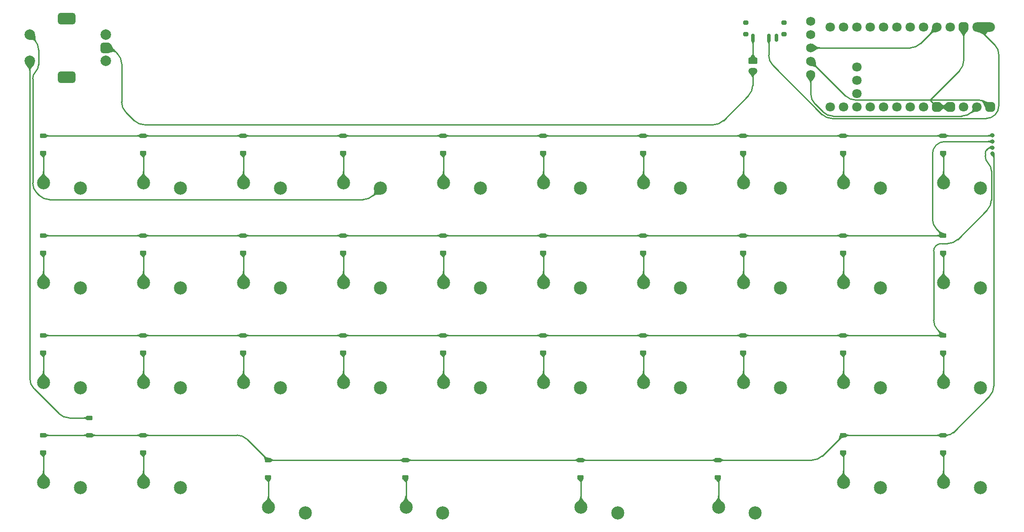
<source format=gbl>
G04 #@! TF.GenerationSoftware,KiCad,Pcbnew,7.0.5-7.0.5~ubuntu22.04.1*
G04 #@! TF.CreationDate,2023-07-14T10:16:13+02:00*
G04 #@! TF.ProjectId,pur-offset-space-55,7075722d-6f66-4667-9365-742d73706163,rev?*
G04 #@! TF.SameCoordinates,Original*
G04 #@! TF.FileFunction,Copper,L2,Bot*
G04 #@! TF.FilePolarity,Positive*
%FSLAX46Y46*%
G04 Gerber Fmt 4.6, Leading zero omitted, Abs format (unit mm)*
G04 Created by KiCad (PCBNEW 7.0.5-7.0.5~ubuntu22.04.1) date 2023-07-14 10:16:13*
%MOMM*%
%LPD*%
G01*
G04 APERTURE LIST*
G04 Aperture macros list*
%AMRoundRect*
0 Rectangle with rounded corners*
0 $1 Rounding radius*
0 $2 $3 $4 $5 $6 $7 $8 $9 X,Y pos of 4 corners*
0 Add a 4 corners polygon primitive as box body*
4,1,4,$2,$3,$4,$5,$6,$7,$8,$9,$2,$3,0*
0 Add four circle primitives for the rounded corners*
1,1,$1+$1,$2,$3*
1,1,$1+$1,$4,$5*
1,1,$1+$1,$6,$7*
1,1,$1+$1,$8,$9*
0 Add four rect primitives between the rounded corners*
20,1,$1+$1,$2,$3,$4,$5,0*
20,1,$1+$1,$4,$5,$6,$7,0*
20,1,$1+$1,$6,$7,$8,$9,0*
20,1,$1+$1,$8,$9,$2,$3,0*%
G04 Aperture macros list end*
G04 #@! TA.AperFunction,ComponentPad*
%ADD10C,2.500000*%
G04 #@! TD*
G04 #@! TA.AperFunction,ComponentPad*
%ADD11C,1.752600*%
G04 #@! TD*
G04 #@! TA.AperFunction,ComponentPad*
%ADD12C,2.000000*%
G04 #@! TD*
G04 #@! TA.AperFunction,ComponentPad*
%ADD13RoundRect,0.500000X0.500000X0.500000X-0.500000X0.500000X-0.500000X-0.500000X0.500000X-0.500000X0*%
G04 #@! TD*
G04 #@! TA.AperFunction,ComponentPad*
%ADD14RoundRect,0.550000X1.150000X0.550000X-1.150000X0.550000X-1.150000X-0.550000X1.150000X-0.550000X0*%
G04 #@! TD*
G04 #@! TA.AperFunction,SMDPad,CuDef*
%ADD15RoundRect,0.225000X-0.375000X0.225000X-0.375000X-0.225000X0.375000X-0.225000X0.375000X0.225000X0*%
G04 #@! TD*
G04 #@! TA.AperFunction,SMDPad,CuDef*
%ADD16RoundRect,0.225000X0.375000X-0.225000X0.375000X0.225000X-0.375000X0.225000X-0.375000X-0.225000X0*%
G04 #@! TD*
G04 #@! TA.AperFunction,SMDPad,CuDef*
%ADD17RoundRect,0.200000X-0.300000X-0.200000X0.300000X-0.200000X0.300000X0.200000X-0.300000X0.200000X0*%
G04 #@! TD*
G04 #@! TA.AperFunction,SMDPad,CuDef*
%ADD18RoundRect,0.175000X-0.175000X-0.575000X0.175000X-0.575000X0.175000X0.575000X-0.175000X0.575000X0*%
G04 #@! TD*
G04 #@! TA.AperFunction,ComponentPad*
%ADD19C,1.800000*%
G04 #@! TD*
G04 #@! TA.AperFunction,ComponentPad*
%ADD20RoundRect,0.450000X0.450000X-0.450000X0.450000X0.450000X-0.450000X0.450000X-0.450000X-0.450000X0*%
G04 #@! TD*
G04 #@! TA.AperFunction,ComponentPad*
%ADD21O,4.340000X1.800000*%
G04 #@! TD*
G04 #@! TA.AperFunction,ComponentPad*
%ADD22RoundRect,0.250000X-0.625000X0.350000X-0.625000X-0.350000X0.625000X-0.350000X0.625000X0.350000X0*%
G04 #@! TD*
G04 #@! TA.AperFunction,ComponentPad*
%ADD23O,1.750000X1.200000*%
G04 #@! TD*
G04 #@! TA.AperFunction,ViaPad*
%ADD24C,0.800000*%
G04 #@! TD*
G04 #@! TA.AperFunction,Conductor*
%ADD25C,0.250000*%
G04 #@! TD*
G04 APERTURE END LIST*
D10*
X210378400Y-98542600D03*
X203378400Y-97492600D03*
X96078400Y-98542600D03*
X89078400Y-97492600D03*
X153228400Y-98542600D03*
X146228400Y-97492600D03*
X100840900Y-141405100D03*
X93840900Y-140355100D03*
X57978400Y-136642600D03*
X50978400Y-135592600D03*
X210378400Y-117592600D03*
X203378400Y-116542600D03*
X172278400Y-79492600D03*
X165278400Y-78442600D03*
X153228400Y-79492600D03*
X146228400Y-78442600D03*
X134178400Y-79492600D03*
X127178400Y-78442600D03*
X57978400Y-98542600D03*
X50978400Y-97492600D03*
X191328400Y-79492600D03*
X184328400Y-78442600D03*
X115128400Y-117592600D03*
X108128400Y-116542600D03*
D11*
X197153000Y-47612600D03*
X197153000Y-50152600D03*
X197153000Y-52692600D03*
X197153000Y-55232600D03*
X197153000Y-57772600D03*
D10*
X57978400Y-117592600D03*
X50978400Y-116542600D03*
X191328400Y-98542600D03*
X184328400Y-97492600D03*
X115128400Y-98542600D03*
X108128400Y-97492600D03*
X134178400Y-117592600D03*
X127178400Y-116542600D03*
X115128400Y-79492600D03*
X108128400Y-78442600D03*
X210378400Y-136642600D03*
X203378400Y-135592600D03*
X229428400Y-136642600D03*
X222428400Y-135592600D03*
X172278400Y-98542600D03*
X165278400Y-97492600D03*
X96078400Y-79492600D03*
X89078400Y-78442600D03*
X96078400Y-117592600D03*
X89078400Y-116542600D03*
X77028400Y-79492600D03*
X70028400Y-78442600D03*
X160372150Y-141405100D03*
X153372150Y-140355100D03*
X191328400Y-117592600D03*
X184328400Y-116542600D03*
X229428400Y-79492600D03*
X222428400Y-78442600D03*
X77028400Y-98542600D03*
X70028400Y-97492600D03*
X229428400Y-98542600D03*
X222428400Y-97492600D03*
D12*
X62878000Y-55192200D03*
X62878000Y-50192200D03*
D13*
X62878000Y-52692200D03*
D14*
X55378000Y-58292200D03*
X55378000Y-47092200D03*
D12*
X48378000Y-50192200D03*
X48378000Y-55192200D03*
D10*
X229428400Y-117592600D03*
X222428400Y-116542600D03*
X77028400Y-117592600D03*
X70028400Y-116542600D03*
X134178400Y-98542600D03*
X127178400Y-97492600D03*
X57978400Y-79492600D03*
X50978400Y-78442600D03*
X77028400Y-136642600D03*
X70028400Y-135592600D03*
X153228400Y-117592600D03*
X146228400Y-116542600D03*
X210378400Y-79492600D03*
X203378400Y-78442600D03*
X172278400Y-117592600D03*
X165278400Y-116542600D03*
X186565900Y-141405100D03*
X179565900Y-140355100D03*
X127034650Y-141405100D03*
X120034650Y-140355100D03*
D15*
X69926200Y-107544600D03*
X69926200Y-110844600D03*
X69926200Y-69444600D03*
X69926200Y-72744600D03*
X69926200Y-126594600D03*
X69926200Y-129894600D03*
X69926200Y-88494600D03*
X69926200Y-91794600D03*
X50876200Y-69444600D03*
X50876200Y-72744600D03*
X127076200Y-88494600D03*
X127076200Y-91794600D03*
X88976200Y-107544600D03*
X88976200Y-110844600D03*
X222326200Y-126594600D03*
X222326200Y-129894600D03*
X184226200Y-69444600D03*
X184226200Y-72744600D03*
X203276200Y-107544600D03*
X203276200Y-110844600D03*
X165176200Y-107544600D03*
X165176200Y-110844600D03*
X146126200Y-107544600D03*
X146126200Y-110844600D03*
X50876200Y-126594600D03*
X50876200Y-129894600D03*
X127076200Y-107544600D03*
X127076200Y-110844600D03*
X184226200Y-107544600D03*
X184226200Y-110844600D03*
X222326200Y-88494600D03*
X222326200Y-91794600D03*
D16*
X59740800Y-126593600D03*
X59740800Y-123293600D03*
D15*
X222326200Y-69444600D03*
X222326200Y-72744600D03*
X108026200Y-88494600D03*
X108026200Y-91794600D03*
X119932450Y-131357100D03*
X119932450Y-134657100D03*
X127076200Y-69444600D03*
X127076200Y-72744600D03*
X50876200Y-88494600D03*
X50876200Y-91794600D03*
X50876200Y-107544600D03*
X50876200Y-110844600D03*
X203276200Y-126594600D03*
X203276200Y-129894600D03*
X88976200Y-88494600D03*
X88976200Y-91794600D03*
X165176200Y-88494600D03*
X165176200Y-91794600D03*
X108026200Y-69444600D03*
X108026200Y-72744600D03*
X88976200Y-69444600D03*
X88976200Y-72744600D03*
X222326200Y-107544600D03*
X222326200Y-110844600D03*
X146126200Y-88494600D03*
X146126200Y-91794600D03*
D17*
X192027000Y-50099200D03*
X192027000Y-47889200D03*
X184727000Y-50099200D03*
X184727000Y-47889200D03*
D18*
X186127000Y-50749200D03*
X189127000Y-50749200D03*
X190627000Y-50749200D03*
D15*
X165176200Y-69444600D03*
X165176200Y-72744600D03*
D19*
X228803200Y-63957200D03*
X226263200Y-63957200D03*
D20*
X223723200Y-63957200D03*
X221183200Y-63957200D03*
D19*
X218643200Y-63957200D03*
X216103200Y-63957200D03*
X213563200Y-63957200D03*
X211023200Y-63957200D03*
X208483200Y-63957200D03*
X205943200Y-63957200D03*
X203403200Y-63957200D03*
X200863200Y-63957200D03*
D21*
X230073200Y-48717200D03*
D20*
X226263200Y-48717200D03*
D19*
X223723200Y-48717200D03*
X221183200Y-48717200D03*
X218643200Y-48717200D03*
X216103200Y-48717200D03*
X213563200Y-48717200D03*
X211023200Y-48717200D03*
X208483200Y-48717200D03*
X205943200Y-48717200D03*
X203403200Y-48717200D03*
X200863200Y-48717200D03*
X205943200Y-61417200D03*
X205943200Y-58877200D03*
X205943200Y-56337200D03*
D20*
X231343200Y-63957200D03*
D19*
X231343200Y-48717200D03*
D15*
X93738700Y-131357100D03*
X93738700Y-134657100D03*
X184226200Y-88494600D03*
X184226200Y-91794600D03*
X153269950Y-131357100D03*
X153269950Y-134657100D03*
X146126200Y-69444600D03*
X146126200Y-72744600D03*
X179463700Y-131357100D03*
X179463700Y-134657100D03*
X203276200Y-88494600D03*
X203276200Y-91794600D03*
X108026200Y-107544600D03*
X108026200Y-110844600D03*
D22*
X186080400Y-55124600D03*
D23*
X186080400Y-57124600D03*
D15*
X203276200Y-69444600D03*
X203276200Y-72744600D03*
D24*
X231724200Y-69342000D03*
X231724200Y-70561200D03*
X231724200Y-71729600D03*
X231749600Y-72872600D03*
D25*
X50155507Y-80838699D02*
G75*
G03*
X52079381Y-81635600I1923893J1923899D01*
G01*
X48920395Y-78476618D02*
G75*
G03*
X49717296Y-80400496I2720805J18D01*
G01*
X49479189Y-57226189D02*
G75*
G03*
X50038000Y-55877137I-1349089J1349089D01*
G01*
X50038005Y-53070181D02*
G75*
G03*
X49241103Y-51146303I-2720805J-19D01*
G01*
X111858418Y-81635604D02*
G75*
G03*
X113782295Y-80838702I-18J2720804D01*
G01*
X49479211Y-57226211D02*
G75*
G03*
X48920400Y-58575262I1349089J-1349089D01*
G01*
X231996394Y-73293913D02*
G75*
G03*
X231873000Y-72996000I-421294J13D01*
G01*
X89773092Y-127391500D02*
G75*
G03*
X87849218Y-126594600I-1923892J-1923900D01*
G01*
X231199500Y-119168093D02*
G75*
G03*
X231996400Y-117244218I-1923900J1923893D01*
G01*
X223049600Y-126594582D02*
G75*
G03*
X224284521Y-126083078I0J1746482D01*
G01*
X197386718Y-131357104D02*
G75*
G03*
X199310595Y-130560202I-18J2720804D01*
G01*
X221979096Y-90042999D02*
G75*
G03*
X220967300Y-90462100I4J-1430901D01*
G01*
X223205818Y-90043004D02*
G75*
G03*
X225129695Y-89246102I-18J2720804D01*
G01*
X230749500Y-83626293D02*
G75*
G03*
X231546400Y-81702418I-1923900J1923893D01*
G01*
X230377994Y-73316416D02*
G75*
G03*
X230962201Y-74726799I1994606J16D01*
G01*
X231546406Y-76137183D02*
G75*
G03*
X230962199Y-74726801I-1994606J-17D01*
G01*
X231381300Y-71729590D02*
G75*
G03*
X230795933Y-71972066I0J-827810D01*
G01*
X220967301Y-90462101D02*
G75*
G03*
X220548200Y-91473896I1011799J-1011799D01*
G01*
X230708208Y-72059808D02*
G75*
G03*
X230378000Y-72856973I797192J-797192D01*
G01*
X220548195Y-104639618D02*
G75*
G03*
X221345096Y-106563496I2720805J18D01*
G01*
X221018092Y-71259692D02*
G75*
G03*
X220319600Y-72946028I1686308J-1686308D01*
G01*
X220319595Y-85361018D02*
G75*
G03*
X221116496Y-87284896I2720805J18D01*
G01*
X222704428Y-70561212D02*
G75*
G03*
X221018100Y-71259700I-28J-2384788D01*
G01*
X231549050Y-69444621D02*
G75*
G03*
X231672900Y-69393300I-50J175221D01*
G01*
X232261199Y-65452199D02*
G75*
G03*
X232968800Y-63743902I-1708299J1708299D01*
G01*
X189126998Y-54092614D02*
G75*
G03*
X189923896Y-56016492I2720802J14D01*
G01*
X230552902Y-66159801D02*
G75*
G03*
X232261200Y-65452200I-2J2415901D01*
G01*
X232968805Y-54009781D02*
G75*
G03*
X232171903Y-52085903I-2720805J-19D01*
G01*
X199270309Y-65362901D02*
G75*
G03*
X201194185Y-66159800I1923891J1923901D01*
G01*
X225923618Y-65709804D02*
G75*
G03*
X227847495Y-64912902I-18J2720804D01*
G01*
X197152995Y-61482218D02*
G75*
G03*
X197949896Y-63406096I2720805J18D01*
G01*
X199456707Y-64912899D02*
G75*
G03*
X201380581Y-65709800I1923893J1923899D01*
G01*
X65862195Y-63033418D02*
G75*
G03*
X66659096Y-64957296I2720805J18D01*
G01*
X65862205Y-55711581D02*
G75*
G03*
X65065303Y-53787703I-2720805J-19D01*
G01*
X219789100Y-62642188D02*
G75*
G03*
X219924131Y-62586266I0J190988D01*
G01*
X219924139Y-62698125D02*
G75*
G03*
X219789100Y-62642200I-135039J-135075D01*
G01*
X219924133Y-62586268D02*
G75*
G03*
X219924132Y-62698132I55967J-55932D01*
G01*
X225466300Y-57044093D02*
G75*
G03*
X226263200Y-55120218I-1923900J1923893D01*
G01*
X64355805Y-53078213D02*
G75*
G03*
X63423900Y-52692200I-931905J-931887D01*
G01*
X230685713Y-63299687D02*
G75*
G03*
X229098354Y-62642200I-1587313J-1587313D01*
G01*
X68265707Y-66563899D02*
G75*
G03*
X70189581Y-67360800I1923893J1923899D01*
G01*
X185283500Y-61782293D02*
G75*
G03*
X186080400Y-59858418I-1923900J1923893D01*
G01*
X203765707Y-61845299D02*
G75*
G03*
X205689581Y-62642200I1923893J1923899D01*
G01*
X178578018Y-67360804D02*
G75*
G03*
X180501895Y-66563902I-18J2720804D01*
G01*
X219630900Y-62642200D02*
X219789100Y-62642200D01*
X219789100Y-62642200D02*
X219630900Y-62642200D01*
X186103686Y-55101286D02*
G75*
G03*
X186127000Y-55045048I-56286J56286D01*
G01*
X216080818Y-52692604D02*
G75*
G03*
X218004695Y-51895702I-18J2720804D01*
G01*
X53942107Y-122496699D02*
G75*
G03*
X55865981Y-123293600I1923893J1923899D01*
G01*
X48377995Y-115805618D02*
G75*
G03*
X49174896Y-117729496I2720805J18D01*
G01*
X197949896Y-63406096D02*
X199456703Y-64912903D01*
X50155503Y-80838703D02*
X49717296Y-80400496D01*
X50978400Y-72846800D02*
X50978400Y-78442600D01*
X70028400Y-72846800D02*
X70028400Y-78442600D01*
X89078400Y-72846800D02*
X89078400Y-78442600D01*
X108128400Y-72846800D02*
X108128400Y-78442600D01*
X127178400Y-72846800D02*
X127178400Y-78442600D01*
X146228400Y-72846800D02*
X146228400Y-78442600D01*
X165278400Y-72846800D02*
X165278400Y-78442600D01*
X184328400Y-72846800D02*
X184328400Y-78442600D01*
X203378400Y-72846800D02*
X203378400Y-78442600D01*
X222428400Y-72846800D02*
X222428400Y-78442600D01*
X50978400Y-91896800D02*
X50978400Y-97492600D01*
X70028400Y-91896800D02*
X70028400Y-97492600D01*
X89078400Y-91896800D02*
X89078400Y-97492600D01*
X108128400Y-91896800D02*
X108128400Y-97492600D01*
X127178400Y-91896800D02*
X127178400Y-97492600D01*
X146228400Y-91896800D02*
X146228400Y-97492600D01*
X165278400Y-91896800D02*
X165278400Y-97492600D01*
X184328400Y-91896800D02*
X184328400Y-97492600D01*
X203378400Y-91896800D02*
X203378400Y-97492600D01*
X222428400Y-91896800D02*
X222428400Y-97492600D01*
X50978400Y-110946800D02*
X50978400Y-116542600D01*
X70028400Y-110946800D02*
X70028400Y-116542600D01*
X89078400Y-110946800D02*
X89078400Y-116542600D01*
X108128400Y-110946800D02*
X108128400Y-116542600D01*
X127178400Y-110946800D02*
X127178400Y-116542600D01*
X146228400Y-110946800D02*
X146228400Y-116542600D01*
X165278400Y-110946800D02*
X165278400Y-116542600D01*
X184328400Y-110946800D02*
X184328400Y-116542600D01*
X203378400Y-110946800D02*
X203378400Y-116542600D01*
X222428400Y-110946800D02*
X222428400Y-116542600D01*
X50978400Y-129996800D02*
X50978400Y-135592600D01*
X70028400Y-129996800D02*
X70028400Y-135592600D01*
X203378400Y-129996800D02*
X203378400Y-135592600D01*
X222428400Y-129996800D02*
X222428400Y-135592600D01*
X93840900Y-134759300D02*
X93840900Y-140355100D01*
X120034650Y-134759300D02*
X120034650Y-140355100D01*
X55865981Y-123293600D02*
X59740800Y-123293600D01*
X48378000Y-115805618D02*
X48378000Y-55192200D01*
X53942103Y-122496703D02*
X49174896Y-117729496D01*
X218004696Y-51895703D02*
X221183200Y-48717200D01*
X216080818Y-52692600D02*
X197153000Y-52692600D01*
X186127000Y-55045048D02*
X186127000Y-50749200D01*
X186103700Y-55101300D02*
X186080400Y-55124600D01*
X65862200Y-63033418D02*
X65862200Y-55711581D01*
X226263200Y-55120218D02*
X226263200Y-48717200D01*
X186080400Y-59858418D02*
X186080400Y-57124600D01*
X229098354Y-62642200D02*
X219789100Y-62642200D01*
X221183200Y-63957200D02*
X223723200Y-63957200D01*
X70189581Y-67360800D02*
X178578018Y-67360800D01*
X219924132Y-62698132D02*
X221183200Y-63957200D01*
X66659096Y-64957296D02*
X68265703Y-66563903D01*
X219924132Y-62586267D02*
X225466303Y-57044096D01*
X63423900Y-52692200D02*
X62878000Y-52692200D01*
X203765703Y-61845303D02*
X197153000Y-55232600D01*
X230685700Y-63299700D02*
X231343200Y-63957200D01*
X65065303Y-53787703D02*
X64355809Y-53078209D01*
X219630900Y-62642200D02*
X205689581Y-62642200D01*
X185283503Y-61782296D02*
X180501896Y-66563903D01*
X225923618Y-65709800D02*
X201380581Y-65709800D01*
X197153000Y-61482218D02*
X197153000Y-57772600D01*
X227847496Y-64912903D02*
X228803200Y-63957200D01*
X153372150Y-134759300D02*
X153372150Y-140355100D01*
X179565900Y-134759300D02*
X179565900Y-140355100D01*
X189923896Y-56016492D02*
X199270307Y-65362903D01*
X189127000Y-54092614D02*
X189127000Y-50749200D01*
X232171903Y-52085903D02*
X228803200Y-48717200D01*
X230552902Y-66159800D02*
X201194185Y-66159800D01*
X232968800Y-63743902D02*
X232968800Y-54009781D01*
X146126200Y-69444600D02*
X127076200Y-69444600D01*
X108026200Y-69444600D02*
X88976200Y-69444600D01*
X222326200Y-69444600D02*
X203276200Y-69444600D01*
X203276200Y-69444600D02*
X184226200Y-69444600D01*
X184226200Y-69444600D02*
X165176200Y-69444600D01*
X69926200Y-69444600D02*
X50876200Y-69444600D01*
X231724200Y-69342000D02*
X231672900Y-69393300D01*
X146126200Y-69444600D02*
X165176200Y-69444600D01*
X222326200Y-69444600D02*
X231549050Y-69444600D01*
X88976200Y-69444600D02*
X69926200Y-69444600D01*
X108026200Y-69444600D02*
X127076200Y-69444600D01*
X222326200Y-88494600D02*
X203276200Y-88494600D01*
X146126200Y-88494600D02*
X165176200Y-88494600D01*
X127076200Y-88494600D02*
X108026200Y-88494600D01*
X220319600Y-72946028D02*
X220319600Y-85361018D01*
X88976200Y-88494600D02*
X69926200Y-88494600D01*
X184226200Y-88494600D02*
X165176200Y-88494600D01*
X108026200Y-88494600D02*
X88976200Y-88494600D01*
X184226200Y-88494600D02*
X203276200Y-88494600D01*
X69926200Y-88494600D02*
X50876200Y-88494600D01*
X231724200Y-70561200D02*
X222704428Y-70561200D01*
X221116496Y-87284896D02*
X222326200Y-88494600D01*
X146126200Y-88494600D02*
X127076200Y-88494600D01*
X203276200Y-107544600D02*
X184226200Y-107544600D01*
X222326200Y-107544600D02*
X221345096Y-106563496D01*
X69926200Y-107544600D02*
X50876200Y-107544600D01*
X225129696Y-89246103D02*
X230749503Y-83626296D01*
X221979096Y-90043000D02*
X223205818Y-90043000D01*
X146126200Y-107544600D02*
X127076200Y-107544600D01*
X220548200Y-91473896D02*
X220548200Y-104639618D01*
X231381300Y-71729600D02*
X231724200Y-71729600D01*
X222326200Y-107544600D02*
X203276200Y-107544600D01*
X230795933Y-71972066D02*
X230708200Y-72059800D01*
X165176200Y-107544600D02*
X146126200Y-107544600D01*
X108026200Y-107544600D02*
X88976200Y-107544600D01*
X88976200Y-107544600D02*
X69926200Y-107544600D01*
X231546400Y-81702418D02*
X231546400Y-76137183D01*
X230378000Y-73316416D02*
X230378000Y-72856973D01*
X127076200Y-107544600D02*
X108026200Y-107544600D01*
X184226200Y-107544600D02*
X165176200Y-107544600D01*
X197386718Y-131357100D02*
X179463700Y-131357100D01*
X231996400Y-73293913D02*
X231996400Y-117244218D01*
X69926200Y-126594600D02*
X59741800Y-126594600D01*
X222326200Y-126594600D02*
X203276200Y-126594600D01*
X222326200Y-126594600D02*
X223049600Y-126594600D01*
X231873000Y-72996000D02*
X231749600Y-72872600D01*
X153269950Y-131357100D02*
X179463700Y-131357100D01*
X50876200Y-126594600D02*
X59739800Y-126594600D01*
X153269950Y-131357100D02*
X119932450Y-131357100D01*
X203276200Y-126594600D02*
X199310596Y-130560203D01*
X93738700Y-131357100D02*
X119932450Y-131357100D01*
X231199503Y-119168096D02*
X224284521Y-126083078D01*
X89773096Y-127391496D02*
X93738700Y-131357100D01*
X87849218Y-126594600D02*
X69926200Y-126594600D01*
X50038000Y-55877137D02*
X50038000Y-53070181D01*
X52079381Y-81635600D02*
X111858418Y-81635600D01*
X49241103Y-51146303D02*
X48249000Y-50154200D01*
X113782296Y-80838703D02*
X115128400Y-79492600D01*
X48920400Y-78476618D02*
X48920400Y-58575262D01*
G04 #@! TA.AperFunction,Conductor*
G36*
X232137737Y-72872570D02*
G01*
X232146002Y-72876018D01*
X232149408Y-72884299D01*
X232149406Y-72884461D01*
X232146669Y-73052202D01*
X232146661Y-73052427D01*
X232139676Y-73179700D01*
X232139668Y-73179822D01*
X232131330Y-73289722D01*
X232131322Y-73289844D01*
X232124333Y-73417184D01*
X232124330Y-73417264D01*
X232121588Y-73585432D01*
X232118027Y-73593648D01*
X232109890Y-73596941D01*
X231881428Y-73596941D01*
X231873155Y-73593514D01*
X231869866Y-73587030D01*
X231849644Y-73456368D01*
X231849643Y-73456366D01*
X231789945Y-73373155D01*
X231767623Y-73358886D01*
X231700666Y-73316084D01*
X231700631Y-73316063D01*
X231590972Y-73254382D01*
X231589410Y-73253330D01*
X231476968Y-73163592D01*
X231472639Y-73155753D01*
X231475121Y-73147149D01*
X231475966Y-73146201D01*
X231746159Y-72875052D01*
X231754424Y-72871612D01*
X232137737Y-72872570D01*
G37*
G04 #@! TD.AperFunction*
G04 #@! TA.AperFunction,Conductor*
G36*
X231575631Y-71370847D02*
G01*
X231575675Y-71370952D01*
X231723155Y-71724547D01*
X231723177Y-71733502D01*
X231723160Y-71733543D01*
X231576047Y-72087318D01*
X231569706Y-72093642D01*
X231560752Y-72093629D01*
X231559789Y-72093177D01*
X231434694Y-72027251D01*
X231434152Y-72026927D01*
X231398323Y-72002782D01*
X231329554Y-71956439D01*
X231329549Y-71956436D01*
X231329547Y-71956435D01*
X231296099Y-71938761D01*
X231237418Y-71907754D01*
X231138912Y-71901669D01*
X231138911Y-71901669D01*
X231024006Y-71954619D01*
X231015058Y-71954969D01*
X231009382Y-71950493D01*
X230882500Y-71760611D01*
X230880754Y-71751830D01*
X230885673Y-71744420D01*
X231040268Y-71639866D01*
X231040272Y-71639872D01*
X231040328Y-71639825D01*
X231157724Y-71561660D01*
X231157949Y-71561519D01*
X231262615Y-71499863D01*
X231262993Y-71499660D01*
X231389113Y-71438072D01*
X231389301Y-71437986D01*
X231560269Y-71364701D01*
X231569222Y-71364593D01*
X231575631Y-71370847D01*
G37*
G04 #@! TD.AperFunction*
G04 #@! TA.AperFunction,Conductor*
G36*
X63844114Y-52009662D02*
G01*
X63845002Y-52011105D01*
X64028128Y-52363576D01*
X64028141Y-52363600D01*
X64217488Y-52679022D01*
X64217496Y-52679034D01*
X64217500Y-52679040D01*
X64325027Y-52830322D01*
X64406869Y-52945468D01*
X64596237Y-53162863D01*
X64776332Y-53322984D01*
X64780238Y-53331042D01*
X64777302Y-53339502D01*
X64776831Y-53340001D01*
X64613019Y-53503813D01*
X64604746Y-53507240D01*
X64602969Y-53507104D01*
X64362663Y-53470172D01*
X64116498Y-53469674D01*
X63870332Y-53506513D01*
X63870330Y-53506513D01*
X63624165Y-53580688D01*
X63388253Y-53687555D01*
X63379303Y-53687847D01*
X63372962Y-53682132D01*
X63322204Y-53580688D01*
X62881750Y-52700400D01*
X62881112Y-52691468D01*
X62885374Y-52685673D01*
X63827784Y-52007004D01*
X63836499Y-52004951D01*
X63844114Y-52009662D01*
G37*
G04 #@! TD.AperFunction*
G04 #@! TA.AperFunction,Conductor*
G36*
X229833139Y-62635528D02*
G01*
X230186719Y-62807890D01*
X230186733Y-62807896D01*
X230553044Y-62939966D01*
X230553048Y-62939967D01*
X230553051Y-62939968D01*
X230919381Y-63025545D01*
X231285711Y-63064622D01*
X231635323Y-63057538D01*
X231643663Y-63060797D01*
X231647257Y-63068999D01*
X231646630Y-63073022D01*
X231345736Y-63952862D01*
X231339816Y-63959581D01*
X231339800Y-63959589D01*
X230455080Y-64391732D01*
X230446142Y-64392284D01*
X230439432Y-64386354D01*
X230438888Y-64385045D01*
X230305698Y-63999187D01*
X230168195Y-63647339D01*
X230030694Y-63341991D01*
X229893192Y-63083143D01*
X229758514Y-62875157D01*
X229756895Y-62866352D01*
X229757027Y-62865803D01*
X229816719Y-62643018D01*
X229822169Y-62635916D01*
X229831047Y-62634747D01*
X229833139Y-62635528D01*
G37*
G04 #@! TD.AperFunction*
G04 #@! TA.AperFunction,Conductor*
G36*
X51101212Y-76215017D02*
G01*
X51104565Y-76221985D01*
X51150328Y-76630083D01*
X51277486Y-76929244D01*
X51277486Y-76929246D01*
X51464429Y-77161908D01*
X51464441Y-77161921D01*
X51690647Y-77380838D01*
X51690821Y-77381013D01*
X51927392Y-77630099D01*
X51930604Y-77638457D01*
X51926965Y-77646640D01*
X51926434Y-77647114D01*
X50985926Y-78437277D01*
X50977387Y-78439975D01*
X50970874Y-78437277D01*
X50030365Y-77647114D01*
X50026235Y-77639169D01*
X50028933Y-77630630D01*
X50029407Y-77630099D01*
X50266005Y-77380984D01*
X50266125Y-77380863D01*
X50492361Y-77161917D01*
X50679312Y-76929247D01*
X50806471Y-76630083D01*
X50852234Y-76221985D01*
X50856561Y-76214146D01*
X50863861Y-76211590D01*
X51092939Y-76211590D01*
X51101212Y-76215017D01*
G37*
G04 #@! TD.AperFunction*
G04 #@! TA.AperFunction,Conductor*
G36*
X50884823Y-72750655D02*
G01*
X51048639Y-72884674D01*
X51366236Y-73144504D01*
X51370470Y-73152394D01*
X51367884Y-73160967D01*
X51367786Y-73161085D01*
X51321013Y-73216758D01*
X51321008Y-73216765D01*
X51266606Y-73298402D01*
X51212208Y-73396911D01*
X51157804Y-73512313D01*
X51106382Y-73637350D01*
X51100066Y-73643698D01*
X51095561Y-73644600D01*
X50860029Y-73644600D01*
X50851756Y-73641173D01*
X50849993Y-73638915D01*
X50777492Y-73517944D01*
X50777490Y-73517940D01*
X50701581Y-73409067D01*
X50625671Y-73317978D01*
X50605399Y-73298402D01*
X50549768Y-73244681D01*
X50549767Y-73244680D01*
X50484323Y-73196817D01*
X50479668Y-73189167D01*
X50481786Y-73180466D01*
X50482534Y-73179545D01*
X50868732Y-72751869D01*
X50876819Y-72748026D01*
X50884823Y-72750655D01*
G37*
G04 #@! TD.AperFunction*
G04 #@! TA.AperFunction,Conductor*
G36*
X70151212Y-76215017D02*
G01*
X70154565Y-76221985D01*
X70200328Y-76630083D01*
X70327486Y-76929244D01*
X70327486Y-76929246D01*
X70514429Y-77161908D01*
X70514441Y-77161921D01*
X70740647Y-77380838D01*
X70740821Y-77381013D01*
X70977392Y-77630099D01*
X70980604Y-77638457D01*
X70976965Y-77646640D01*
X70976434Y-77647114D01*
X70035926Y-78437277D01*
X70027387Y-78439975D01*
X70020874Y-78437277D01*
X69080365Y-77647114D01*
X69076235Y-77639169D01*
X69078933Y-77630630D01*
X69079407Y-77630099D01*
X69316005Y-77380984D01*
X69316125Y-77380863D01*
X69542361Y-77161917D01*
X69729312Y-76929247D01*
X69856471Y-76630083D01*
X69902234Y-76221985D01*
X69906561Y-76214146D01*
X69913861Y-76211590D01*
X70142939Y-76211590D01*
X70151212Y-76215017D01*
G37*
G04 #@! TD.AperFunction*
G04 #@! TA.AperFunction,Conductor*
G36*
X69934823Y-72750655D02*
G01*
X70098639Y-72884674D01*
X70416236Y-73144504D01*
X70420470Y-73152394D01*
X70417884Y-73160967D01*
X70417786Y-73161085D01*
X70371013Y-73216758D01*
X70371008Y-73216765D01*
X70316606Y-73298402D01*
X70262208Y-73396911D01*
X70207804Y-73512313D01*
X70156382Y-73637350D01*
X70150066Y-73643698D01*
X70145561Y-73644600D01*
X69910029Y-73644600D01*
X69901756Y-73641173D01*
X69899993Y-73638915D01*
X69827492Y-73517944D01*
X69827490Y-73517940D01*
X69751581Y-73409067D01*
X69675671Y-73317978D01*
X69655399Y-73298402D01*
X69599768Y-73244681D01*
X69599767Y-73244680D01*
X69534323Y-73196817D01*
X69529668Y-73189167D01*
X69531786Y-73180466D01*
X69532534Y-73179545D01*
X69918732Y-72751869D01*
X69926819Y-72748026D01*
X69934823Y-72750655D01*
G37*
G04 #@! TD.AperFunction*
G04 #@! TA.AperFunction,Conductor*
G36*
X89201212Y-76215017D02*
G01*
X89204565Y-76221985D01*
X89250328Y-76630083D01*
X89377486Y-76929244D01*
X89377486Y-76929246D01*
X89564429Y-77161908D01*
X89564441Y-77161921D01*
X89790647Y-77380838D01*
X89790821Y-77381013D01*
X90027392Y-77630099D01*
X90030604Y-77638457D01*
X90026965Y-77646640D01*
X90026434Y-77647114D01*
X89085926Y-78437277D01*
X89077387Y-78439975D01*
X89070874Y-78437277D01*
X88130365Y-77647114D01*
X88126235Y-77639169D01*
X88128933Y-77630630D01*
X88129407Y-77630099D01*
X88366005Y-77380984D01*
X88366125Y-77380863D01*
X88592361Y-77161917D01*
X88779312Y-76929247D01*
X88906471Y-76630083D01*
X88952234Y-76221985D01*
X88956561Y-76214146D01*
X88963861Y-76211590D01*
X89192939Y-76211590D01*
X89201212Y-76215017D01*
G37*
G04 #@! TD.AperFunction*
G04 #@! TA.AperFunction,Conductor*
G36*
X88984823Y-72750655D02*
G01*
X89148639Y-72884674D01*
X89466236Y-73144504D01*
X89470470Y-73152394D01*
X89467884Y-73160967D01*
X89467786Y-73161085D01*
X89421013Y-73216758D01*
X89421008Y-73216765D01*
X89366606Y-73298402D01*
X89312208Y-73396911D01*
X89257804Y-73512313D01*
X89206382Y-73637350D01*
X89200066Y-73643698D01*
X89195561Y-73644600D01*
X88960029Y-73644600D01*
X88951756Y-73641173D01*
X88949993Y-73638915D01*
X88877492Y-73517944D01*
X88877490Y-73517940D01*
X88801581Y-73409067D01*
X88725671Y-73317978D01*
X88705399Y-73298402D01*
X88649768Y-73244681D01*
X88649767Y-73244680D01*
X88584323Y-73196817D01*
X88579668Y-73189167D01*
X88581786Y-73180466D01*
X88582534Y-73179545D01*
X88968732Y-72751869D01*
X88976819Y-72748026D01*
X88984823Y-72750655D01*
G37*
G04 #@! TD.AperFunction*
G04 #@! TA.AperFunction,Conductor*
G36*
X108251212Y-76215017D02*
G01*
X108254565Y-76221985D01*
X108300328Y-76630083D01*
X108427486Y-76929244D01*
X108427486Y-76929246D01*
X108614429Y-77161908D01*
X108614441Y-77161921D01*
X108840647Y-77380838D01*
X108840821Y-77381013D01*
X109077392Y-77630099D01*
X109080604Y-77638457D01*
X109076965Y-77646640D01*
X109076434Y-77647114D01*
X108135926Y-78437277D01*
X108127387Y-78439975D01*
X108120874Y-78437277D01*
X107180365Y-77647114D01*
X107176235Y-77639169D01*
X107178933Y-77630630D01*
X107179407Y-77630099D01*
X107416005Y-77380984D01*
X107416125Y-77380863D01*
X107642361Y-77161917D01*
X107829312Y-76929247D01*
X107956471Y-76630083D01*
X108002234Y-76221985D01*
X108006561Y-76214146D01*
X108013861Y-76211590D01*
X108242939Y-76211590D01*
X108251212Y-76215017D01*
G37*
G04 #@! TD.AperFunction*
G04 #@! TA.AperFunction,Conductor*
G36*
X108034823Y-72750655D02*
G01*
X108198639Y-72884674D01*
X108516236Y-73144504D01*
X108520470Y-73152394D01*
X108517884Y-73160967D01*
X108517786Y-73161085D01*
X108471013Y-73216758D01*
X108471008Y-73216765D01*
X108416606Y-73298402D01*
X108362208Y-73396911D01*
X108307804Y-73512313D01*
X108256382Y-73637350D01*
X108250066Y-73643698D01*
X108245561Y-73644600D01*
X108010029Y-73644600D01*
X108001756Y-73641173D01*
X107999993Y-73638915D01*
X107927492Y-73517944D01*
X107927490Y-73517940D01*
X107851581Y-73409067D01*
X107775671Y-73317978D01*
X107755399Y-73298402D01*
X107699768Y-73244681D01*
X107699767Y-73244680D01*
X107634323Y-73196817D01*
X107629668Y-73189167D01*
X107631786Y-73180466D01*
X107632534Y-73179545D01*
X108018732Y-72751869D01*
X108026819Y-72748026D01*
X108034823Y-72750655D01*
G37*
G04 #@! TD.AperFunction*
G04 #@! TA.AperFunction,Conductor*
G36*
X127301212Y-76215017D02*
G01*
X127304565Y-76221985D01*
X127350328Y-76630083D01*
X127477486Y-76929244D01*
X127477486Y-76929246D01*
X127664429Y-77161908D01*
X127664441Y-77161921D01*
X127890647Y-77380838D01*
X127890821Y-77381013D01*
X128127392Y-77630099D01*
X128130604Y-77638457D01*
X128126965Y-77646640D01*
X128126434Y-77647114D01*
X127185926Y-78437277D01*
X127177387Y-78439975D01*
X127170874Y-78437277D01*
X126230365Y-77647114D01*
X126226235Y-77639169D01*
X126228933Y-77630630D01*
X126229407Y-77630099D01*
X126466005Y-77380984D01*
X126466125Y-77380863D01*
X126692361Y-77161917D01*
X126879312Y-76929247D01*
X127006471Y-76630083D01*
X127052234Y-76221985D01*
X127056561Y-76214146D01*
X127063861Y-76211590D01*
X127292939Y-76211590D01*
X127301212Y-76215017D01*
G37*
G04 #@! TD.AperFunction*
G04 #@! TA.AperFunction,Conductor*
G36*
X127084823Y-72750655D02*
G01*
X127248639Y-72884674D01*
X127566236Y-73144504D01*
X127570470Y-73152394D01*
X127567884Y-73160967D01*
X127567786Y-73161085D01*
X127521013Y-73216758D01*
X127521008Y-73216765D01*
X127466606Y-73298402D01*
X127412208Y-73396911D01*
X127357804Y-73512313D01*
X127306382Y-73637350D01*
X127300066Y-73643698D01*
X127295561Y-73644600D01*
X127060029Y-73644600D01*
X127051756Y-73641173D01*
X127049993Y-73638915D01*
X126977492Y-73517944D01*
X126977490Y-73517940D01*
X126901581Y-73409067D01*
X126825671Y-73317978D01*
X126805399Y-73298402D01*
X126749768Y-73244681D01*
X126749767Y-73244680D01*
X126684323Y-73196817D01*
X126679668Y-73189167D01*
X126681786Y-73180466D01*
X126682534Y-73179545D01*
X127068732Y-72751869D01*
X127076819Y-72748026D01*
X127084823Y-72750655D01*
G37*
G04 #@! TD.AperFunction*
G04 #@! TA.AperFunction,Conductor*
G36*
X146351212Y-76215017D02*
G01*
X146354565Y-76221985D01*
X146400328Y-76630083D01*
X146527486Y-76929244D01*
X146527486Y-76929246D01*
X146714429Y-77161908D01*
X146714441Y-77161921D01*
X146940647Y-77380838D01*
X146940821Y-77381013D01*
X147177392Y-77630099D01*
X147180604Y-77638457D01*
X147176965Y-77646640D01*
X147176434Y-77647114D01*
X146235926Y-78437277D01*
X146227387Y-78439975D01*
X146220874Y-78437277D01*
X145280365Y-77647114D01*
X145276235Y-77639169D01*
X145278933Y-77630630D01*
X145279407Y-77630099D01*
X145516005Y-77380984D01*
X145516125Y-77380863D01*
X145742361Y-77161917D01*
X145929312Y-76929247D01*
X146056471Y-76630083D01*
X146102234Y-76221985D01*
X146106561Y-76214146D01*
X146113861Y-76211590D01*
X146342939Y-76211590D01*
X146351212Y-76215017D01*
G37*
G04 #@! TD.AperFunction*
G04 #@! TA.AperFunction,Conductor*
G36*
X146134823Y-72750655D02*
G01*
X146298639Y-72884674D01*
X146616236Y-73144504D01*
X146620470Y-73152394D01*
X146617884Y-73160967D01*
X146617786Y-73161085D01*
X146571013Y-73216758D01*
X146571008Y-73216765D01*
X146516606Y-73298402D01*
X146462208Y-73396911D01*
X146407804Y-73512313D01*
X146356382Y-73637350D01*
X146350066Y-73643698D01*
X146345561Y-73644600D01*
X146110029Y-73644600D01*
X146101756Y-73641173D01*
X146099993Y-73638915D01*
X146027492Y-73517944D01*
X146027490Y-73517940D01*
X145951581Y-73409067D01*
X145875671Y-73317978D01*
X145855399Y-73298402D01*
X145799768Y-73244681D01*
X145799767Y-73244680D01*
X145734323Y-73196817D01*
X145729668Y-73189167D01*
X145731786Y-73180466D01*
X145732534Y-73179545D01*
X146118732Y-72751869D01*
X146126819Y-72748026D01*
X146134823Y-72750655D01*
G37*
G04 #@! TD.AperFunction*
G04 #@! TA.AperFunction,Conductor*
G36*
X165401212Y-76215017D02*
G01*
X165404565Y-76221985D01*
X165450328Y-76630083D01*
X165577486Y-76929244D01*
X165577486Y-76929246D01*
X165764429Y-77161908D01*
X165764441Y-77161921D01*
X165990647Y-77380838D01*
X165990821Y-77381013D01*
X166227392Y-77630099D01*
X166230604Y-77638457D01*
X166226965Y-77646640D01*
X166226434Y-77647114D01*
X165285926Y-78437277D01*
X165277387Y-78439975D01*
X165270874Y-78437277D01*
X164330365Y-77647114D01*
X164326235Y-77639169D01*
X164328933Y-77630630D01*
X164329407Y-77630099D01*
X164566005Y-77380984D01*
X164566125Y-77380863D01*
X164792361Y-77161917D01*
X164979312Y-76929247D01*
X165106471Y-76630083D01*
X165152234Y-76221985D01*
X165156561Y-76214146D01*
X165163861Y-76211590D01*
X165392939Y-76211590D01*
X165401212Y-76215017D01*
G37*
G04 #@! TD.AperFunction*
G04 #@! TA.AperFunction,Conductor*
G36*
X165184823Y-72750655D02*
G01*
X165348639Y-72884674D01*
X165666236Y-73144504D01*
X165670470Y-73152394D01*
X165667884Y-73160967D01*
X165667786Y-73161085D01*
X165621013Y-73216758D01*
X165621008Y-73216765D01*
X165566606Y-73298402D01*
X165512208Y-73396911D01*
X165457804Y-73512313D01*
X165406382Y-73637350D01*
X165400066Y-73643698D01*
X165395561Y-73644600D01*
X165160029Y-73644600D01*
X165151756Y-73641173D01*
X165149993Y-73638915D01*
X165077492Y-73517944D01*
X165077490Y-73517940D01*
X165001581Y-73409067D01*
X164925671Y-73317978D01*
X164905399Y-73298402D01*
X164849768Y-73244681D01*
X164849767Y-73244680D01*
X164784323Y-73196817D01*
X164779668Y-73189167D01*
X164781786Y-73180466D01*
X164782534Y-73179545D01*
X165168732Y-72751869D01*
X165176819Y-72748026D01*
X165184823Y-72750655D01*
G37*
G04 #@! TD.AperFunction*
G04 #@! TA.AperFunction,Conductor*
G36*
X184451212Y-76215017D02*
G01*
X184454565Y-76221985D01*
X184500328Y-76630083D01*
X184627486Y-76929244D01*
X184627486Y-76929246D01*
X184814429Y-77161908D01*
X184814441Y-77161921D01*
X185040647Y-77380838D01*
X185040821Y-77381013D01*
X185277392Y-77630099D01*
X185280604Y-77638457D01*
X185276965Y-77646640D01*
X185276434Y-77647114D01*
X184335926Y-78437277D01*
X184327387Y-78439975D01*
X184320874Y-78437277D01*
X183380365Y-77647114D01*
X183376235Y-77639169D01*
X183378933Y-77630630D01*
X183379407Y-77630099D01*
X183616005Y-77380984D01*
X183616125Y-77380863D01*
X183842361Y-77161917D01*
X184029312Y-76929247D01*
X184156471Y-76630083D01*
X184202234Y-76221985D01*
X184206561Y-76214146D01*
X184213861Y-76211590D01*
X184442939Y-76211590D01*
X184451212Y-76215017D01*
G37*
G04 #@! TD.AperFunction*
G04 #@! TA.AperFunction,Conductor*
G36*
X184234823Y-72750655D02*
G01*
X184398639Y-72884674D01*
X184716236Y-73144504D01*
X184720470Y-73152394D01*
X184717884Y-73160967D01*
X184717786Y-73161085D01*
X184671013Y-73216758D01*
X184671008Y-73216765D01*
X184616606Y-73298402D01*
X184562208Y-73396911D01*
X184507804Y-73512313D01*
X184456382Y-73637350D01*
X184450066Y-73643698D01*
X184445561Y-73644600D01*
X184210029Y-73644600D01*
X184201756Y-73641173D01*
X184199993Y-73638915D01*
X184127492Y-73517944D01*
X184127490Y-73517940D01*
X184051581Y-73409067D01*
X183975671Y-73317978D01*
X183955399Y-73298402D01*
X183899768Y-73244681D01*
X183899767Y-73244680D01*
X183834323Y-73196817D01*
X183829668Y-73189167D01*
X183831786Y-73180466D01*
X183832534Y-73179545D01*
X184218732Y-72751869D01*
X184226819Y-72748026D01*
X184234823Y-72750655D01*
G37*
G04 #@! TD.AperFunction*
G04 #@! TA.AperFunction,Conductor*
G36*
X203501212Y-76215017D02*
G01*
X203504565Y-76221985D01*
X203550328Y-76630083D01*
X203677486Y-76929244D01*
X203677486Y-76929246D01*
X203864429Y-77161908D01*
X203864441Y-77161921D01*
X204090647Y-77380838D01*
X204090821Y-77381013D01*
X204327392Y-77630099D01*
X204330604Y-77638457D01*
X204326965Y-77646640D01*
X204326434Y-77647114D01*
X203385926Y-78437277D01*
X203377387Y-78439975D01*
X203370874Y-78437277D01*
X202430365Y-77647114D01*
X202426235Y-77639169D01*
X202428933Y-77630630D01*
X202429407Y-77630099D01*
X202666005Y-77380984D01*
X202666125Y-77380863D01*
X202892361Y-77161917D01*
X203079312Y-76929247D01*
X203206471Y-76630083D01*
X203252234Y-76221985D01*
X203256561Y-76214146D01*
X203263861Y-76211590D01*
X203492939Y-76211590D01*
X203501212Y-76215017D01*
G37*
G04 #@! TD.AperFunction*
G04 #@! TA.AperFunction,Conductor*
G36*
X203284823Y-72750655D02*
G01*
X203448639Y-72884674D01*
X203766236Y-73144504D01*
X203770470Y-73152394D01*
X203767884Y-73160967D01*
X203767786Y-73161085D01*
X203721013Y-73216758D01*
X203721008Y-73216765D01*
X203666606Y-73298402D01*
X203612208Y-73396911D01*
X203557804Y-73512313D01*
X203506382Y-73637350D01*
X203500066Y-73643698D01*
X203495561Y-73644600D01*
X203260029Y-73644600D01*
X203251756Y-73641173D01*
X203249993Y-73638915D01*
X203177492Y-73517944D01*
X203177490Y-73517940D01*
X203101581Y-73409067D01*
X203025671Y-73317978D01*
X203005399Y-73298402D01*
X202949768Y-73244681D01*
X202949767Y-73244680D01*
X202884323Y-73196817D01*
X202879668Y-73189167D01*
X202881786Y-73180466D01*
X202882534Y-73179545D01*
X203268732Y-72751869D01*
X203276819Y-72748026D01*
X203284823Y-72750655D01*
G37*
G04 #@! TD.AperFunction*
G04 #@! TA.AperFunction,Conductor*
G36*
X222551212Y-76215017D02*
G01*
X222554565Y-76221985D01*
X222600328Y-76630083D01*
X222727486Y-76929244D01*
X222727486Y-76929246D01*
X222914429Y-77161908D01*
X222914441Y-77161921D01*
X223140647Y-77380838D01*
X223140821Y-77381013D01*
X223377392Y-77630099D01*
X223380604Y-77638457D01*
X223376965Y-77646640D01*
X223376434Y-77647114D01*
X222435925Y-78437277D01*
X222427386Y-78439975D01*
X222420874Y-78437277D01*
X221480365Y-77647114D01*
X221476235Y-77639169D01*
X221478933Y-77630630D01*
X221479407Y-77630099D01*
X221716005Y-77380984D01*
X221716125Y-77380863D01*
X221942361Y-77161917D01*
X222129312Y-76929247D01*
X222256471Y-76630083D01*
X222302234Y-76221985D01*
X222306561Y-76214146D01*
X222313861Y-76211590D01*
X222542939Y-76211590D01*
X222551212Y-76215017D01*
G37*
G04 #@! TD.AperFunction*
G04 #@! TA.AperFunction,Conductor*
G36*
X222334823Y-72750655D02*
G01*
X222498639Y-72884674D01*
X222816236Y-73144504D01*
X222820470Y-73152394D01*
X222817884Y-73160967D01*
X222817786Y-73161085D01*
X222771013Y-73216758D01*
X222771008Y-73216765D01*
X222716606Y-73298402D01*
X222662208Y-73396911D01*
X222607804Y-73512313D01*
X222556382Y-73637350D01*
X222550066Y-73643698D01*
X222545561Y-73644600D01*
X222310029Y-73644600D01*
X222301756Y-73641173D01*
X222299993Y-73638915D01*
X222227492Y-73517944D01*
X222227490Y-73517940D01*
X222151581Y-73409067D01*
X222075671Y-73317978D01*
X222055399Y-73298402D01*
X221999768Y-73244681D01*
X221999767Y-73244680D01*
X221934323Y-73196817D01*
X221929668Y-73189167D01*
X221931786Y-73180466D01*
X221932534Y-73179545D01*
X222318732Y-72751869D01*
X222326819Y-72748026D01*
X222334823Y-72750655D01*
G37*
G04 #@! TD.AperFunction*
G04 #@! TA.AperFunction,Conductor*
G36*
X51101212Y-95265017D02*
G01*
X51104565Y-95271985D01*
X51150328Y-95680083D01*
X51277486Y-95979244D01*
X51277486Y-95979246D01*
X51464429Y-96211908D01*
X51464441Y-96211921D01*
X51690647Y-96430838D01*
X51690821Y-96431013D01*
X51927392Y-96680099D01*
X51930604Y-96688457D01*
X51926965Y-96696640D01*
X51926434Y-96697114D01*
X50985925Y-97487277D01*
X50977386Y-97489975D01*
X50970874Y-97487277D01*
X50030365Y-96697114D01*
X50026235Y-96689169D01*
X50028933Y-96680630D01*
X50029407Y-96680099D01*
X50266005Y-96430984D01*
X50266125Y-96430863D01*
X50492361Y-96211917D01*
X50679312Y-95979247D01*
X50806471Y-95680083D01*
X50852234Y-95271985D01*
X50856561Y-95264146D01*
X50863861Y-95261590D01*
X51092939Y-95261590D01*
X51101212Y-95265017D01*
G37*
G04 #@! TD.AperFunction*
G04 #@! TA.AperFunction,Conductor*
G36*
X50884823Y-91800655D02*
G01*
X51048639Y-91934674D01*
X51366236Y-92194504D01*
X51370470Y-92202394D01*
X51367884Y-92210967D01*
X51367786Y-92211085D01*
X51321013Y-92266758D01*
X51321008Y-92266765D01*
X51266606Y-92348402D01*
X51212208Y-92446911D01*
X51157804Y-92562313D01*
X51106382Y-92687350D01*
X51100066Y-92693698D01*
X51095561Y-92694600D01*
X50860029Y-92694600D01*
X50851756Y-92691173D01*
X50849993Y-92688915D01*
X50777492Y-92567944D01*
X50777490Y-92567940D01*
X50701581Y-92459067D01*
X50625671Y-92367978D01*
X50605399Y-92348402D01*
X50549768Y-92294681D01*
X50549767Y-92294680D01*
X50484323Y-92246817D01*
X50479668Y-92239167D01*
X50481786Y-92230466D01*
X50482534Y-92229545D01*
X50868732Y-91801869D01*
X50876819Y-91798026D01*
X50884823Y-91800655D01*
G37*
G04 #@! TD.AperFunction*
G04 #@! TA.AperFunction,Conductor*
G36*
X70151212Y-95265017D02*
G01*
X70154565Y-95271985D01*
X70200328Y-95680083D01*
X70327486Y-95979244D01*
X70327486Y-95979246D01*
X70514429Y-96211908D01*
X70514441Y-96211921D01*
X70740647Y-96430838D01*
X70740821Y-96431013D01*
X70977392Y-96680099D01*
X70980604Y-96688457D01*
X70976965Y-96696640D01*
X70976434Y-96697114D01*
X70035926Y-97487277D01*
X70027387Y-97489975D01*
X70020874Y-97487277D01*
X69080365Y-96697114D01*
X69076235Y-96689169D01*
X69078933Y-96680630D01*
X69079407Y-96680099D01*
X69316005Y-96430984D01*
X69316125Y-96430863D01*
X69542361Y-96211917D01*
X69729312Y-95979247D01*
X69856471Y-95680083D01*
X69902234Y-95271985D01*
X69906561Y-95264146D01*
X69913861Y-95261590D01*
X70142939Y-95261590D01*
X70151212Y-95265017D01*
G37*
G04 #@! TD.AperFunction*
G04 #@! TA.AperFunction,Conductor*
G36*
X69934823Y-91800655D02*
G01*
X70098639Y-91934674D01*
X70416236Y-92194504D01*
X70420470Y-92202394D01*
X70417884Y-92210967D01*
X70417786Y-92211085D01*
X70371013Y-92266758D01*
X70371008Y-92266765D01*
X70316606Y-92348402D01*
X70262208Y-92446911D01*
X70207804Y-92562313D01*
X70156382Y-92687350D01*
X70150066Y-92693698D01*
X70145561Y-92694600D01*
X69910029Y-92694600D01*
X69901756Y-92691173D01*
X69899993Y-92688915D01*
X69827492Y-92567944D01*
X69827490Y-92567940D01*
X69751581Y-92459067D01*
X69675671Y-92367978D01*
X69655399Y-92348402D01*
X69599768Y-92294681D01*
X69599767Y-92294680D01*
X69534323Y-92246817D01*
X69529668Y-92239167D01*
X69531786Y-92230466D01*
X69532534Y-92229545D01*
X69918732Y-91801869D01*
X69926819Y-91798026D01*
X69934823Y-91800655D01*
G37*
G04 #@! TD.AperFunction*
G04 #@! TA.AperFunction,Conductor*
G36*
X89201212Y-95265017D02*
G01*
X89204565Y-95271985D01*
X89250328Y-95680083D01*
X89377486Y-95979244D01*
X89377486Y-95979246D01*
X89564429Y-96211908D01*
X89564441Y-96211921D01*
X89790647Y-96430838D01*
X89790821Y-96431013D01*
X90027392Y-96680099D01*
X90030604Y-96688457D01*
X90026965Y-96696640D01*
X90026434Y-96697114D01*
X89085926Y-97487277D01*
X89077387Y-97489975D01*
X89070874Y-97487277D01*
X88130365Y-96697114D01*
X88126235Y-96689169D01*
X88128933Y-96680630D01*
X88129407Y-96680099D01*
X88366005Y-96430984D01*
X88366125Y-96430863D01*
X88592361Y-96211917D01*
X88779312Y-95979247D01*
X88906471Y-95680083D01*
X88952234Y-95271985D01*
X88956561Y-95264146D01*
X88963861Y-95261590D01*
X89192939Y-95261590D01*
X89201212Y-95265017D01*
G37*
G04 #@! TD.AperFunction*
G04 #@! TA.AperFunction,Conductor*
G36*
X88984823Y-91800655D02*
G01*
X89148639Y-91934674D01*
X89466236Y-92194504D01*
X89470470Y-92202394D01*
X89467884Y-92210967D01*
X89467786Y-92211085D01*
X89421013Y-92266758D01*
X89421008Y-92266765D01*
X89366606Y-92348402D01*
X89312208Y-92446911D01*
X89257804Y-92562313D01*
X89206382Y-92687350D01*
X89200066Y-92693698D01*
X89195561Y-92694600D01*
X88960029Y-92694600D01*
X88951756Y-92691173D01*
X88949993Y-92688915D01*
X88877492Y-92567944D01*
X88877490Y-92567940D01*
X88801581Y-92459067D01*
X88725671Y-92367978D01*
X88705399Y-92348402D01*
X88649768Y-92294681D01*
X88649767Y-92294680D01*
X88584323Y-92246817D01*
X88579668Y-92239167D01*
X88581786Y-92230466D01*
X88582534Y-92229545D01*
X88968732Y-91801869D01*
X88976819Y-91798026D01*
X88984823Y-91800655D01*
G37*
G04 #@! TD.AperFunction*
G04 #@! TA.AperFunction,Conductor*
G36*
X108251212Y-95265017D02*
G01*
X108254565Y-95271985D01*
X108300328Y-95680083D01*
X108427486Y-95979244D01*
X108427486Y-95979246D01*
X108614429Y-96211908D01*
X108614441Y-96211921D01*
X108840647Y-96430838D01*
X108840821Y-96431013D01*
X109077392Y-96680099D01*
X109080604Y-96688457D01*
X109076965Y-96696640D01*
X109076434Y-96697114D01*
X108135926Y-97487277D01*
X108127387Y-97489975D01*
X108120874Y-97487277D01*
X107180365Y-96697114D01*
X107176235Y-96689169D01*
X107178933Y-96680630D01*
X107179407Y-96680099D01*
X107416005Y-96430984D01*
X107416125Y-96430863D01*
X107642361Y-96211917D01*
X107829312Y-95979247D01*
X107956471Y-95680083D01*
X108002234Y-95271985D01*
X108006561Y-95264146D01*
X108013861Y-95261590D01*
X108242939Y-95261590D01*
X108251212Y-95265017D01*
G37*
G04 #@! TD.AperFunction*
G04 #@! TA.AperFunction,Conductor*
G36*
X108034823Y-91800655D02*
G01*
X108198639Y-91934674D01*
X108516236Y-92194504D01*
X108520470Y-92202394D01*
X108517884Y-92210967D01*
X108517786Y-92211085D01*
X108471013Y-92266758D01*
X108471008Y-92266765D01*
X108416606Y-92348402D01*
X108362208Y-92446911D01*
X108307804Y-92562313D01*
X108256382Y-92687350D01*
X108250066Y-92693698D01*
X108245561Y-92694600D01*
X108010029Y-92694600D01*
X108001756Y-92691173D01*
X107999993Y-92688915D01*
X107927492Y-92567944D01*
X107927490Y-92567940D01*
X107851581Y-92459067D01*
X107775671Y-92367978D01*
X107755399Y-92348402D01*
X107699768Y-92294681D01*
X107699767Y-92294680D01*
X107634323Y-92246817D01*
X107629668Y-92239167D01*
X107631786Y-92230466D01*
X107632534Y-92229545D01*
X108018732Y-91801869D01*
X108026819Y-91798026D01*
X108034823Y-91800655D01*
G37*
G04 #@! TD.AperFunction*
G04 #@! TA.AperFunction,Conductor*
G36*
X127301212Y-95265017D02*
G01*
X127304565Y-95271985D01*
X127350328Y-95680083D01*
X127477486Y-95979244D01*
X127477486Y-95979246D01*
X127664429Y-96211908D01*
X127664441Y-96211921D01*
X127890647Y-96430838D01*
X127890821Y-96431013D01*
X128127392Y-96680099D01*
X128130604Y-96688457D01*
X128126965Y-96696640D01*
X128126434Y-96697114D01*
X127185926Y-97487277D01*
X127177387Y-97489975D01*
X127170874Y-97487277D01*
X126230365Y-96697114D01*
X126226235Y-96689169D01*
X126228933Y-96680630D01*
X126229407Y-96680099D01*
X126466005Y-96430984D01*
X126466125Y-96430863D01*
X126692361Y-96211917D01*
X126879312Y-95979247D01*
X127006471Y-95680083D01*
X127052234Y-95271985D01*
X127056561Y-95264146D01*
X127063861Y-95261590D01*
X127292939Y-95261590D01*
X127301212Y-95265017D01*
G37*
G04 #@! TD.AperFunction*
G04 #@! TA.AperFunction,Conductor*
G36*
X127084823Y-91800655D02*
G01*
X127248639Y-91934674D01*
X127566236Y-92194504D01*
X127570470Y-92202394D01*
X127567884Y-92210967D01*
X127567786Y-92211085D01*
X127521013Y-92266758D01*
X127521008Y-92266765D01*
X127466606Y-92348402D01*
X127412208Y-92446911D01*
X127357804Y-92562313D01*
X127306382Y-92687350D01*
X127300066Y-92693698D01*
X127295561Y-92694600D01*
X127060029Y-92694600D01*
X127051756Y-92691173D01*
X127049993Y-92688915D01*
X126977492Y-92567944D01*
X126977490Y-92567940D01*
X126901581Y-92459067D01*
X126825671Y-92367978D01*
X126805399Y-92348402D01*
X126749768Y-92294681D01*
X126749767Y-92294680D01*
X126684323Y-92246817D01*
X126679668Y-92239167D01*
X126681786Y-92230466D01*
X126682534Y-92229545D01*
X127068732Y-91801869D01*
X127076819Y-91798026D01*
X127084823Y-91800655D01*
G37*
G04 #@! TD.AperFunction*
G04 #@! TA.AperFunction,Conductor*
G36*
X146351212Y-95265017D02*
G01*
X146354565Y-95271985D01*
X146400328Y-95680083D01*
X146527486Y-95979244D01*
X146527486Y-95979246D01*
X146714429Y-96211908D01*
X146714441Y-96211921D01*
X146940647Y-96430838D01*
X146940821Y-96431013D01*
X147177392Y-96680099D01*
X147180604Y-96688457D01*
X147176965Y-96696640D01*
X147176434Y-96697114D01*
X146235925Y-97487277D01*
X146227386Y-97489975D01*
X146220874Y-97487277D01*
X145280365Y-96697114D01*
X145276235Y-96689169D01*
X145278933Y-96680630D01*
X145279407Y-96680099D01*
X145516005Y-96430984D01*
X145516125Y-96430863D01*
X145742361Y-96211917D01*
X145929312Y-95979247D01*
X146056471Y-95680083D01*
X146102234Y-95271985D01*
X146106561Y-95264146D01*
X146113861Y-95261590D01*
X146342939Y-95261590D01*
X146351212Y-95265017D01*
G37*
G04 #@! TD.AperFunction*
G04 #@! TA.AperFunction,Conductor*
G36*
X146134823Y-91800655D02*
G01*
X146298639Y-91934674D01*
X146616236Y-92194504D01*
X146620470Y-92202394D01*
X146617884Y-92210967D01*
X146617786Y-92211085D01*
X146571013Y-92266758D01*
X146571008Y-92266765D01*
X146516606Y-92348402D01*
X146462208Y-92446911D01*
X146407804Y-92562313D01*
X146356382Y-92687350D01*
X146350066Y-92693698D01*
X146345561Y-92694600D01*
X146110029Y-92694600D01*
X146101756Y-92691173D01*
X146099993Y-92688915D01*
X146027492Y-92567944D01*
X146027490Y-92567940D01*
X145951581Y-92459067D01*
X145875671Y-92367978D01*
X145855399Y-92348402D01*
X145799768Y-92294681D01*
X145799767Y-92294680D01*
X145734323Y-92246817D01*
X145729668Y-92239167D01*
X145731786Y-92230466D01*
X145732534Y-92229545D01*
X146118732Y-91801869D01*
X146126819Y-91798026D01*
X146134823Y-91800655D01*
G37*
G04 #@! TD.AperFunction*
G04 #@! TA.AperFunction,Conductor*
G36*
X165401212Y-95265017D02*
G01*
X165404565Y-95271985D01*
X165450328Y-95680083D01*
X165577486Y-95979244D01*
X165577486Y-95979246D01*
X165764429Y-96211908D01*
X165764441Y-96211921D01*
X165990647Y-96430838D01*
X165990821Y-96431013D01*
X166227392Y-96680099D01*
X166230604Y-96688457D01*
X166226965Y-96696640D01*
X166226434Y-96697114D01*
X165285926Y-97487277D01*
X165277387Y-97489975D01*
X165270874Y-97487277D01*
X164330365Y-96697114D01*
X164326235Y-96689169D01*
X164328933Y-96680630D01*
X164329407Y-96680099D01*
X164566005Y-96430984D01*
X164566125Y-96430863D01*
X164792361Y-96211917D01*
X164979312Y-95979247D01*
X165106471Y-95680083D01*
X165152234Y-95271985D01*
X165156561Y-95264146D01*
X165163861Y-95261590D01*
X165392939Y-95261590D01*
X165401212Y-95265017D01*
G37*
G04 #@! TD.AperFunction*
G04 #@! TA.AperFunction,Conductor*
G36*
X165184823Y-91800655D02*
G01*
X165348639Y-91934674D01*
X165666236Y-92194504D01*
X165670470Y-92202394D01*
X165667884Y-92210967D01*
X165667786Y-92211085D01*
X165621013Y-92266758D01*
X165621008Y-92266765D01*
X165566606Y-92348402D01*
X165512208Y-92446911D01*
X165457804Y-92562313D01*
X165406382Y-92687350D01*
X165400066Y-92693698D01*
X165395561Y-92694600D01*
X165160029Y-92694600D01*
X165151756Y-92691173D01*
X165149993Y-92688915D01*
X165077492Y-92567944D01*
X165077490Y-92567940D01*
X165001581Y-92459067D01*
X164925671Y-92367978D01*
X164905399Y-92348402D01*
X164849768Y-92294681D01*
X164849767Y-92294680D01*
X164784323Y-92246817D01*
X164779668Y-92239167D01*
X164781786Y-92230466D01*
X164782534Y-92229545D01*
X165168732Y-91801869D01*
X165176819Y-91798026D01*
X165184823Y-91800655D01*
G37*
G04 #@! TD.AperFunction*
G04 #@! TA.AperFunction,Conductor*
G36*
X184451212Y-95265017D02*
G01*
X184454565Y-95271985D01*
X184500328Y-95680083D01*
X184627486Y-95979244D01*
X184627486Y-95979246D01*
X184814429Y-96211908D01*
X184814441Y-96211921D01*
X185040647Y-96430838D01*
X185040821Y-96431013D01*
X185277392Y-96680099D01*
X185280604Y-96688457D01*
X185276965Y-96696640D01*
X185276434Y-96697114D01*
X184335925Y-97487277D01*
X184327386Y-97489975D01*
X184320874Y-97487277D01*
X183380365Y-96697114D01*
X183376235Y-96689169D01*
X183378933Y-96680630D01*
X183379407Y-96680099D01*
X183616005Y-96430984D01*
X183616125Y-96430863D01*
X183842361Y-96211917D01*
X184029312Y-95979247D01*
X184156471Y-95680083D01*
X184202234Y-95271985D01*
X184206561Y-95264146D01*
X184213861Y-95261590D01*
X184442939Y-95261590D01*
X184451212Y-95265017D01*
G37*
G04 #@! TD.AperFunction*
G04 #@! TA.AperFunction,Conductor*
G36*
X184234823Y-91800655D02*
G01*
X184398639Y-91934674D01*
X184716236Y-92194504D01*
X184720470Y-92202394D01*
X184717884Y-92210967D01*
X184717786Y-92211085D01*
X184671013Y-92266758D01*
X184671008Y-92266765D01*
X184616606Y-92348402D01*
X184562208Y-92446911D01*
X184507804Y-92562313D01*
X184456382Y-92687350D01*
X184450066Y-92693698D01*
X184445561Y-92694600D01*
X184210029Y-92694600D01*
X184201756Y-92691173D01*
X184199993Y-92688915D01*
X184127492Y-92567944D01*
X184127490Y-92567940D01*
X184051581Y-92459067D01*
X183975671Y-92367978D01*
X183955399Y-92348402D01*
X183899768Y-92294681D01*
X183899767Y-92294680D01*
X183834323Y-92246817D01*
X183829668Y-92239167D01*
X183831786Y-92230466D01*
X183832534Y-92229545D01*
X184218732Y-91801869D01*
X184226819Y-91798026D01*
X184234823Y-91800655D01*
G37*
G04 #@! TD.AperFunction*
G04 #@! TA.AperFunction,Conductor*
G36*
X203501212Y-95265017D02*
G01*
X203504565Y-95271985D01*
X203550328Y-95680083D01*
X203677486Y-95979244D01*
X203677486Y-95979246D01*
X203864429Y-96211908D01*
X203864441Y-96211921D01*
X204090647Y-96430838D01*
X204090821Y-96431013D01*
X204327392Y-96680099D01*
X204330604Y-96688457D01*
X204326965Y-96696640D01*
X204326434Y-96697114D01*
X203385926Y-97487277D01*
X203377387Y-97489975D01*
X203370874Y-97487277D01*
X202430365Y-96697114D01*
X202426235Y-96689169D01*
X202428933Y-96680630D01*
X202429407Y-96680099D01*
X202666005Y-96430984D01*
X202666125Y-96430863D01*
X202892361Y-96211917D01*
X203079312Y-95979247D01*
X203206471Y-95680083D01*
X203252234Y-95271985D01*
X203256561Y-95264146D01*
X203263861Y-95261590D01*
X203492939Y-95261590D01*
X203501212Y-95265017D01*
G37*
G04 #@! TD.AperFunction*
G04 #@! TA.AperFunction,Conductor*
G36*
X203284823Y-91800655D02*
G01*
X203448639Y-91934674D01*
X203766236Y-92194504D01*
X203770470Y-92202394D01*
X203767884Y-92210967D01*
X203767786Y-92211085D01*
X203721013Y-92266758D01*
X203721008Y-92266765D01*
X203666606Y-92348402D01*
X203612208Y-92446911D01*
X203557804Y-92562313D01*
X203506382Y-92687350D01*
X203500066Y-92693698D01*
X203495561Y-92694600D01*
X203260029Y-92694600D01*
X203251756Y-92691173D01*
X203249993Y-92688915D01*
X203177492Y-92567944D01*
X203177490Y-92567940D01*
X203101581Y-92459067D01*
X203025671Y-92367978D01*
X203005399Y-92348402D01*
X202949768Y-92294681D01*
X202949767Y-92294680D01*
X202884323Y-92246817D01*
X202879668Y-92239167D01*
X202881786Y-92230466D01*
X202882534Y-92229545D01*
X203268732Y-91801869D01*
X203276819Y-91798026D01*
X203284823Y-91800655D01*
G37*
G04 #@! TD.AperFunction*
G04 #@! TA.AperFunction,Conductor*
G36*
X222551212Y-95265017D02*
G01*
X222554565Y-95271985D01*
X222600328Y-95680083D01*
X222727486Y-95979244D01*
X222727486Y-95979246D01*
X222914429Y-96211908D01*
X222914441Y-96211921D01*
X223140647Y-96430838D01*
X223140821Y-96431013D01*
X223377392Y-96680099D01*
X223380604Y-96688457D01*
X223376965Y-96696640D01*
X223376434Y-96697114D01*
X222435925Y-97487277D01*
X222427386Y-97489975D01*
X222420874Y-97487277D01*
X221480365Y-96697114D01*
X221476235Y-96689169D01*
X221478933Y-96680630D01*
X221479407Y-96680099D01*
X221716005Y-96430984D01*
X221716125Y-96430863D01*
X221942361Y-96211917D01*
X222129312Y-95979247D01*
X222256471Y-95680083D01*
X222302234Y-95271985D01*
X222306561Y-95264146D01*
X222313861Y-95261590D01*
X222542939Y-95261590D01*
X222551212Y-95265017D01*
G37*
G04 #@! TD.AperFunction*
G04 #@! TA.AperFunction,Conductor*
G36*
X222334823Y-91800655D02*
G01*
X222498639Y-91934674D01*
X222816236Y-92194504D01*
X222820470Y-92202394D01*
X222817884Y-92210967D01*
X222817786Y-92211085D01*
X222771013Y-92266758D01*
X222771008Y-92266765D01*
X222716606Y-92348402D01*
X222662208Y-92446911D01*
X222607804Y-92562313D01*
X222556382Y-92687350D01*
X222550066Y-92693698D01*
X222545561Y-92694600D01*
X222310029Y-92694600D01*
X222301756Y-92691173D01*
X222299993Y-92688915D01*
X222227492Y-92567944D01*
X222227490Y-92567940D01*
X222151581Y-92459067D01*
X222075671Y-92367978D01*
X222055399Y-92348402D01*
X221999768Y-92294681D01*
X221999767Y-92294680D01*
X221934323Y-92246817D01*
X221929668Y-92239167D01*
X221931786Y-92230466D01*
X221932534Y-92229545D01*
X222318732Y-91801869D01*
X222326819Y-91798026D01*
X222334823Y-91800655D01*
G37*
G04 #@! TD.AperFunction*
G04 #@! TA.AperFunction,Conductor*
G36*
X51101212Y-114315017D02*
G01*
X51104565Y-114321985D01*
X51150328Y-114730083D01*
X51277486Y-115029244D01*
X51277486Y-115029246D01*
X51464429Y-115261908D01*
X51464441Y-115261921D01*
X51690647Y-115480838D01*
X51690821Y-115481013D01*
X51927392Y-115730099D01*
X51930604Y-115738457D01*
X51926965Y-115746640D01*
X51926434Y-115747114D01*
X50985925Y-116537277D01*
X50977386Y-116539975D01*
X50970874Y-116537277D01*
X50030365Y-115747114D01*
X50026235Y-115739169D01*
X50028933Y-115730630D01*
X50029407Y-115730099D01*
X50266005Y-115480984D01*
X50266125Y-115480863D01*
X50492361Y-115261917D01*
X50679312Y-115029247D01*
X50806471Y-114730083D01*
X50852234Y-114321985D01*
X50856561Y-114314146D01*
X50863861Y-114311590D01*
X51092939Y-114311590D01*
X51101212Y-114315017D01*
G37*
G04 #@! TD.AperFunction*
G04 #@! TA.AperFunction,Conductor*
G36*
X50884823Y-110850655D02*
G01*
X51048639Y-110984674D01*
X51366236Y-111244504D01*
X51370470Y-111252394D01*
X51367884Y-111260967D01*
X51367786Y-111261085D01*
X51321013Y-111316758D01*
X51321008Y-111316765D01*
X51266606Y-111398402D01*
X51212208Y-111496911D01*
X51157804Y-111612313D01*
X51106382Y-111737350D01*
X51100066Y-111743698D01*
X51095561Y-111744600D01*
X50860029Y-111744600D01*
X50851756Y-111741173D01*
X50849993Y-111738915D01*
X50777492Y-111617944D01*
X50777490Y-111617940D01*
X50701581Y-111509067D01*
X50625671Y-111417978D01*
X50605399Y-111398402D01*
X50549768Y-111344681D01*
X50549767Y-111344680D01*
X50484323Y-111296817D01*
X50479668Y-111289167D01*
X50481786Y-111280466D01*
X50482534Y-111279545D01*
X50868732Y-110851869D01*
X50876819Y-110848026D01*
X50884823Y-110850655D01*
G37*
G04 #@! TD.AperFunction*
G04 #@! TA.AperFunction,Conductor*
G36*
X70151212Y-114315017D02*
G01*
X70154565Y-114321985D01*
X70200328Y-114730083D01*
X70327486Y-115029244D01*
X70327486Y-115029246D01*
X70514429Y-115261908D01*
X70514441Y-115261921D01*
X70740647Y-115480838D01*
X70740821Y-115481013D01*
X70977392Y-115730099D01*
X70980604Y-115738457D01*
X70976965Y-115746640D01*
X70976434Y-115747114D01*
X70035926Y-116537277D01*
X70027387Y-116539975D01*
X70020874Y-116537277D01*
X69080365Y-115747114D01*
X69076235Y-115739169D01*
X69078933Y-115730630D01*
X69079407Y-115730099D01*
X69316005Y-115480984D01*
X69316125Y-115480863D01*
X69542361Y-115261917D01*
X69729312Y-115029247D01*
X69856471Y-114730083D01*
X69902234Y-114321985D01*
X69906561Y-114314146D01*
X69913861Y-114311590D01*
X70142939Y-114311590D01*
X70151212Y-114315017D01*
G37*
G04 #@! TD.AperFunction*
G04 #@! TA.AperFunction,Conductor*
G36*
X69934823Y-110850655D02*
G01*
X70098639Y-110984674D01*
X70416236Y-111244504D01*
X70420470Y-111252394D01*
X70417884Y-111260967D01*
X70417786Y-111261085D01*
X70371013Y-111316758D01*
X70371008Y-111316765D01*
X70316606Y-111398402D01*
X70262208Y-111496911D01*
X70207804Y-111612313D01*
X70156382Y-111737350D01*
X70150066Y-111743698D01*
X70145561Y-111744600D01*
X69910029Y-111744600D01*
X69901756Y-111741173D01*
X69899993Y-111738915D01*
X69827492Y-111617944D01*
X69827490Y-111617940D01*
X69751581Y-111509067D01*
X69675671Y-111417978D01*
X69655399Y-111398402D01*
X69599768Y-111344681D01*
X69599767Y-111344680D01*
X69534323Y-111296817D01*
X69529668Y-111289167D01*
X69531786Y-111280466D01*
X69532534Y-111279545D01*
X69918732Y-110851869D01*
X69926819Y-110848026D01*
X69934823Y-110850655D01*
G37*
G04 #@! TD.AperFunction*
G04 #@! TA.AperFunction,Conductor*
G36*
X89201212Y-114315017D02*
G01*
X89204565Y-114321985D01*
X89250328Y-114730083D01*
X89377486Y-115029244D01*
X89377486Y-115029246D01*
X89564429Y-115261908D01*
X89564441Y-115261921D01*
X89790647Y-115480838D01*
X89790821Y-115481013D01*
X90027392Y-115730099D01*
X90030604Y-115738457D01*
X90026965Y-115746640D01*
X90026434Y-115747114D01*
X89085926Y-116537277D01*
X89077387Y-116539975D01*
X89070874Y-116537277D01*
X88130365Y-115747114D01*
X88126235Y-115739169D01*
X88128933Y-115730630D01*
X88129407Y-115730099D01*
X88366005Y-115480984D01*
X88366125Y-115480863D01*
X88592361Y-115261917D01*
X88779312Y-115029247D01*
X88906471Y-114730083D01*
X88952234Y-114321985D01*
X88956561Y-114314146D01*
X88963861Y-114311590D01*
X89192939Y-114311590D01*
X89201212Y-114315017D01*
G37*
G04 #@! TD.AperFunction*
G04 #@! TA.AperFunction,Conductor*
G36*
X88984823Y-110850655D02*
G01*
X89148639Y-110984674D01*
X89466236Y-111244504D01*
X89470470Y-111252394D01*
X89467884Y-111260967D01*
X89467786Y-111261085D01*
X89421013Y-111316758D01*
X89421008Y-111316765D01*
X89366606Y-111398402D01*
X89312208Y-111496911D01*
X89257804Y-111612313D01*
X89206382Y-111737350D01*
X89200066Y-111743698D01*
X89195561Y-111744600D01*
X88960029Y-111744600D01*
X88951756Y-111741173D01*
X88949993Y-111738915D01*
X88877492Y-111617944D01*
X88877490Y-111617940D01*
X88801581Y-111509067D01*
X88725671Y-111417978D01*
X88705399Y-111398402D01*
X88649768Y-111344681D01*
X88649767Y-111344680D01*
X88584323Y-111296817D01*
X88579668Y-111289167D01*
X88581786Y-111280466D01*
X88582534Y-111279545D01*
X88968732Y-110851869D01*
X88976819Y-110848026D01*
X88984823Y-110850655D01*
G37*
G04 #@! TD.AperFunction*
G04 #@! TA.AperFunction,Conductor*
G36*
X108251212Y-114315017D02*
G01*
X108254565Y-114321985D01*
X108300328Y-114730083D01*
X108427486Y-115029244D01*
X108427486Y-115029246D01*
X108614429Y-115261908D01*
X108614441Y-115261921D01*
X108840647Y-115480838D01*
X108840821Y-115481013D01*
X109077392Y-115730099D01*
X109080604Y-115738457D01*
X109076965Y-115746640D01*
X109076434Y-115747114D01*
X108135926Y-116537277D01*
X108127387Y-116539975D01*
X108120874Y-116537277D01*
X107180365Y-115747114D01*
X107176235Y-115739169D01*
X107178933Y-115730630D01*
X107179407Y-115730099D01*
X107416005Y-115480984D01*
X107416125Y-115480863D01*
X107642361Y-115261917D01*
X107829312Y-115029247D01*
X107956471Y-114730083D01*
X108002234Y-114321985D01*
X108006561Y-114314146D01*
X108013861Y-114311590D01*
X108242939Y-114311590D01*
X108251212Y-114315017D01*
G37*
G04 #@! TD.AperFunction*
G04 #@! TA.AperFunction,Conductor*
G36*
X108034823Y-110850655D02*
G01*
X108198639Y-110984674D01*
X108516236Y-111244504D01*
X108520470Y-111252394D01*
X108517884Y-111260967D01*
X108517786Y-111261085D01*
X108471013Y-111316758D01*
X108471008Y-111316765D01*
X108416606Y-111398402D01*
X108362208Y-111496911D01*
X108307804Y-111612313D01*
X108256382Y-111737350D01*
X108250066Y-111743698D01*
X108245561Y-111744600D01*
X108010029Y-111744600D01*
X108001756Y-111741173D01*
X107999993Y-111738915D01*
X107927492Y-111617944D01*
X107927490Y-111617940D01*
X107851581Y-111509067D01*
X107775671Y-111417978D01*
X107755399Y-111398402D01*
X107699768Y-111344681D01*
X107699767Y-111344680D01*
X107634323Y-111296817D01*
X107629668Y-111289167D01*
X107631786Y-111280466D01*
X107632534Y-111279545D01*
X108018732Y-110851869D01*
X108026819Y-110848026D01*
X108034823Y-110850655D01*
G37*
G04 #@! TD.AperFunction*
G04 #@! TA.AperFunction,Conductor*
G36*
X127301212Y-114315017D02*
G01*
X127304565Y-114321985D01*
X127350328Y-114730083D01*
X127477486Y-115029244D01*
X127477486Y-115029246D01*
X127664429Y-115261908D01*
X127664441Y-115261921D01*
X127890647Y-115480838D01*
X127890821Y-115481013D01*
X128127392Y-115730099D01*
X128130604Y-115738457D01*
X128126965Y-115746640D01*
X128126434Y-115747114D01*
X127185926Y-116537277D01*
X127177387Y-116539975D01*
X127170874Y-116537277D01*
X126230365Y-115747114D01*
X126226235Y-115739169D01*
X126228933Y-115730630D01*
X126229407Y-115730099D01*
X126466005Y-115480984D01*
X126466125Y-115480863D01*
X126692361Y-115261917D01*
X126879312Y-115029247D01*
X127006471Y-114730083D01*
X127052234Y-114321985D01*
X127056561Y-114314146D01*
X127063861Y-114311590D01*
X127292939Y-114311590D01*
X127301212Y-114315017D01*
G37*
G04 #@! TD.AperFunction*
G04 #@! TA.AperFunction,Conductor*
G36*
X127084823Y-110850655D02*
G01*
X127248639Y-110984674D01*
X127566236Y-111244504D01*
X127570470Y-111252394D01*
X127567884Y-111260967D01*
X127567786Y-111261085D01*
X127521013Y-111316758D01*
X127521008Y-111316765D01*
X127466606Y-111398402D01*
X127412208Y-111496911D01*
X127357804Y-111612313D01*
X127306382Y-111737350D01*
X127300066Y-111743698D01*
X127295561Y-111744600D01*
X127060029Y-111744600D01*
X127051756Y-111741173D01*
X127049993Y-111738915D01*
X126977492Y-111617944D01*
X126977490Y-111617940D01*
X126901581Y-111509067D01*
X126825671Y-111417978D01*
X126805399Y-111398402D01*
X126749768Y-111344681D01*
X126749767Y-111344680D01*
X126684323Y-111296817D01*
X126679668Y-111289167D01*
X126681786Y-111280466D01*
X126682534Y-111279545D01*
X127068732Y-110851869D01*
X127076819Y-110848026D01*
X127084823Y-110850655D01*
G37*
G04 #@! TD.AperFunction*
G04 #@! TA.AperFunction,Conductor*
G36*
X146351212Y-114315017D02*
G01*
X146354565Y-114321985D01*
X146400328Y-114730083D01*
X146527486Y-115029244D01*
X146527486Y-115029246D01*
X146714429Y-115261908D01*
X146714441Y-115261921D01*
X146940647Y-115480838D01*
X146940821Y-115481013D01*
X147177392Y-115730099D01*
X147180604Y-115738457D01*
X147176965Y-115746640D01*
X147176434Y-115747114D01*
X146235926Y-116537277D01*
X146227387Y-116539975D01*
X146220874Y-116537277D01*
X145280365Y-115747114D01*
X145276235Y-115739169D01*
X145278933Y-115730630D01*
X145279407Y-115730099D01*
X145516005Y-115480984D01*
X145516125Y-115480863D01*
X145742361Y-115261917D01*
X145929312Y-115029247D01*
X146056471Y-114730083D01*
X146102234Y-114321985D01*
X146106561Y-114314146D01*
X146113861Y-114311590D01*
X146342939Y-114311590D01*
X146351212Y-114315017D01*
G37*
G04 #@! TD.AperFunction*
G04 #@! TA.AperFunction,Conductor*
G36*
X146134823Y-110850655D02*
G01*
X146298639Y-110984674D01*
X146616236Y-111244504D01*
X146620470Y-111252394D01*
X146617884Y-111260967D01*
X146617786Y-111261085D01*
X146571013Y-111316758D01*
X146571008Y-111316765D01*
X146516606Y-111398402D01*
X146462208Y-111496911D01*
X146407804Y-111612313D01*
X146356382Y-111737350D01*
X146350066Y-111743698D01*
X146345561Y-111744600D01*
X146110029Y-111744600D01*
X146101756Y-111741173D01*
X146099993Y-111738915D01*
X146027492Y-111617944D01*
X146027490Y-111617940D01*
X145951581Y-111509067D01*
X145875671Y-111417978D01*
X145855399Y-111398402D01*
X145799768Y-111344681D01*
X145799767Y-111344680D01*
X145734323Y-111296817D01*
X145729668Y-111289167D01*
X145731786Y-111280466D01*
X145732534Y-111279545D01*
X146118732Y-110851869D01*
X146126819Y-110848026D01*
X146134823Y-110850655D01*
G37*
G04 #@! TD.AperFunction*
G04 #@! TA.AperFunction,Conductor*
G36*
X165401212Y-114315017D02*
G01*
X165404565Y-114321985D01*
X165450328Y-114730083D01*
X165577486Y-115029244D01*
X165577486Y-115029246D01*
X165764429Y-115261908D01*
X165764441Y-115261921D01*
X165990647Y-115480838D01*
X165990821Y-115481013D01*
X166227392Y-115730099D01*
X166230604Y-115738457D01*
X166226965Y-115746640D01*
X166226434Y-115747114D01*
X165285926Y-116537277D01*
X165277387Y-116539975D01*
X165270874Y-116537277D01*
X164330365Y-115747114D01*
X164326235Y-115739169D01*
X164328933Y-115730630D01*
X164329407Y-115730099D01*
X164566005Y-115480984D01*
X164566125Y-115480863D01*
X164792361Y-115261917D01*
X164979312Y-115029247D01*
X165106471Y-114730083D01*
X165152234Y-114321985D01*
X165156561Y-114314146D01*
X165163861Y-114311590D01*
X165392939Y-114311590D01*
X165401212Y-114315017D01*
G37*
G04 #@! TD.AperFunction*
G04 #@! TA.AperFunction,Conductor*
G36*
X165184823Y-110850655D02*
G01*
X165348639Y-110984674D01*
X165666236Y-111244504D01*
X165670470Y-111252394D01*
X165667884Y-111260967D01*
X165667786Y-111261085D01*
X165621013Y-111316758D01*
X165621008Y-111316765D01*
X165566606Y-111398402D01*
X165512208Y-111496911D01*
X165457804Y-111612313D01*
X165406382Y-111737350D01*
X165400066Y-111743698D01*
X165395561Y-111744600D01*
X165160029Y-111744600D01*
X165151756Y-111741173D01*
X165149993Y-111738915D01*
X165077492Y-111617944D01*
X165077490Y-111617940D01*
X165001581Y-111509067D01*
X164925671Y-111417978D01*
X164905399Y-111398402D01*
X164849768Y-111344681D01*
X164849767Y-111344680D01*
X164784323Y-111296817D01*
X164779668Y-111289167D01*
X164781786Y-111280466D01*
X164782534Y-111279545D01*
X165168732Y-110851869D01*
X165176819Y-110848026D01*
X165184823Y-110850655D01*
G37*
G04 #@! TD.AperFunction*
G04 #@! TA.AperFunction,Conductor*
G36*
X184451212Y-114315017D02*
G01*
X184454565Y-114321985D01*
X184500328Y-114730083D01*
X184627486Y-115029244D01*
X184627486Y-115029246D01*
X184814429Y-115261908D01*
X184814441Y-115261921D01*
X185040647Y-115480838D01*
X185040821Y-115481013D01*
X185277392Y-115730099D01*
X185280604Y-115738457D01*
X185276965Y-115746640D01*
X185276434Y-115747114D01*
X184335926Y-116537277D01*
X184327387Y-116539975D01*
X184320874Y-116537277D01*
X183380365Y-115747114D01*
X183376235Y-115739169D01*
X183378933Y-115730630D01*
X183379407Y-115730099D01*
X183616005Y-115480984D01*
X183616125Y-115480863D01*
X183842361Y-115261917D01*
X184029312Y-115029247D01*
X184156471Y-114730083D01*
X184202234Y-114321985D01*
X184206561Y-114314146D01*
X184213861Y-114311590D01*
X184442939Y-114311590D01*
X184451212Y-114315017D01*
G37*
G04 #@! TD.AperFunction*
G04 #@! TA.AperFunction,Conductor*
G36*
X184234823Y-110850655D02*
G01*
X184398639Y-110984674D01*
X184716236Y-111244504D01*
X184720470Y-111252394D01*
X184717884Y-111260967D01*
X184717786Y-111261085D01*
X184671013Y-111316758D01*
X184671008Y-111316765D01*
X184616606Y-111398402D01*
X184562208Y-111496911D01*
X184507804Y-111612313D01*
X184456382Y-111737350D01*
X184450066Y-111743698D01*
X184445561Y-111744600D01*
X184210029Y-111744600D01*
X184201756Y-111741173D01*
X184199993Y-111738915D01*
X184127492Y-111617944D01*
X184127490Y-111617940D01*
X184051581Y-111509067D01*
X183975671Y-111417978D01*
X183955399Y-111398402D01*
X183899768Y-111344681D01*
X183899767Y-111344680D01*
X183834323Y-111296817D01*
X183829668Y-111289167D01*
X183831786Y-111280466D01*
X183832534Y-111279545D01*
X184218732Y-110851869D01*
X184226819Y-110848026D01*
X184234823Y-110850655D01*
G37*
G04 #@! TD.AperFunction*
G04 #@! TA.AperFunction,Conductor*
G36*
X203501212Y-114315017D02*
G01*
X203504565Y-114321985D01*
X203550328Y-114730083D01*
X203677486Y-115029244D01*
X203677486Y-115029246D01*
X203864429Y-115261908D01*
X203864441Y-115261921D01*
X204090647Y-115480838D01*
X204090821Y-115481013D01*
X204327392Y-115730099D01*
X204330604Y-115738457D01*
X204326965Y-115746640D01*
X204326434Y-115747114D01*
X203385926Y-116537277D01*
X203377387Y-116539975D01*
X203370874Y-116537277D01*
X202430365Y-115747114D01*
X202426235Y-115739169D01*
X202428933Y-115730630D01*
X202429407Y-115730099D01*
X202666005Y-115480984D01*
X202666125Y-115480863D01*
X202892361Y-115261917D01*
X203079312Y-115029247D01*
X203206471Y-114730083D01*
X203252234Y-114321985D01*
X203256561Y-114314146D01*
X203263861Y-114311590D01*
X203492939Y-114311590D01*
X203501212Y-114315017D01*
G37*
G04 #@! TD.AperFunction*
G04 #@! TA.AperFunction,Conductor*
G36*
X203284823Y-110850655D02*
G01*
X203448639Y-110984674D01*
X203766236Y-111244504D01*
X203770470Y-111252394D01*
X203767884Y-111260967D01*
X203767786Y-111261085D01*
X203721013Y-111316758D01*
X203721008Y-111316765D01*
X203666606Y-111398402D01*
X203612208Y-111496911D01*
X203557804Y-111612313D01*
X203506382Y-111737350D01*
X203500066Y-111743698D01*
X203495561Y-111744600D01*
X203260029Y-111744600D01*
X203251756Y-111741173D01*
X203249993Y-111738915D01*
X203177492Y-111617944D01*
X203177490Y-111617940D01*
X203101581Y-111509067D01*
X203025671Y-111417978D01*
X203005399Y-111398402D01*
X202949768Y-111344681D01*
X202949767Y-111344680D01*
X202884323Y-111296817D01*
X202879668Y-111289167D01*
X202881786Y-111280466D01*
X202882534Y-111279545D01*
X203268732Y-110851869D01*
X203276819Y-110848026D01*
X203284823Y-110850655D01*
G37*
G04 #@! TD.AperFunction*
G04 #@! TA.AperFunction,Conductor*
G36*
X222551212Y-114315017D02*
G01*
X222554565Y-114321985D01*
X222600328Y-114730083D01*
X222727486Y-115029244D01*
X222727486Y-115029246D01*
X222914429Y-115261908D01*
X222914441Y-115261921D01*
X223140647Y-115480838D01*
X223140821Y-115481013D01*
X223377392Y-115730099D01*
X223380604Y-115738457D01*
X223376965Y-115746640D01*
X223376434Y-115747114D01*
X222435925Y-116537277D01*
X222427386Y-116539975D01*
X222420874Y-116537277D01*
X221480365Y-115747114D01*
X221476235Y-115739169D01*
X221478933Y-115730630D01*
X221479407Y-115730099D01*
X221716005Y-115480984D01*
X221716125Y-115480863D01*
X221942361Y-115261917D01*
X222129312Y-115029247D01*
X222256471Y-114730083D01*
X222302234Y-114321985D01*
X222306561Y-114314146D01*
X222313861Y-114311590D01*
X222542939Y-114311590D01*
X222551212Y-114315017D01*
G37*
G04 #@! TD.AperFunction*
G04 #@! TA.AperFunction,Conductor*
G36*
X222334823Y-110850655D02*
G01*
X222498639Y-110984674D01*
X222816236Y-111244504D01*
X222820470Y-111252394D01*
X222817884Y-111260967D01*
X222817786Y-111261085D01*
X222771013Y-111316758D01*
X222771008Y-111316765D01*
X222716606Y-111398402D01*
X222662208Y-111496911D01*
X222607804Y-111612313D01*
X222556382Y-111737350D01*
X222550066Y-111743698D01*
X222545561Y-111744600D01*
X222310029Y-111744600D01*
X222301756Y-111741173D01*
X222299993Y-111738915D01*
X222227492Y-111617944D01*
X222227490Y-111617940D01*
X222151581Y-111509067D01*
X222075671Y-111417978D01*
X222055399Y-111398402D01*
X221999768Y-111344681D01*
X221999767Y-111344680D01*
X221934323Y-111296817D01*
X221929668Y-111289167D01*
X221931786Y-111280466D01*
X221932534Y-111279545D01*
X222318732Y-110851869D01*
X222326819Y-110848026D01*
X222334823Y-110850655D01*
G37*
G04 #@! TD.AperFunction*
G04 #@! TA.AperFunction,Conductor*
G36*
X51101212Y-133365017D02*
G01*
X51104565Y-133371985D01*
X51150328Y-133780083D01*
X51277486Y-134079244D01*
X51277486Y-134079246D01*
X51464429Y-134311908D01*
X51464441Y-134311921D01*
X51690647Y-134530838D01*
X51690821Y-134531013D01*
X51927392Y-134780099D01*
X51930604Y-134788457D01*
X51926965Y-134796640D01*
X51926434Y-134797114D01*
X50985926Y-135587277D01*
X50977387Y-135589975D01*
X50970874Y-135587277D01*
X50030365Y-134797114D01*
X50026235Y-134789169D01*
X50028933Y-134780630D01*
X50029407Y-134780099D01*
X50266005Y-134530984D01*
X50266125Y-134530863D01*
X50492361Y-134311917D01*
X50679312Y-134079247D01*
X50806471Y-133780083D01*
X50852234Y-133371985D01*
X50856561Y-133364146D01*
X50863861Y-133361590D01*
X51092939Y-133361590D01*
X51101212Y-133365017D01*
G37*
G04 #@! TD.AperFunction*
G04 #@! TA.AperFunction,Conductor*
G36*
X50884823Y-129900655D02*
G01*
X51048639Y-130034674D01*
X51366236Y-130294504D01*
X51370470Y-130302394D01*
X51367884Y-130310967D01*
X51367786Y-130311085D01*
X51321013Y-130366758D01*
X51321008Y-130366765D01*
X51266606Y-130448402D01*
X51212208Y-130546911D01*
X51157804Y-130662313D01*
X51106382Y-130787350D01*
X51100066Y-130793698D01*
X51095561Y-130794600D01*
X50860029Y-130794600D01*
X50851756Y-130791173D01*
X50849993Y-130788915D01*
X50777492Y-130667944D01*
X50777490Y-130667940D01*
X50701581Y-130559067D01*
X50625671Y-130467978D01*
X50605399Y-130448402D01*
X50549768Y-130394681D01*
X50549767Y-130394680D01*
X50484323Y-130346817D01*
X50479668Y-130339167D01*
X50481786Y-130330466D01*
X50482534Y-130329545D01*
X50868732Y-129901869D01*
X50876819Y-129898026D01*
X50884823Y-129900655D01*
G37*
G04 #@! TD.AperFunction*
G04 #@! TA.AperFunction,Conductor*
G36*
X70151212Y-133365017D02*
G01*
X70154565Y-133371985D01*
X70200328Y-133780083D01*
X70327486Y-134079244D01*
X70327486Y-134079246D01*
X70514429Y-134311908D01*
X70514441Y-134311921D01*
X70740647Y-134530838D01*
X70740821Y-134531013D01*
X70977392Y-134780099D01*
X70980604Y-134788457D01*
X70976965Y-134796640D01*
X70976434Y-134797114D01*
X70035926Y-135587277D01*
X70027387Y-135589975D01*
X70020874Y-135587277D01*
X69080365Y-134797114D01*
X69076235Y-134789169D01*
X69078933Y-134780630D01*
X69079407Y-134780099D01*
X69316005Y-134530984D01*
X69316125Y-134530863D01*
X69542361Y-134311917D01*
X69729312Y-134079247D01*
X69856471Y-133780083D01*
X69902234Y-133371985D01*
X69906561Y-133364146D01*
X69913861Y-133361590D01*
X70142939Y-133361590D01*
X70151212Y-133365017D01*
G37*
G04 #@! TD.AperFunction*
G04 #@! TA.AperFunction,Conductor*
G36*
X69934823Y-129900655D02*
G01*
X70098639Y-130034674D01*
X70416236Y-130294504D01*
X70420470Y-130302394D01*
X70417884Y-130310967D01*
X70417786Y-130311085D01*
X70371013Y-130366758D01*
X70371008Y-130366765D01*
X70316606Y-130448402D01*
X70262208Y-130546911D01*
X70207804Y-130662313D01*
X70156382Y-130787350D01*
X70150066Y-130793698D01*
X70145561Y-130794600D01*
X69910029Y-130794600D01*
X69901756Y-130791173D01*
X69899993Y-130788915D01*
X69827492Y-130667944D01*
X69827490Y-130667940D01*
X69751581Y-130559067D01*
X69675671Y-130467978D01*
X69655399Y-130448402D01*
X69599768Y-130394681D01*
X69599767Y-130394680D01*
X69534323Y-130346817D01*
X69529668Y-130339167D01*
X69531786Y-130330466D01*
X69532534Y-130329545D01*
X69918732Y-129901869D01*
X69926819Y-129898026D01*
X69934823Y-129900655D01*
G37*
G04 #@! TD.AperFunction*
G04 #@! TA.AperFunction,Conductor*
G36*
X203501212Y-133365017D02*
G01*
X203504565Y-133371985D01*
X203550328Y-133780083D01*
X203677486Y-134079244D01*
X203677486Y-134079246D01*
X203864429Y-134311908D01*
X203864441Y-134311921D01*
X204090647Y-134530838D01*
X204090821Y-134531013D01*
X204327392Y-134780099D01*
X204330604Y-134788457D01*
X204326965Y-134796640D01*
X204326434Y-134797114D01*
X203385926Y-135587277D01*
X203377387Y-135589975D01*
X203370874Y-135587277D01*
X202430365Y-134797114D01*
X202426235Y-134789169D01*
X202428933Y-134780630D01*
X202429407Y-134780099D01*
X202666005Y-134530984D01*
X202666125Y-134530863D01*
X202892361Y-134311917D01*
X203079312Y-134079247D01*
X203206471Y-133780083D01*
X203252234Y-133371985D01*
X203256561Y-133364146D01*
X203263861Y-133361590D01*
X203492939Y-133361590D01*
X203501212Y-133365017D01*
G37*
G04 #@! TD.AperFunction*
G04 #@! TA.AperFunction,Conductor*
G36*
X203284823Y-129900655D02*
G01*
X203448639Y-130034674D01*
X203766236Y-130294504D01*
X203770470Y-130302394D01*
X203767884Y-130310967D01*
X203767786Y-130311085D01*
X203721013Y-130366758D01*
X203721008Y-130366765D01*
X203666606Y-130448402D01*
X203612208Y-130546911D01*
X203557804Y-130662313D01*
X203506382Y-130787350D01*
X203500066Y-130793698D01*
X203495561Y-130794600D01*
X203260029Y-130794600D01*
X203251756Y-130791173D01*
X203249993Y-130788915D01*
X203177492Y-130667944D01*
X203177490Y-130667940D01*
X203101581Y-130559067D01*
X203025671Y-130467978D01*
X203005399Y-130448402D01*
X202949768Y-130394681D01*
X202949767Y-130394680D01*
X202884323Y-130346817D01*
X202879668Y-130339167D01*
X202881786Y-130330466D01*
X202882534Y-130329545D01*
X203268732Y-129901869D01*
X203276819Y-129898026D01*
X203284823Y-129900655D01*
G37*
G04 #@! TD.AperFunction*
G04 #@! TA.AperFunction,Conductor*
G36*
X222551212Y-133365017D02*
G01*
X222554565Y-133371985D01*
X222600328Y-133780083D01*
X222727486Y-134079244D01*
X222727486Y-134079246D01*
X222914429Y-134311908D01*
X222914441Y-134311921D01*
X223140647Y-134530838D01*
X223140821Y-134531013D01*
X223377392Y-134780099D01*
X223380604Y-134788457D01*
X223376965Y-134796640D01*
X223376434Y-134797114D01*
X222435925Y-135587277D01*
X222427386Y-135589975D01*
X222420874Y-135587277D01*
X221480365Y-134797114D01*
X221476235Y-134789169D01*
X221478933Y-134780630D01*
X221479407Y-134780099D01*
X221716005Y-134530984D01*
X221716125Y-134530863D01*
X221942361Y-134311917D01*
X222129312Y-134079247D01*
X222256471Y-133780083D01*
X222302234Y-133371985D01*
X222306561Y-133364146D01*
X222313861Y-133361590D01*
X222542939Y-133361590D01*
X222551212Y-133365017D01*
G37*
G04 #@! TD.AperFunction*
G04 #@! TA.AperFunction,Conductor*
G36*
X222334823Y-129900655D02*
G01*
X222498639Y-130034674D01*
X222816236Y-130294504D01*
X222820470Y-130302394D01*
X222817884Y-130310967D01*
X222817786Y-130311085D01*
X222771013Y-130366758D01*
X222771008Y-130366765D01*
X222716606Y-130448402D01*
X222662208Y-130546911D01*
X222607804Y-130662313D01*
X222556382Y-130787350D01*
X222550066Y-130793698D01*
X222545561Y-130794600D01*
X222310029Y-130794600D01*
X222301756Y-130791173D01*
X222299993Y-130788915D01*
X222227492Y-130667944D01*
X222227490Y-130667940D01*
X222151581Y-130559067D01*
X222075671Y-130467978D01*
X222055399Y-130448402D01*
X221999768Y-130394681D01*
X221999767Y-130394680D01*
X221934323Y-130346817D01*
X221929668Y-130339167D01*
X221931786Y-130330466D01*
X221932534Y-130329545D01*
X222318732Y-129901869D01*
X222326819Y-129898026D01*
X222334823Y-129900655D01*
G37*
G04 #@! TD.AperFunction*
G04 #@! TA.AperFunction,Conductor*
G36*
X93963712Y-138127517D02*
G01*
X93967065Y-138134485D01*
X94012828Y-138542583D01*
X94139986Y-138841744D01*
X94139986Y-138841746D01*
X94326929Y-139074408D01*
X94326941Y-139074421D01*
X94553147Y-139293338D01*
X94553321Y-139293513D01*
X94789892Y-139542599D01*
X94793104Y-139550957D01*
X94789465Y-139559140D01*
X94788934Y-139559614D01*
X93848425Y-140349777D01*
X93839886Y-140352475D01*
X93833374Y-140349777D01*
X92892865Y-139559614D01*
X92888735Y-139551669D01*
X92891433Y-139543130D01*
X92891907Y-139542599D01*
X93128505Y-139293484D01*
X93128625Y-139293363D01*
X93354861Y-139074417D01*
X93541812Y-138841747D01*
X93668971Y-138542583D01*
X93714734Y-138134485D01*
X93719061Y-138126646D01*
X93726361Y-138124090D01*
X93955439Y-138124090D01*
X93963712Y-138127517D01*
G37*
G04 #@! TD.AperFunction*
G04 #@! TA.AperFunction,Conductor*
G36*
X93747323Y-134663155D02*
G01*
X93911139Y-134797174D01*
X94228736Y-135057004D01*
X94232970Y-135064894D01*
X94230384Y-135073467D01*
X94230286Y-135073585D01*
X94183513Y-135129258D01*
X94183508Y-135129265D01*
X94129106Y-135210902D01*
X94074708Y-135309411D01*
X94020304Y-135424813D01*
X93968882Y-135549850D01*
X93962566Y-135556198D01*
X93958061Y-135557100D01*
X93722529Y-135557100D01*
X93714256Y-135553673D01*
X93712493Y-135551415D01*
X93639992Y-135430444D01*
X93639990Y-135430440D01*
X93564081Y-135321567D01*
X93488171Y-135230478D01*
X93467899Y-135210902D01*
X93412268Y-135157181D01*
X93412267Y-135157180D01*
X93346823Y-135109317D01*
X93342168Y-135101667D01*
X93344286Y-135092966D01*
X93345034Y-135092045D01*
X93731232Y-134664369D01*
X93739319Y-134660526D01*
X93747323Y-134663155D01*
G37*
G04 #@! TD.AperFunction*
G04 #@! TA.AperFunction,Conductor*
G36*
X120157462Y-138127517D02*
G01*
X120160815Y-138134485D01*
X120206578Y-138542583D01*
X120333736Y-138841744D01*
X120333736Y-138841746D01*
X120520679Y-139074408D01*
X120520691Y-139074421D01*
X120746897Y-139293338D01*
X120747071Y-139293513D01*
X120983642Y-139542599D01*
X120986854Y-139550957D01*
X120983215Y-139559140D01*
X120982684Y-139559614D01*
X120042176Y-140349777D01*
X120033637Y-140352475D01*
X120027124Y-140349777D01*
X119086615Y-139559614D01*
X119082485Y-139551669D01*
X119085183Y-139543130D01*
X119085657Y-139542599D01*
X119322255Y-139293484D01*
X119322375Y-139293363D01*
X119548611Y-139074417D01*
X119735562Y-138841747D01*
X119862721Y-138542583D01*
X119908484Y-138134485D01*
X119912811Y-138126646D01*
X119920111Y-138124090D01*
X120149189Y-138124090D01*
X120157462Y-138127517D01*
G37*
G04 #@! TD.AperFunction*
G04 #@! TA.AperFunction,Conductor*
G36*
X119941073Y-134663155D02*
G01*
X120104889Y-134797174D01*
X120422486Y-135057004D01*
X120426720Y-135064894D01*
X120424134Y-135073467D01*
X120424036Y-135073585D01*
X120377263Y-135129258D01*
X120377258Y-135129265D01*
X120322856Y-135210902D01*
X120268458Y-135309411D01*
X120214054Y-135424813D01*
X120162632Y-135549850D01*
X120156316Y-135556198D01*
X120151811Y-135557100D01*
X119916279Y-135557100D01*
X119908006Y-135553673D01*
X119906243Y-135551415D01*
X119833742Y-135430444D01*
X119833740Y-135430440D01*
X119757831Y-135321567D01*
X119681921Y-135230478D01*
X119661649Y-135210902D01*
X119606018Y-135157181D01*
X119606017Y-135157180D01*
X119540573Y-135109317D01*
X119535918Y-135101667D01*
X119538036Y-135092966D01*
X119538784Y-135092045D01*
X119924982Y-134664369D01*
X119933069Y-134660526D01*
X119941073Y-134663155D01*
G37*
G04 #@! TD.AperFunction*
G04 #@! TA.AperFunction,Conductor*
G36*
X59287333Y-122867881D02*
G01*
X59732684Y-123285061D01*
X59736379Y-123293218D01*
X59733224Y-123301599D01*
X59732684Y-123302139D01*
X59287333Y-123719318D01*
X59278952Y-123722473D01*
X59271736Y-123719676D01*
X59161923Y-123625904D01*
X59161915Y-123625897D01*
X59119719Y-123596851D01*
X59044137Y-123544823D01*
X58926358Y-123483249D01*
X58926353Y-123483247D01*
X58926347Y-123483244D01*
X58852765Y-123456958D01*
X58808579Y-123441174D01*
X58808576Y-123441173D01*
X58808575Y-123441173D01*
X58700298Y-123420420D01*
X58692817Y-123415497D01*
X58690800Y-123408929D01*
X58690800Y-123178270D01*
X58694227Y-123169997D01*
X58700296Y-123166779D01*
X58808579Y-123146025D01*
X58926358Y-123103950D01*
X59044137Y-123042376D01*
X59161916Y-122961301D01*
X59271738Y-122867522D01*
X59280253Y-122864756D01*
X59287333Y-122867881D01*
G37*
G04 #@! TD.AperFunction*
G04 #@! TA.AperFunction,Conductor*
G36*
X48382486Y-55193063D02*
G01*
X49289946Y-55569927D01*
X49296273Y-55576265D01*
X49296264Y-55585219D01*
X49295767Y-55586267D01*
X49086762Y-55975533D01*
X49085584Y-55977314D01*
X48954587Y-56140791D01*
X48871571Y-56244392D01*
X48684802Y-56473252D01*
X48684801Y-56473252D01*
X48552949Y-56757647D01*
X48552947Y-56757655D01*
X48504191Y-57181836D01*
X48499842Y-57189664D01*
X48492568Y-57192200D01*
X48263432Y-57192200D01*
X48255159Y-57188773D01*
X48251809Y-57181836D01*
X48203051Y-56757655D01*
X48203051Y-56757651D01*
X48071198Y-56473253D01*
X48036848Y-56431162D01*
X47884431Y-56244396D01*
X47884434Y-56244392D01*
X47884365Y-56244315D01*
X47670414Y-55977314D01*
X47669236Y-55975533D01*
X47460232Y-55586267D01*
X47459337Y-55577357D01*
X47465005Y-55570424D01*
X47466048Y-55569929D01*
X48373514Y-55193062D01*
X48382464Y-55193054D01*
X48382486Y-55193063D01*
G37*
G04 #@! TD.AperFunction*
G04 #@! TA.AperFunction,Conductor*
G36*
X220363601Y-48377697D02*
G01*
X221179414Y-48714637D01*
X221185753Y-48720963D01*
X221185762Y-48720985D01*
X221522697Y-49536784D01*
X221522688Y-49545738D01*
X221516349Y-49552064D01*
X221515290Y-49552443D01*
X221137521Y-49667441D01*
X221135499Y-49667866D01*
X220894816Y-49696565D01*
X220831338Y-49704135D01*
X220761307Y-49712093D01*
X220568808Y-49733967D01*
X220568804Y-49733968D01*
X220305704Y-49833348D01*
X220006972Y-50071852D01*
X219998368Y-50074336D01*
X219991399Y-50070982D01*
X219829417Y-49909000D01*
X219825990Y-49900727D01*
X219828546Y-49893428D01*
X220067050Y-49594692D01*
X220166430Y-49331590D01*
X220196264Y-49069061D01*
X220232531Y-48764893D01*
X220232954Y-48762882D01*
X220347956Y-48385108D01*
X220353644Y-48378192D01*
X220362556Y-48377323D01*
X220363601Y-48377697D01*
G37*
G04 #@! TD.AperFunction*
G04 #@! TA.AperFunction,Conductor*
G36*
X197498700Y-51888575D02*
G01*
X197499707Y-51889051D01*
X197838481Y-52069366D01*
X197840185Y-52070475D01*
X198074620Y-52254048D01*
X198074649Y-52254099D01*
X198074663Y-52254082D01*
X198276150Y-52413356D01*
X198525807Y-52525313D01*
X198895194Y-52566441D01*
X198903037Y-52570762D01*
X198905599Y-52578069D01*
X198905599Y-52807130D01*
X198902172Y-52815403D01*
X198895194Y-52818758D01*
X198525806Y-52859886D01*
X198276150Y-52971843D01*
X198074641Y-53131133D01*
X197840191Y-53314719D01*
X197838475Y-53315835D01*
X197499708Y-53496147D01*
X197490795Y-53497009D01*
X197483883Y-53491316D01*
X197483406Y-53490308D01*
X197153863Y-52697086D01*
X197153855Y-52688134D01*
X197483406Y-51894890D01*
X197489745Y-51888566D01*
X197498700Y-51888575D01*
G37*
G04 #@! TD.AperFunction*
G04 #@! TA.AperFunction,Conductor*
G36*
X186132427Y-50763056D02*
G01*
X186137365Y-50767994D01*
X186460490Y-51385079D01*
X186461292Y-51393997D01*
X186459911Y-51396919D01*
X186421341Y-51455777D01*
X186379018Y-51533860D01*
X186379003Y-51533890D01*
X186336675Y-51625476D01*
X186336669Y-51625491D01*
X186294328Y-51730609D01*
X186254772Y-51841433D01*
X186248764Y-51848073D01*
X186243753Y-51849200D01*
X186010247Y-51849200D01*
X186001974Y-51845773D01*
X185999228Y-51841433D01*
X185959673Y-51730617D01*
X185959669Y-51730607D01*
X185959664Y-51730593D01*
X185917328Y-51625487D01*
X185874992Y-51533882D01*
X185832656Y-51455776D01*
X185794087Y-51396918D01*
X185792420Y-51388122D01*
X185793507Y-51385085D01*
X186116635Y-50767993D01*
X186123509Y-50762254D01*
X186132427Y-50763056D01*
G37*
G04 #@! TD.AperFunction*
G04 #@! TA.AperFunction,Conductor*
G36*
X186253342Y-53928027D02*
G01*
X186255330Y-53930679D01*
X186342429Y-54089670D01*
X186342434Y-54089679D01*
X186432861Y-54232206D01*
X186432868Y-54232217D01*
X186523302Y-54352217D01*
X186613736Y-54449678D01*
X186694089Y-54516247D01*
X186698274Y-54524164D01*
X186695635Y-54532721D01*
X186694743Y-54533683D01*
X186088839Y-55117468D01*
X186080504Y-55120740D01*
X186072295Y-55117160D01*
X186072282Y-55117146D01*
X185512519Y-54534234D01*
X185509260Y-54525893D01*
X185512854Y-54517691D01*
X185514024Y-54516707D01*
X185603014Y-54451412D01*
X185702760Y-54354818D01*
X185802507Y-54234818D01*
X185902253Y-54091412D01*
X185998594Y-53930295D01*
X186005782Y-53924954D01*
X186008637Y-53924600D01*
X186245069Y-53924600D01*
X186253342Y-53928027D01*
G37*
G04 #@! TD.AperFunction*
G04 #@! TA.AperFunction,Conductor*
G36*
X226270035Y-48721120D02*
G01*
X227117924Y-49331474D01*
X227122637Y-49339089D01*
X227120585Y-49347805D01*
X227119470Y-49349134D01*
X226980798Y-49491482D01*
X226980786Y-49491496D01*
X226832655Y-49685289D01*
X226832646Y-49685302D01*
X226684499Y-49920858D01*
X226536351Y-50198155D01*
X226391345Y-50510428D01*
X226384752Y-50516488D01*
X226380733Y-50517200D01*
X226145667Y-50517200D01*
X226137394Y-50513773D01*
X226135055Y-50510428D01*
X225990050Y-50198160D01*
X225841901Y-49920860D01*
X225693752Y-49685302D01*
X225693743Y-49685289D01*
X225545612Y-49491496D01*
X225545603Y-49491484D01*
X225406929Y-49349134D01*
X225403611Y-49340817D01*
X225407146Y-49332589D01*
X225408470Y-49331477D01*
X226256365Y-48721119D01*
X226265081Y-48719068D01*
X226270035Y-48721120D01*
G37*
G04 #@! TD.AperFunction*
G04 #@! TA.AperFunction,Conductor*
G36*
X186087814Y-57129675D02*
G01*
X186670167Y-57606807D01*
X186674395Y-57614701D01*
X186671802Y-57623272D01*
X186670829Y-57624321D01*
X186585401Y-57705844D01*
X186585399Y-57705847D01*
X186490396Y-57822121D01*
X186490393Y-57822124D01*
X186395399Y-57963998D01*
X186395390Y-57964012D01*
X186300396Y-58131496D01*
X186208615Y-58318065D01*
X186201889Y-58323975D01*
X186198117Y-58324600D01*
X185962683Y-58324600D01*
X185954410Y-58321173D01*
X185952185Y-58318065D01*
X185860402Y-58131496D01*
X185765404Y-57964006D01*
X185765403Y-57964005D01*
X185765400Y-57963999D01*
X185670399Y-57822117D01*
X185575399Y-57705847D01*
X185489967Y-57624320D01*
X185486348Y-57616131D01*
X185489581Y-57607780D01*
X185490617Y-57606818D01*
X186072986Y-57129674D01*
X186081555Y-57127082D01*
X186087814Y-57129675D01*
G37*
G04 #@! TD.AperFunction*
G04 #@! TA.AperFunction,Conductor*
G36*
X223107808Y-63101158D02*
G01*
X223108962Y-63102526D01*
X223719279Y-63950365D01*
X223721331Y-63959081D01*
X223719279Y-63964035D01*
X223108962Y-64811873D01*
X223101347Y-64816586D01*
X223092631Y-64814534D01*
X223091268Y-64813384D01*
X222975833Y-64699874D01*
X222865449Y-64591330D01*
X222865436Y-64591317D01*
X222784950Y-64526435D01*
X222629875Y-64401425D01*
X222394322Y-64253279D01*
X222394323Y-64253279D01*
X222394320Y-64253277D01*
X222394316Y-64253275D01*
X222158758Y-64146867D01*
X222047517Y-64116328D01*
X221931803Y-64084561D01*
X221924732Y-64079066D01*
X221923200Y-64073278D01*
X221923200Y-63841121D01*
X221926627Y-63832848D01*
X221931802Y-63829838D01*
X222158758Y-63767532D01*
X222394316Y-63661124D01*
X222629875Y-63512974D01*
X222865433Y-63323084D01*
X223091265Y-63101017D01*
X223099564Y-63097661D01*
X223107808Y-63101158D01*
G37*
G04 #@! TD.AperFunction*
G04 #@! TA.AperFunction,Conductor*
G36*
X221813768Y-63099865D02*
G01*
X221815130Y-63101014D01*
X221933026Y-63216944D01*
X222040949Y-63323068D01*
X222040962Y-63323081D01*
X222040966Y-63323084D01*
X222276524Y-63512974D01*
X222512083Y-63661124D01*
X222747641Y-63767532D01*
X222974597Y-63829838D01*
X222981668Y-63835333D01*
X222983200Y-63841121D01*
X222983200Y-64073278D01*
X222979773Y-64081551D01*
X222974597Y-64084561D01*
X222833243Y-64123366D01*
X222747641Y-64146867D01*
X222512083Y-64253275D01*
X222512080Y-64253276D01*
X222512075Y-64253279D01*
X222276531Y-64401420D01*
X222276524Y-64401425D01*
X222040966Y-64591315D01*
X222040956Y-64591323D01*
X221815136Y-64813380D01*
X221806835Y-64816738D01*
X221798591Y-64813241D01*
X221797437Y-64811873D01*
X221187120Y-63964034D01*
X221185068Y-63955318D01*
X221187118Y-63950366D01*
X221797438Y-63102525D01*
X221805052Y-63097813D01*
X221813768Y-63099865D01*
G37*
G04 #@! TD.AperFunction*
G04 #@! TA.AperFunction,Conductor*
G36*
X197959653Y-54902177D02*
G01*
X197965978Y-54908516D01*
X197966354Y-54909566D01*
X198078398Y-55276611D01*
X198078822Y-55278614D01*
X198114792Y-55574236D01*
X198114828Y-55574550D01*
X198114829Y-55574554D01*
X198144641Y-55829332D01*
X198242009Y-56085029D01*
X198242010Y-56085030D01*
X198242011Y-56085032D01*
X198353327Y-56224242D01*
X198474125Y-56375310D01*
X198476615Y-56383912D01*
X198473260Y-56390890D01*
X198311290Y-56552860D01*
X198303017Y-56556287D01*
X198295710Y-56553725D01*
X198192503Y-56471198D01*
X198005432Y-56321611D01*
X198005430Y-56321610D01*
X198005429Y-56321609D01*
X197749731Y-56224241D01*
X197749732Y-56224241D01*
X197494954Y-56194429D01*
X197494950Y-56194428D01*
X197494758Y-56194406D01*
X197494691Y-56194398D01*
X197494636Y-56194392D01*
X197494636Y-56194391D01*
X197199014Y-56158422D01*
X197197011Y-56157998D01*
X196829966Y-56045954D01*
X196823054Y-56040261D01*
X196822192Y-56031348D01*
X196822563Y-56030309D01*
X197150438Y-55236383D01*
X197156759Y-55230048D01*
X197950699Y-54902168D01*
X197959653Y-54902177D01*
G37*
G04 #@! TD.AperFunction*
G04 #@! TA.AperFunction,Conductor*
G36*
X197950708Y-58103006D02*
G01*
X197957033Y-58109345D01*
X197957024Y-58118300D01*
X197956547Y-58119308D01*
X197776235Y-58458075D01*
X197775119Y-58459791D01*
X197591533Y-58694241D01*
X197432243Y-58895750D01*
X197320286Y-59145406D01*
X197279158Y-59514795D01*
X197274837Y-59522638D01*
X197267530Y-59525200D01*
X197038469Y-59525200D01*
X197030196Y-59521773D01*
X197026841Y-59514795D01*
X196985713Y-59145407D01*
X196873756Y-58895750D01*
X196714482Y-58694263D01*
X196714484Y-58694261D01*
X196714448Y-58694220D01*
X196530875Y-58459785D01*
X196529766Y-58458081D01*
X196349451Y-58119307D01*
X196348590Y-58110395D01*
X196354283Y-58103483D01*
X196355281Y-58103010D01*
X197148513Y-57773463D01*
X197157465Y-57773455D01*
X197950708Y-58103006D01*
G37*
G04 #@! TD.AperFunction*
G04 #@! TA.AperFunction,Conductor*
G36*
X227984340Y-63618003D02*
G01*
X228799489Y-63954721D01*
X228805827Y-63961047D01*
X228805836Y-63961069D01*
X229142605Y-64776560D01*
X229142596Y-64785515D01*
X229136257Y-64791840D01*
X229134990Y-64792280D01*
X228818617Y-64882205D01*
X228815961Y-64882638D01*
X228559770Y-64894531D01*
X228559444Y-64894537D01*
X228333897Y-64892403D01*
X228333894Y-64892403D01*
X228099567Y-64943998D01*
X227824835Y-65111768D01*
X227815988Y-65113155D01*
X227809590Y-65109078D01*
X227677942Y-64943998D01*
X227666275Y-64929368D01*
X227663797Y-64920764D01*
X227666651Y-64914331D01*
X227684121Y-64894539D01*
X227869811Y-64684165D01*
X227922893Y-64458756D01*
X227902310Y-64221317D01*
X227902297Y-64221096D01*
X227901104Y-64192352D01*
X227891006Y-63948940D01*
X227891322Y-63945723D01*
X227968500Y-63626070D01*
X227973773Y-63618833D01*
X227982619Y-63617444D01*
X227984340Y-63618003D01*
G37*
G04 #@! TD.AperFunction*
G04 #@! TA.AperFunction,Conductor*
G36*
X153494962Y-138127517D02*
G01*
X153498315Y-138134485D01*
X153544078Y-138542583D01*
X153671236Y-138841744D01*
X153671236Y-138841746D01*
X153858179Y-139074408D01*
X153858191Y-139074421D01*
X154084397Y-139293338D01*
X154084571Y-139293513D01*
X154321142Y-139542599D01*
X154324354Y-139550957D01*
X154320715Y-139559140D01*
X154320184Y-139559614D01*
X153379676Y-140349777D01*
X153371137Y-140352475D01*
X153364624Y-140349777D01*
X152424115Y-139559614D01*
X152419985Y-139551669D01*
X152422683Y-139543130D01*
X152423157Y-139542599D01*
X152659755Y-139293484D01*
X152659875Y-139293363D01*
X152886111Y-139074417D01*
X153073062Y-138841747D01*
X153200221Y-138542583D01*
X153245984Y-138134485D01*
X153250311Y-138126646D01*
X153257611Y-138124090D01*
X153486689Y-138124090D01*
X153494962Y-138127517D01*
G37*
G04 #@! TD.AperFunction*
G04 #@! TA.AperFunction,Conductor*
G36*
X153278573Y-134663155D02*
G01*
X153442389Y-134797174D01*
X153759986Y-135057004D01*
X153764220Y-135064894D01*
X153761634Y-135073467D01*
X153761536Y-135073585D01*
X153714763Y-135129258D01*
X153714758Y-135129265D01*
X153660356Y-135210902D01*
X153605958Y-135309411D01*
X153551554Y-135424813D01*
X153500132Y-135549850D01*
X153493816Y-135556198D01*
X153489311Y-135557100D01*
X153253779Y-135557100D01*
X153245506Y-135553673D01*
X153243743Y-135551415D01*
X153171242Y-135430444D01*
X153171240Y-135430440D01*
X153095331Y-135321567D01*
X153019421Y-135230478D01*
X152999149Y-135210902D01*
X152943518Y-135157181D01*
X152943517Y-135157180D01*
X152878073Y-135109317D01*
X152873418Y-135101667D01*
X152875536Y-135092966D01*
X152876284Y-135092045D01*
X153262482Y-134664369D01*
X153270569Y-134660526D01*
X153278573Y-134663155D01*
G37*
G04 #@! TD.AperFunction*
G04 #@! TA.AperFunction,Conductor*
G36*
X179688712Y-138127517D02*
G01*
X179692065Y-138134485D01*
X179737828Y-138542583D01*
X179864986Y-138841744D01*
X179864986Y-138841746D01*
X180051929Y-139074408D01*
X180051941Y-139074421D01*
X180278147Y-139293338D01*
X180278321Y-139293513D01*
X180514892Y-139542599D01*
X180518104Y-139550957D01*
X180514465Y-139559140D01*
X180513934Y-139559614D01*
X179573426Y-140349777D01*
X179564887Y-140352475D01*
X179558374Y-140349777D01*
X178617865Y-139559614D01*
X178613735Y-139551669D01*
X178616433Y-139543130D01*
X178616907Y-139542599D01*
X178853505Y-139293484D01*
X178853625Y-139293363D01*
X179079861Y-139074417D01*
X179266812Y-138841747D01*
X179393971Y-138542583D01*
X179439734Y-138134485D01*
X179444061Y-138126646D01*
X179451361Y-138124090D01*
X179680439Y-138124090D01*
X179688712Y-138127517D01*
G37*
G04 #@! TD.AperFunction*
G04 #@! TA.AperFunction,Conductor*
G36*
X179472323Y-134663155D02*
G01*
X179636139Y-134797174D01*
X179953736Y-135057004D01*
X179957970Y-135064894D01*
X179955384Y-135073467D01*
X179955286Y-135073585D01*
X179908513Y-135129258D01*
X179908508Y-135129265D01*
X179854106Y-135210902D01*
X179799708Y-135309411D01*
X179745304Y-135424813D01*
X179693882Y-135549850D01*
X179687566Y-135556198D01*
X179683061Y-135557100D01*
X179447529Y-135557100D01*
X179439256Y-135553673D01*
X179437493Y-135551415D01*
X179364992Y-135430444D01*
X179364990Y-135430440D01*
X179289081Y-135321567D01*
X179213171Y-135230478D01*
X179192899Y-135210902D01*
X179137268Y-135157181D01*
X179137267Y-135157180D01*
X179071823Y-135109317D01*
X179067168Y-135101667D01*
X179069286Y-135092966D01*
X179070034Y-135092045D01*
X179456232Y-134664369D01*
X179464319Y-134660526D01*
X179472323Y-134663155D01*
G37*
G04 #@! TD.AperFunction*
G04 #@! TA.AperFunction,Conductor*
G36*
X189132427Y-50763056D02*
G01*
X189137365Y-50767994D01*
X189460490Y-51385079D01*
X189461292Y-51393997D01*
X189459911Y-51396919D01*
X189421341Y-51455777D01*
X189379018Y-51533860D01*
X189379003Y-51533890D01*
X189336675Y-51625476D01*
X189336669Y-51625491D01*
X189294328Y-51730609D01*
X189254772Y-51841433D01*
X189248764Y-51848073D01*
X189243753Y-51849200D01*
X189010247Y-51849200D01*
X189001974Y-51845773D01*
X188999228Y-51841433D01*
X188959673Y-51730617D01*
X188959669Y-51730607D01*
X188959664Y-51730593D01*
X188917328Y-51625487D01*
X188874992Y-51533882D01*
X188832656Y-51455776D01*
X188794087Y-51396918D01*
X188792420Y-51388122D01*
X188793507Y-51385085D01*
X189116635Y-50767993D01*
X189123509Y-50762254D01*
X189132427Y-50763056D01*
G37*
G04 #@! TD.AperFunction*
G04 #@! TA.AperFunction,Conductor*
G36*
X230954045Y-49608105D02*
G01*
X230960375Y-49614437D01*
X230960374Y-49623392D01*
X230955403Y-49629053D01*
X230866383Y-49680305D01*
X230756785Y-49766655D01*
X230647190Y-49876250D01*
X230537581Y-50009111D01*
X230537578Y-50009113D01*
X230428568Y-50164374D01*
X230427266Y-50165924D01*
X230258157Y-50335033D01*
X230249884Y-50338460D01*
X230243162Y-50336336D01*
X229892717Y-50090321D01*
X229534241Y-49885168D01*
X229175760Y-49726511D01*
X229175757Y-49726510D01*
X229175753Y-49726508D01*
X229175750Y-49726507D01*
X229175745Y-49726505D01*
X228817276Y-49614352D01*
X228817274Y-49614351D01*
X228817269Y-49614350D01*
X228647838Y-49583317D01*
X228473012Y-49551297D01*
X228465492Y-49546435D01*
X228463611Y-49537680D01*
X228464303Y-49535330D01*
X228798021Y-48727319D01*
X228804347Y-48720981D01*
X228813301Y-48720972D01*
X230954045Y-49608105D01*
G37*
G04 #@! TD.AperFunction*
G04 #@! TA.AperFunction,Conductor*
G36*
X127545262Y-69018522D02*
G01*
X127655083Y-69112301D01*
X127772862Y-69193376D01*
X127890641Y-69254950D01*
X127890648Y-69254952D01*
X127890651Y-69254954D01*
X127920047Y-69265455D01*
X128008420Y-69297025D01*
X128116703Y-69317779D01*
X128124183Y-69322702D01*
X128126200Y-69329270D01*
X128126200Y-69559929D01*
X128122773Y-69568202D01*
X128116702Y-69571420D01*
X128008423Y-69592173D01*
X128008420Y-69592173D01*
X128008420Y-69592174D01*
X127988790Y-69599186D01*
X127890651Y-69634244D01*
X127890642Y-69634248D01*
X127890641Y-69634249D01*
X127772862Y-69695823D01*
X127772859Y-69695824D01*
X127772857Y-69695826D01*
X127772856Y-69695827D01*
X127655083Y-69776897D01*
X127655075Y-69776904D01*
X127545263Y-69870676D01*
X127536746Y-69873443D01*
X127529666Y-69870318D01*
X127343391Y-69695826D01*
X127084314Y-69453137D01*
X127080620Y-69444982D01*
X127083775Y-69436601D01*
X127084305Y-69436070D01*
X127529667Y-69018880D01*
X127538047Y-69015726D01*
X127545262Y-69018522D01*
G37*
G04 #@! TD.AperFunction*
G04 #@! TA.AperFunction,Conductor*
G36*
X145672733Y-69018881D02*
G01*
X146118084Y-69436061D01*
X146121779Y-69444217D01*
X146118624Y-69452598D01*
X146118084Y-69453138D01*
X145672733Y-69870318D01*
X145664352Y-69873473D01*
X145657136Y-69870676D01*
X145547323Y-69776904D01*
X145547315Y-69776897D01*
X145505119Y-69747851D01*
X145429537Y-69695823D01*
X145311758Y-69634249D01*
X145311753Y-69634247D01*
X145311747Y-69634244D01*
X145238165Y-69607958D01*
X145193979Y-69592174D01*
X145193976Y-69592173D01*
X145193975Y-69592173D01*
X145085698Y-69571420D01*
X145078217Y-69566497D01*
X145076200Y-69559929D01*
X145076200Y-69329270D01*
X145079627Y-69320997D01*
X145085696Y-69317779D01*
X145193979Y-69297025D01*
X145311758Y-69254950D01*
X145429537Y-69193376D01*
X145547316Y-69112301D01*
X145657138Y-69018522D01*
X145665653Y-69015756D01*
X145672733Y-69018881D01*
G37*
G04 #@! TD.AperFunction*
G04 #@! TA.AperFunction,Conductor*
G36*
X107572733Y-69018881D02*
G01*
X108018084Y-69436061D01*
X108021779Y-69444218D01*
X108018624Y-69452599D01*
X108018084Y-69453139D01*
X107572733Y-69870318D01*
X107564352Y-69873473D01*
X107557136Y-69870676D01*
X107447323Y-69776904D01*
X107447315Y-69776897D01*
X107405119Y-69747851D01*
X107329537Y-69695823D01*
X107211758Y-69634249D01*
X107211753Y-69634247D01*
X107211747Y-69634244D01*
X107138165Y-69607958D01*
X107093979Y-69592174D01*
X107093976Y-69592173D01*
X107093975Y-69592173D01*
X106985698Y-69571420D01*
X106978217Y-69566497D01*
X106976200Y-69559929D01*
X106976200Y-69329270D01*
X106979627Y-69320997D01*
X106985696Y-69317779D01*
X107093979Y-69297025D01*
X107211758Y-69254950D01*
X107329537Y-69193376D01*
X107447316Y-69112301D01*
X107557138Y-69018522D01*
X107565653Y-69015756D01*
X107572733Y-69018881D01*
G37*
G04 #@! TD.AperFunction*
G04 #@! TA.AperFunction,Conductor*
G36*
X89445262Y-69018522D02*
G01*
X89555083Y-69112301D01*
X89672862Y-69193376D01*
X89790641Y-69254950D01*
X89790648Y-69254952D01*
X89790651Y-69254954D01*
X89820047Y-69265455D01*
X89908420Y-69297025D01*
X90016703Y-69317779D01*
X90024183Y-69322702D01*
X90026200Y-69329270D01*
X90026200Y-69559929D01*
X90022773Y-69568202D01*
X90016702Y-69571420D01*
X89908423Y-69592173D01*
X89908420Y-69592173D01*
X89908420Y-69592174D01*
X89888790Y-69599186D01*
X89790651Y-69634244D01*
X89790642Y-69634248D01*
X89790641Y-69634249D01*
X89672862Y-69695823D01*
X89672859Y-69695824D01*
X89672857Y-69695826D01*
X89672856Y-69695827D01*
X89555083Y-69776897D01*
X89555075Y-69776904D01*
X89445263Y-69870676D01*
X89436746Y-69873443D01*
X89429666Y-69870318D01*
X89243391Y-69695826D01*
X88984314Y-69453137D01*
X88980620Y-69444982D01*
X88983775Y-69436601D01*
X88984305Y-69436070D01*
X89429667Y-69018880D01*
X89438047Y-69015726D01*
X89445262Y-69018522D01*
G37*
G04 #@! TD.AperFunction*
G04 #@! TA.AperFunction,Conductor*
G36*
X221872733Y-69018881D02*
G01*
X222318084Y-69436061D01*
X222321779Y-69444218D01*
X222318624Y-69452599D01*
X222318084Y-69453139D01*
X221872733Y-69870318D01*
X221864352Y-69873473D01*
X221857136Y-69870676D01*
X221747323Y-69776904D01*
X221747315Y-69776897D01*
X221705119Y-69747851D01*
X221629537Y-69695823D01*
X221511758Y-69634249D01*
X221511753Y-69634247D01*
X221511747Y-69634244D01*
X221438165Y-69607958D01*
X221393979Y-69592174D01*
X221393976Y-69592173D01*
X221393975Y-69592173D01*
X221285698Y-69571420D01*
X221278217Y-69566497D01*
X221276200Y-69559929D01*
X221276200Y-69329270D01*
X221279627Y-69320997D01*
X221285696Y-69317779D01*
X221393979Y-69297025D01*
X221511758Y-69254950D01*
X221629537Y-69193376D01*
X221747316Y-69112301D01*
X221857138Y-69018522D01*
X221865653Y-69015756D01*
X221872733Y-69018881D01*
G37*
G04 #@! TD.AperFunction*
G04 #@! TA.AperFunction,Conductor*
G36*
X203745262Y-69018522D02*
G01*
X203855083Y-69112301D01*
X203972862Y-69193376D01*
X204090641Y-69254950D01*
X204090648Y-69254952D01*
X204090651Y-69254954D01*
X204120047Y-69265455D01*
X204208420Y-69297025D01*
X204316703Y-69317779D01*
X204324183Y-69322702D01*
X204326200Y-69329270D01*
X204326200Y-69559929D01*
X204322773Y-69568202D01*
X204316702Y-69571420D01*
X204208423Y-69592173D01*
X204208420Y-69592173D01*
X204208420Y-69592174D01*
X204188790Y-69599186D01*
X204090651Y-69634244D01*
X204090642Y-69634248D01*
X204090641Y-69634249D01*
X203972862Y-69695823D01*
X203972859Y-69695824D01*
X203972857Y-69695826D01*
X203972856Y-69695827D01*
X203855083Y-69776897D01*
X203855075Y-69776904D01*
X203745263Y-69870676D01*
X203736746Y-69873443D01*
X203729666Y-69870318D01*
X203284315Y-69453138D01*
X203280620Y-69444981D01*
X203283775Y-69436600D01*
X203284290Y-69436084D01*
X203729667Y-69018880D01*
X203738047Y-69015726D01*
X203745262Y-69018522D01*
G37*
G04 #@! TD.AperFunction*
G04 #@! TA.AperFunction,Conductor*
G36*
X184695262Y-69018522D02*
G01*
X184805083Y-69112301D01*
X184922862Y-69193376D01*
X185040641Y-69254950D01*
X185040648Y-69254952D01*
X185040651Y-69254954D01*
X185070047Y-69265455D01*
X185158420Y-69297025D01*
X185266703Y-69317779D01*
X185274183Y-69322702D01*
X185276200Y-69329270D01*
X185276200Y-69559929D01*
X185272773Y-69568202D01*
X185266702Y-69571420D01*
X185158423Y-69592173D01*
X185158420Y-69592173D01*
X185158420Y-69592174D01*
X185138790Y-69599186D01*
X185040651Y-69634244D01*
X185040642Y-69634248D01*
X185040641Y-69634249D01*
X184922862Y-69695823D01*
X184922859Y-69695824D01*
X184922857Y-69695826D01*
X184922856Y-69695827D01*
X184805083Y-69776897D01*
X184805075Y-69776904D01*
X184695263Y-69870676D01*
X184686746Y-69873443D01*
X184679666Y-69870318D01*
X184493391Y-69695826D01*
X184234314Y-69453137D01*
X184230620Y-69444982D01*
X184233775Y-69436601D01*
X184234305Y-69436070D01*
X184679667Y-69018880D01*
X184688047Y-69015726D01*
X184695262Y-69018522D01*
G37*
G04 #@! TD.AperFunction*
G04 #@! TA.AperFunction,Conductor*
G36*
X202822733Y-69018881D02*
G01*
X203268084Y-69436061D01*
X203271779Y-69444218D01*
X203268624Y-69452599D01*
X203268084Y-69453139D01*
X202822733Y-69870318D01*
X202814352Y-69873473D01*
X202807136Y-69870676D01*
X202697323Y-69776904D01*
X202697315Y-69776897D01*
X202655119Y-69747851D01*
X202579537Y-69695823D01*
X202461758Y-69634249D01*
X202461753Y-69634247D01*
X202461747Y-69634244D01*
X202388165Y-69607958D01*
X202343979Y-69592174D01*
X202343976Y-69592173D01*
X202343975Y-69592173D01*
X202235698Y-69571420D01*
X202228217Y-69566497D01*
X202226200Y-69559929D01*
X202226200Y-69329270D01*
X202229627Y-69320997D01*
X202235696Y-69317779D01*
X202343979Y-69297025D01*
X202461758Y-69254950D01*
X202579537Y-69193376D01*
X202697316Y-69112301D01*
X202807138Y-69018522D01*
X202815653Y-69015756D01*
X202822733Y-69018881D01*
G37*
G04 #@! TD.AperFunction*
G04 #@! TA.AperFunction,Conductor*
G36*
X183772733Y-69018881D02*
G01*
X184218084Y-69436061D01*
X184221779Y-69444218D01*
X184218624Y-69452599D01*
X184218084Y-69453139D01*
X183772733Y-69870318D01*
X183764352Y-69873473D01*
X183757136Y-69870676D01*
X183647323Y-69776904D01*
X183647315Y-69776897D01*
X183605119Y-69747851D01*
X183529537Y-69695823D01*
X183411758Y-69634249D01*
X183411753Y-69634247D01*
X183411747Y-69634244D01*
X183338165Y-69607958D01*
X183293979Y-69592174D01*
X183293976Y-69592173D01*
X183293975Y-69592173D01*
X183185698Y-69571420D01*
X183178217Y-69566497D01*
X183176200Y-69559929D01*
X183176200Y-69329270D01*
X183179627Y-69320997D01*
X183185696Y-69317779D01*
X183293979Y-69297025D01*
X183411758Y-69254950D01*
X183529537Y-69193376D01*
X183647316Y-69112301D01*
X183757138Y-69018522D01*
X183765653Y-69015756D01*
X183772733Y-69018881D01*
G37*
G04 #@! TD.AperFunction*
G04 #@! TA.AperFunction,Conductor*
G36*
X165645262Y-69018522D02*
G01*
X165755083Y-69112301D01*
X165872862Y-69193376D01*
X165990641Y-69254950D01*
X165990648Y-69254952D01*
X165990651Y-69254954D01*
X166020047Y-69265455D01*
X166108420Y-69297025D01*
X166216703Y-69317779D01*
X166224183Y-69322702D01*
X166226200Y-69329270D01*
X166226200Y-69559929D01*
X166222773Y-69568202D01*
X166216702Y-69571420D01*
X166108423Y-69592173D01*
X166108420Y-69592173D01*
X166108420Y-69592174D01*
X166088790Y-69599186D01*
X165990651Y-69634244D01*
X165990642Y-69634248D01*
X165990641Y-69634249D01*
X165872862Y-69695823D01*
X165872859Y-69695824D01*
X165872857Y-69695826D01*
X165872856Y-69695827D01*
X165755083Y-69776897D01*
X165755075Y-69776904D01*
X165645263Y-69870676D01*
X165636746Y-69873443D01*
X165629666Y-69870318D01*
X165443391Y-69695826D01*
X165184314Y-69453137D01*
X165180620Y-69444982D01*
X165183775Y-69436601D01*
X165184305Y-69436070D01*
X165629667Y-69018880D01*
X165638047Y-69015726D01*
X165645262Y-69018522D01*
G37*
G04 #@! TD.AperFunction*
G04 #@! TA.AperFunction,Conductor*
G36*
X69472733Y-69018881D02*
G01*
X69918084Y-69436061D01*
X69921779Y-69444218D01*
X69918624Y-69452599D01*
X69918084Y-69453139D01*
X69472733Y-69870318D01*
X69464352Y-69873473D01*
X69457136Y-69870676D01*
X69347323Y-69776904D01*
X69347315Y-69776897D01*
X69305119Y-69747851D01*
X69229537Y-69695823D01*
X69111758Y-69634249D01*
X69111753Y-69634247D01*
X69111747Y-69634244D01*
X69038165Y-69607958D01*
X68993979Y-69592174D01*
X68993976Y-69592173D01*
X68993975Y-69592173D01*
X68885698Y-69571420D01*
X68878217Y-69566497D01*
X68876200Y-69559929D01*
X68876200Y-69329270D01*
X68879627Y-69320997D01*
X68885696Y-69317779D01*
X68993979Y-69297025D01*
X69111758Y-69254950D01*
X69229537Y-69193376D01*
X69347316Y-69112301D01*
X69457138Y-69018522D01*
X69465653Y-69015756D01*
X69472733Y-69018881D01*
G37*
G04 #@! TD.AperFunction*
G04 #@! TA.AperFunction,Conductor*
G36*
X51345262Y-69018522D02*
G01*
X51455083Y-69112301D01*
X51572862Y-69193376D01*
X51690641Y-69254950D01*
X51690648Y-69254952D01*
X51690651Y-69254954D01*
X51720047Y-69265455D01*
X51808420Y-69297025D01*
X51916703Y-69317779D01*
X51924183Y-69322702D01*
X51926200Y-69329270D01*
X51926200Y-69559929D01*
X51922773Y-69568202D01*
X51916702Y-69571420D01*
X51808423Y-69592173D01*
X51808420Y-69592173D01*
X51808420Y-69592174D01*
X51788790Y-69599186D01*
X51690651Y-69634244D01*
X51690642Y-69634248D01*
X51690641Y-69634249D01*
X51572862Y-69695823D01*
X51572859Y-69695824D01*
X51572857Y-69695826D01*
X51572856Y-69695827D01*
X51455083Y-69776897D01*
X51455075Y-69776904D01*
X51345263Y-69870676D01*
X51336746Y-69873443D01*
X51329666Y-69870318D01*
X51143391Y-69695826D01*
X50884314Y-69453137D01*
X50880620Y-69444982D01*
X50883775Y-69436601D01*
X50884305Y-69436070D01*
X51329667Y-69018880D01*
X51338047Y-69015726D01*
X51345262Y-69018522D01*
G37*
G04 #@! TD.AperFunction*
G04 #@! TA.AperFunction,Conductor*
G36*
X164722733Y-69018881D02*
G01*
X165168084Y-69436061D01*
X165171779Y-69444218D01*
X165168624Y-69452599D01*
X165168084Y-69453139D01*
X164722733Y-69870318D01*
X164714352Y-69873473D01*
X164707136Y-69870676D01*
X164597323Y-69776904D01*
X164597315Y-69776897D01*
X164555119Y-69747851D01*
X164479537Y-69695823D01*
X164361758Y-69634249D01*
X164361753Y-69634247D01*
X164361747Y-69634244D01*
X164288165Y-69607958D01*
X164243979Y-69592174D01*
X164243976Y-69592173D01*
X164243975Y-69592173D01*
X164135697Y-69571420D01*
X164128216Y-69566497D01*
X164126200Y-69559932D01*
X164126200Y-69329267D01*
X164129626Y-69320997D01*
X164135694Y-69317780D01*
X164243979Y-69297025D01*
X164361758Y-69254950D01*
X164479537Y-69193376D01*
X164597316Y-69112301D01*
X164707138Y-69018522D01*
X164715653Y-69015756D01*
X164722733Y-69018881D01*
G37*
G04 #@! TD.AperFunction*
G04 #@! TA.AperFunction,Conductor*
G36*
X146595262Y-69018522D02*
G01*
X146705083Y-69112301D01*
X146822862Y-69193376D01*
X146940641Y-69254950D01*
X146940648Y-69254952D01*
X146940651Y-69254954D01*
X146970047Y-69265455D01*
X147058420Y-69297025D01*
X147166703Y-69317779D01*
X147174183Y-69322702D01*
X147176200Y-69329270D01*
X147176200Y-69559929D01*
X147172773Y-69568202D01*
X147166702Y-69571420D01*
X147058423Y-69592173D01*
X147058420Y-69592173D01*
X147058420Y-69592174D01*
X147038790Y-69599186D01*
X146940651Y-69634244D01*
X146940642Y-69634248D01*
X146940641Y-69634249D01*
X146822862Y-69695823D01*
X146822859Y-69695824D01*
X146822857Y-69695826D01*
X146822856Y-69695827D01*
X146705083Y-69776897D01*
X146705075Y-69776904D01*
X146595263Y-69870676D01*
X146586746Y-69873443D01*
X146579666Y-69870318D01*
X146393391Y-69695826D01*
X146134314Y-69453137D01*
X146130620Y-69444982D01*
X146133775Y-69436601D01*
X146134305Y-69436070D01*
X146579667Y-69018880D01*
X146588047Y-69015726D01*
X146595262Y-69018522D01*
G37*
G04 #@! TD.AperFunction*
G04 #@! TA.AperFunction,Conductor*
G36*
X231575590Y-68983360D02*
G01*
X231576190Y-68984592D01*
X231723323Y-69337498D01*
X231723344Y-69346452D01*
X231723323Y-69346502D01*
X231575633Y-69700744D01*
X231569286Y-69707062D01*
X231560332Y-69707041D01*
X231545264Y-69700744D01*
X231422910Y-69649612D01*
X231422887Y-69649603D01*
X231422852Y-69649588D01*
X231422837Y-69649582D01*
X231422797Y-69649566D01*
X231314907Y-69608485D01*
X231218438Y-69584166D01*
X231218433Y-69584165D01*
X231139427Y-69576110D01*
X231104618Y-69572562D01*
X231091339Y-69572316D01*
X230956091Y-69569812D01*
X230947883Y-69566233D01*
X230944608Y-69558114D01*
X230944608Y-69329834D01*
X230948035Y-69321561D01*
X230954750Y-69318238D01*
X231115525Y-69296653D01*
X231224565Y-69236873D01*
X231310749Y-69153897D01*
X231310846Y-69153805D01*
X231412326Y-69062053D01*
X231414431Y-69060539D01*
X231559659Y-68978894D01*
X231568548Y-68977828D01*
X231575590Y-68983360D01*
G37*
G04 #@! TD.AperFunction*
G04 #@! TA.AperFunction,Conductor*
G36*
X222795262Y-69018522D02*
G01*
X222905083Y-69112301D01*
X223022862Y-69193376D01*
X223140641Y-69254950D01*
X223140648Y-69254952D01*
X223140651Y-69254954D01*
X223170047Y-69265455D01*
X223258420Y-69297025D01*
X223366703Y-69317779D01*
X223374183Y-69322702D01*
X223376200Y-69329270D01*
X223376200Y-69559929D01*
X223372773Y-69568202D01*
X223366702Y-69571420D01*
X223258423Y-69592173D01*
X223258420Y-69592173D01*
X223258420Y-69592174D01*
X223238790Y-69599186D01*
X223140651Y-69634244D01*
X223140642Y-69634248D01*
X223140641Y-69634249D01*
X223022862Y-69695823D01*
X223022859Y-69695824D01*
X223022857Y-69695826D01*
X223022856Y-69695827D01*
X222905083Y-69776897D01*
X222905075Y-69776904D01*
X222795263Y-69870676D01*
X222786746Y-69873443D01*
X222779666Y-69870318D01*
X222593391Y-69695826D01*
X222334314Y-69453137D01*
X222330620Y-69444982D01*
X222333775Y-69436601D01*
X222334305Y-69436070D01*
X222779667Y-69018880D01*
X222788047Y-69015726D01*
X222795262Y-69018522D01*
G37*
G04 #@! TD.AperFunction*
G04 #@! TA.AperFunction,Conductor*
G36*
X70395262Y-69018522D02*
G01*
X70505083Y-69112301D01*
X70622862Y-69193376D01*
X70740641Y-69254950D01*
X70740648Y-69254952D01*
X70740651Y-69254954D01*
X70770047Y-69265455D01*
X70858420Y-69297025D01*
X70966703Y-69317779D01*
X70974183Y-69322702D01*
X70976200Y-69329270D01*
X70976200Y-69559929D01*
X70972773Y-69568202D01*
X70966702Y-69571420D01*
X70858423Y-69592173D01*
X70858420Y-69592173D01*
X70858420Y-69592174D01*
X70838790Y-69599186D01*
X70740651Y-69634244D01*
X70740642Y-69634248D01*
X70740641Y-69634249D01*
X70622862Y-69695823D01*
X70622859Y-69695824D01*
X70622857Y-69695826D01*
X70622856Y-69695827D01*
X70505083Y-69776897D01*
X70505075Y-69776904D01*
X70395263Y-69870676D01*
X70386746Y-69873443D01*
X70379666Y-69870318D01*
X70193391Y-69695826D01*
X69934314Y-69453137D01*
X69930620Y-69444982D01*
X69933775Y-69436601D01*
X69934305Y-69436070D01*
X70379667Y-69018880D01*
X70388047Y-69015726D01*
X70395262Y-69018522D01*
G37*
G04 #@! TD.AperFunction*
G04 #@! TA.AperFunction,Conductor*
G36*
X88522733Y-69018881D02*
G01*
X88968084Y-69436061D01*
X88971779Y-69444218D01*
X88968624Y-69452599D01*
X88968084Y-69453139D01*
X88522733Y-69870318D01*
X88514352Y-69873473D01*
X88507136Y-69870676D01*
X88397323Y-69776904D01*
X88397315Y-69776897D01*
X88355119Y-69747851D01*
X88279537Y-69695823D01*
X88161758Y-69634249D01*
X88161753Y-69634247D01*
X88161747Y-69634244D01*
X88088165Y-69607958D01*
X88043979Y-69592174D01*
X88043976Y-69592173D01*
X88043975Y-69592173D01*
X87935698Y-69571420D01*
X87928217Y-69566497D01*
X87926200Y-69559929D01*
X87926200Y-69329270D01*
X87929627Y-69320997D01*
X87935696Y-69317779D01*
X88043979Y-69297025D01*
X88161758Y-69254950D01*
X88279537Y-69193376D01*
X88397316Y-69112301D01*
X88507138Y-69018522D01*
X88515653Y-69015756D01*
X88522733Y-69018881D01*
G37*
G04 #@! TD.AperFunction*
G04 #@! TA.AperFunction,Conductor*
G36*
X126622733Y-69018881D02*
G01*
X127068084Y-69436061D01*
X127071779Y-69444218D01*
X127068624Y-69452599D01*
X127068084Y-69453139D01*
X126622733Y-69870318D01*
X126614352Y-69873473D01*
X126607136Y-69870676D01*
X126497323Y-69776904D01*
X126497315Y-69776897D01*
X126455119Y-69747851D01*
X126379537Y-69695823D01*
X126261758Y-69634249D01*
X126261753Y-69634247D01*
X126261747Y-69634244D01*
X126188165Y-69607958D01*
X126143979Y-69592174D01*
X126143976Y-69592173D01*
X126143975Y-69592173D01*
X126035698Y-69571420D01*
X126028217Y-69566497D01*
X126026200Y-69559929D01*
X126026200Y-69329270D01*
X126029627Y-69320997D01*
X126035696Y-69317779D01*
X126143979Y-69297025D01*
X126261758Y-69254950D01*
X126379537Y-69193376D01*
X126497316Y-69112301D01*
X126607138Y-69018522D01*
X126615653Y-69015756D01*
X126622733Y-69018881D01*
G37*
G04 #@! TD.AperFunction*
G04 #@! TA.AperFunction,Conductor*
G36*
X108495262Y-69018522D02*
G01*
X108605083Y-69112301D01*
X108722862Y-69193376D01*
X108840641Y-69254950D01*
X108840648Y-69254952D01*
X108840651Y-69254954D01*
X108870047Y-69265455D01*
X108958420Y-69297025D01*
X109066703Y-69317779D01*
X109074183Y-69322702D01*
X109076200Y-69329270D01*
X109076200Y-69559929D01*
X109072773Y-69568202D01*
X109066702Y-69571420D01*
X108958423Y-69592173D01*
X108958420Y-69592173D01*
X108958420Y-69592174D01*
X108938790Y-69599186D01*
X108840651Y-69634244D01*
X108840642Y-69634248D01*
X108840641Y-69634249D01*
X108722862Y-69695823D01*
X108722859Y-69695824D01*
X108722857Y-69695826D01*
X108722856Y-69695827D01*
X108605083Y-69776897D01*
X108605075Y-69776904D01*
X108495263Y-69870676D01*
X108486746Y-69873443D01*
X108479666Y-69870318D01*
X108293391Y-69695826D01*
X108034314Y-69453137D01*
X108030620Y-69444982D01*
X108033775Y-69436601D01*
X108034305Y-69436070D01*
X108479667Y-69018880D01*
X108488047Y-69015726D01*
X108495262Y-69018522D01*
G37*
G04 #@! TD.AperFunction*
G04 #@! TA.AperFunction,Conductor*
G36*
X221872733Y-88068881D02*
G01*
X222318084Y-88486061D01*
X222321779Y-88494218D01*
X222318624Y-88502599D01*
X222318084Y-88503139D01*
X221872733Y-88920318D01*
X221864352Y-88923473D01*
X221857136Y-88920676D01*
X221747323Y-88826904D01*
X221747315Y-88826897D01*
X221705119Y-88797851D01*
X221629537Y-88745823D01*
X221511758Y-88684249D01*
X221511753Y-88684247D01*
X221511747Y-88684244D01*
X221438165Y-88657958D01*
X221393979Y-88642174D01*
X221393976Y-88642173D01*
X221393975Y-88642173D01*
X221285698Y-88621420D01*
X221278217Y-88616497D01*
X221276200Y-88609929D01*
X221276200Y-88379270D01*
X221279627Y-88370997D01*
X221285696Y-88367779D01*
X221393979Y-88347025D01*
X221511758Y-88304950D01*
X221629537Y-88243376D01*
X221747316Y-88162301D01*
X221857138Y-88068522D01*
X221865653Y-88065756D01*
X221872733Y-88068881D01*
G37*
G04 #@! TD.AperFunction*
G04 #@! TA.AperFunction,Conductor*
G36*
X203745262Y-88068522D02*
G01*
X203855083Y-88162301D01*
X203972862Y-88243376D01*
X204090641Y-88304950D01*
X204090648Y-88304952D01*
X204090651Y-88304954D01*
X204120047Y-88315455D01*
X204208420Y-88347025D01*
X204316703Y-88367779D01*
X204324183Y-88372702D01*
X204326200Y-88379270D01*
X204326200Y-88609929D01*
X204322773Y-88618202D01*
X204316702Y-88621420D01*
X204208423Y-88642173D01*
X204208420Y-88642173D01*
X204208420Y-88642174D01*
X204188790Y-88649186D01*
X204090651Y-88684244D01*
X204090642Y-88684248D01*
X204090641Y-88684249D01*
X203972862Y-88745823D01*
X203972859Y-88745824D01*
X203972857Y-88745826D01*
X203972856Y-88745827D01*
X203855083Y-88826897D01*
X203855075Y-88826904D01*
X203745263Y-88920676D01*
X203736746Y-88923443D01*
X203729666Y-88920318D01*
X203284315Y-88503138D01*
X203280620Y-88494981D01*
X203283775Y-88486600D01*
X203284290Y-88486084D01*
X203729667Y-88068880D01*
X203738047Y-88065726D01*
X203745262Y-88068522D01*
G37*
G04 #@! TD.AperFunction*
G04 #@! TA.AperFunction,Conductor*
G36*
X164722733Y-88068881D02*
G01*
X165168084Y-88486061D01*
X165171779Y-88494218D01*
X165168624Y-88502599D01*
X165168084Y-88503139D01*
X164722733Y-88920318D01*
X164714352Y-88923473D01*
X164707136Y-88920676D01*
X164597323Y-88826904D01*
X164597315Y-88826897D01*
X164555119Y-88797851D01*
X164479537Y-88745823D01*
X164361758Y-88684249D01*
X164361753Y-88684247D01*
X164361747Y-88684244D01*
X164288165Y-88657958D01*
X164243979Y-88642174D01*
X164243976Y-88642173D01*
X164243975Y-88642173D01*
X164135697Y-88621420D01*
X164128216Y-88616497D01*
X164126200Y-88609932D01*
X164126200Y-88379267D01*
X164129626Y-88370997D01*
X164135694Y-88367780D01*
X164243979Y-88347025D01*
X164361758Y-88304950D01*
X164479537Y-88243376D01*
X164597316Y-88162301D01*
X164707138Y-88068522D01*
X164715653Y-88065756D01*
X164722733Y-88068881D01*
G37*
G04 #@! TD.AperFunction*
G04 #@! TA.AperFunction,Conductor*
G36*
X146595262Y-88068522D02*
G01*
X146705083Y-88162301D01*
X146822862Y-88243376D01*
X146940641Y-88304950D01*
X146940648Y-88304952D01*
X146940651Y-88304954D01*
X146970047Y-88315455D01*
X147058420Y-88347025D01*
X147166703Y-88367779D01*
X147174183Y-88372702D01*
X147176200Y-88379270D01*
X147176200Y-88609929D01*
X147172773Y-88618202D01*
X147166702Y-88621420D01*
X147058423Y-88642173D01*
X147058420Y-88642173D01*
X147058420Y-88642174D01*
X147038790Y-88649186D01*
X146940651Y-88684244D01*
X146940642Y-88684248D01*
X146940641Y-88684249D01*
X146822862Y-88745823D01*
X146822859Y-88745824D01*
X146822857Y-88745826D01*
X146822856Y-88745827D01*
X146705083Y-88826897D01*
X146705075Y-88826904D01*
X146595263Y-88920676D01*
X146586746Y-88923443D01*
X146579666Y-88920318D01*
X146393391Y-88745826D01*
X146134314Y-88503137D01*
X146130620Y-88494982D01*
X146133775Y-88486601D01*
X146134305Y-88486070D01*
X146579667Y-88068880D01*
X146588047Y-88065726D01*
X146595262Y-88068522D01*
G37*
G04 #@! TD.AperFunction*
G04 #@! TA.AperFunction,Conductor*
G36*
X126622733Y-88068881D02*
G01*
X127068084Y-88486061D01*
X127071779Y-88494218D01*
X127068624Y-88502599D01*
X127068084Y-88503139D01*
X126622733Y-88920318D01*
X126614352Y-88923473D01*
X126607136Y-88920676D01*
X126497323Y-88826904D01*
X126497315Y-88826897D01*
X126455119Y-88797851D01*
X126379537Y-88745823D01*
X126261758Y-88684249D01*
X126261753Y-88684247D01*
X126261747Y-88684244D01*
X126188165Y-88657958D01*
X126143979Y-88642174D01*
X126143976Y-88642173D01*
X126143975Y-88642173D01*
X126035698Y-88621420D01*
X126028217Y-88616497D01*
X126026200Y-88609929D01*
X126026200Y-88379270D01*
X126029627Y-88370997D01*
X126035696Y-88367779D01*
X126143979Y-88347025D01*
X126261758Y-88304950D01*
X126379537Y-88243376D01*
X126497316Y-88162301D01*
X126607138Y-88068522D01*
X126615653Y-88065756D01*
X126622733Y-88068881D01*
G37*
G04 #@! TD.AperFunction*
G04 #@! TA.AperFunction,Conductor*
G36*
X108495262Y-88068522D02*
G01*
X108605083Y-88162301D01*
X108722862Y-88243376D01*
X108840641Y-88304950D01*
X108840648Y-88304952D01*
X108840651Y-88304954D01*
X108870047Y-88315455D01*
X108958420Y-88347025D01*
X109066703Y-88367779D01*
X109074183Y-88372702D01*
X109076200Y-88379270D01*
X109076200Y-88609929D01*
X109072773Y-88618202D01*
X109066702Y-88621420D01*
X108958423Y-88642173D01*
X108958420Y-88642173D01*
X108958420Y-88642174D01*
X108938790Y-88649186D01*
X108840651Y-88684244D01*
X108840642Y-88684248D01*
X108840641Y-88684249D01*
X108722862Y-88745823D01*
X108722859Y-88745824D01*
X108722857Y-88745826D01*
X108722856Y-88745827D01*
X108605083Y-88826897D01*
X108605075Y-88826904D01*
X108495263Y-88920676D01*
X108486746Y-88923443D01*
X108479666Y-88920318D01*
X108293391Y-88745826D01*
X108034314Y-88503137D01*
X108030620Y-88494982D01*
X108033775Y-88486601D01*
X108034305Y-88486070D01*
X108479667Y-88068880D01*
X108488047Y-88065726D01*
X108495262Y-88068522D01*
G37*
G04 #@! TD.AperFunction*
G04 #@! TA.AperFunction,Conductor*
G36*
X70395262Y-88068522D02*
G01*
X70505083Y-88162301D01*
X70622862Y-88243376D01*
X70740641Y-88304950D01*
X70740648Y-88304952D01*
X70740651Y-88304954D01*
X70770047Y-88315455D01*
X70858420Y-88347025D01*
X70966703Y-88367779D01*
X70974183Y-88372702D01*
X70976200Y-88379270D01*
X70976200Y-88609929D01*
X70972773Y-88618202D01*
X70966702Y-88621420D01*
X70858423Y-88642173D01*
X70858420Y-88642173D01*
X70858420Y-88642174D01*
X70838790Y-88649186D01*
X70740651Y-88684244D01*
X70740642Y-88684248D01*
X70740641Y-88684249D01*
X70622862Y-88745823D01*
X70622859Y-88745824D01*
X70622857Y-88745826D01*
X70622856Y-88745827D01*
X70505083Y-88826897D01*
X70505075Y-88826904D01*
X70395263Y-88920676D01*
X70386746Y-88923443D01*
X70379666Y-88920318D01*
X70193391Y-88745826D01*
X69934314Y-88503137D01*
X69930620Y-88494982D01*
X69933775Y-88486601D01*
X69934305Y-88486070D01*
X70379667Y-88068880D01*
X70388047Y-88065726D01*
X70395262Y-88068522D01*
G37*
G04 #@! TD.AperFunction*
G04 #@! TA.AperFunction,Conductor*
G36*
X88522733Y-88068881D02*
G01*
X88968084Y-88486061D01*
X88971779Y-88494218D01*
X88968624Y-88502599D01*
X88968084Y-88503139D01*
X88522733Y-88920318D01*
X88514352Y-88923473D01*
X88507136Y-88920676D01*
X88397323Y-88826904D01*
X88397315Y-88826897D01*
X88355119Y-88797851D01*
X88279537Y-88745823D01*
X88161758Y-88684249D01*
X88161753Y-88684247D01*
X88161747Y-88684244D01*
X88088165Y-88657958D01*
X88043979Y-88642174D01*
X88043976Y-88642173D01*
X88043975Y-88642173D01*
X87935698Y-88621420D01*
X87928217Y-88616497D01*
X87926200Y-88609929D01*
X87926200Y-88379270D01*
X87929627Y-88370997D01*
X87935696Y-88367779D01*
X88043979Y-88347025D01*
X88161758Y-88304950D01*
X88279537Y-88243376D01*
X88397316Y-88162301D01*
X88507138Y-88068522D01*
X88515653Y-88065756D01*
X88522733Y-88068881D01*
G37*
G04 #@! TD.AperFunction*
G04 #@! TA.AperFunction,Conductor*
G36*
X165645262Y-88068522D02*
G01*
X165755083Y-88162301D01*
X165872862Y-88243376D01*
X165990641Y-88304950D01*
X165990648Y-88304952D01*
X165990651Y-88304954D01*
X166020047Y-88315455D01*
X166108420Y-88347025D01*
X166216703Y-88367779D01*
X166224183Y-88372702D01*
X166226200Y-88379270D01*
X166226200Y-88609929D01*
X166222773Y-88618202D01*
X166216702Y-88621420D01*
X166108423Y-88642173D01*
X166108420Y-88642173D01*
X166108420Y-88642174D01*
X166088790Y-88649186D01*
X165990651Y-88684244D01*
X165990642Y-88684248D01*
X165990641Y-88684249D01*
X165872862Y-88745823D01*
X165872859Y-88745824D01*
X165872857Y-88745826D01*
X165872856Y-88745827D01*
X165755083Y-88826897D01*
X165755075Y-88826904D01*
X165645263Y-88920676D01*
X165636746Y-88923443D01*
X165629666Y-88920318D01*
X165184315Y-88503138D01*
X165180620Y-88494981D01*
X165183775Y-88486600D01*
X165184290Y-88486084D01*
X165629667Y-88068880D01*
X165638047Y-88065726D01*
X165645262Y-88068522D01*
G37*
G04 #@! TD.AperFunction*
G04 #@! TA.AperFunction,Conductor*
G36*
X183772733Y-88068881D02*
G01*
X184218084Y-88486061D01*
X184221779Y-88494217D01*
X184218624Y-88502598D01*
X184218084Y-88503138D01*
X183772733Y-88920318D01*
X183764352Y-88923473D01*
X183757136Y-88920676D01*
X183647323Y-88826904D01*
X183647315Y-88826897D01*
X183605119Y-88797851D01*
X183529537Y-88745823D01*
X183411758Y-88684249D01*
X183411753Y-88684247D01*
X183411747Y-88684244D01*
X183338165Y-88657958D01*
X183293979Y-88642174D01*
X183293976Y-88642173D01*
X183293975Y-88642173D01*
X183185698Y-88621420D01*
X183178217Y-88616497D01*
X183176200Y-88609929D01*
X183176200Y-88379270D01*
X183179627Y-88370997D01*
X183185696Y-88367779D01*
X183293979Y-88347025D01*
X183411758Y-88304950D01*
X183529537Y-88243376D01*
X183647316Y-88162301D01*
X183757138Y-88068522D01*
X183765653Y-88065756D01*
X183772733Y-88068881D01*
G37*
G04 #@! TD.AperFunction*
G04 #@! TA.AperFunction,Conductor*
G36*
X107572733Y-88068881D02*
G01*
X108018084Y-88486061D01*
X108021779Y-88494217D01*
X108018624Y-88502598D01*
X108018084Y-88503138D01*
X107572733Y-88920318D01*
X107564352Y-88923473D01*
X107557136Y-88920676D01*
X107447323Y-88826904D01*
X107447315Y-88826897D01*
X107405119Y-88797851D01*
X107329537Y-88745823D01*
X107211758Y-88684249D01*
X107211753Y-88684247D01*
X107211747Y-88684244D01*
X107138165Y-88657958D01*
X107093979Y-88642174D01*
X107093976Y-88642173D01*
X107093975Y-88642173D01*
X106985698Y-88621420D01*
X106978217Y-88616497D01*
X106976200Y-88609929D01*
X106976200Y-88379270D01*
X106979627Y-88370997D01*
X106985696Y-88367779D01*
X107093979Y-88347025D01*
X107211758Y-88304950D01*
X107329537Y-88243376D01*
X107447316Y-88162301D01*
X107557138Y-88068522D01*
X107565653Y-88065756D01*
X107572733Y-88068881D01*
G37*
G04 #@! TD.AperFunction*
G04 #@! TA.AperFunction,Conductor*
G36*
X89445262Y-88068522D02*
G01*
X89555083Y-88162301D01*
X89672862Y-88243376D01*
X89790641Y-88304950D01*
X89790648Y-88304952D01*
X89790651Y-88304954D01*
X89820047Y-88315455D01*
X89908420Y-88347025D01*
X90016703Y-88367779D01*
X90024183Y-88372702D01*
X90026200Y-88379270D01*
X90026200Y-88609929D01*
X90022773Y-88618202D01*
X90016702Y-88621420D01*
X89908423Y-88642173D01*
X89908420Y-88642173D01*
X89908420Y-88642174D01*
X89888790Y-88649186D01*
X89790651Y-88684244D01*
X89790642Y-88684248D01*
X89790641Y-88684249D01*
X89672862Y-88745823D01*
X89672859Y-88745824D01*
X89672857Y-88745826D01*
X89672856Y-88745827D01*
X89555083Y-88826897D01*
X89555075Y-88826904D01*
X89445263Y-88920676D01*
X89436746Y-88923443D01*
X89429666Y-88920318D01*
X89243391Y-88745826D01*
X88984314Y-88503137D01*
X88980620Y-88494982D01*
X88983775Y-88486601D01*
X88984305Y-88486070D01*
X89429667Y-88068880D01*
X89438047Y-88065726D01*
X89445262Y-88068522D01*
G37*
G04 #@! TD.AperFunction*
G04 #@! TA.AperFunction,Conductor*
G36*
X184695262Y-88068522D02*
G01*
X184805083Y-88162301D01*
X184922862Y-88243376D01*
X185040641Y-88304950D01*
X185040648Y-88304952D01*
X185040651Y-88304954D01*
X185070047Y-88315455D01*
X185158420Y-88347025D01*
X185266703Y-88367779D01*
X185274183Y-88372702D01*
X185276200Y-88379270D01*
X185276200Y-88609929D01*
X185272773Y-88618202D01*
X185266702Y-88621420D01*
X185158423Y-88642173D01*
X185158420Y-88642173D01*
X185158420Y-88642174D01*
X185138790Y-88649186D01*
X185040651Y-88684244D01*
X185040642Y-88684248D01*
X185040641Y-88684249D01*
X184922862Y-88745823D01*
X184922859Y-88745824D01*
X184922857Y-88745826D01*
X184922856Y-88745827D01*
X184805083Y-88826897D01*
X184805075Y-88826904D01*
X184695263Y-88920676D01*
X184686746Y-88923443D01*
X184679666Y-88920318D01*
X184493391Y-88745826D01*
X184234314Y-88503137D01*
X184230620Y-88494982D01*
X184233775Y-88486601D01*
X184234305Y-88486070D01*
X184679667Y-88068880D01*
X184688047Y-88065726D01*
X184695262Y-88068522D01*
G37*
G04 #@! TD.AperFunction*
G04 #@! TA.AperFunction,Conductor*
G36*
X202822733Y-88068881D02*
G01*
X203268084Y-88486061D01*
X203271779Y-88494218D01*
X203268624Y-88502599D01*
X203268084Y-88503139D01*
X202822733Y-88920318D01*
X202814352Y-88923473D01*
X202807136Y-88920676D01*
X202697323Y-88826904D01*
X202697315Y-88826897D01*
X202655119Y-88797851D01*
X202579537Y-88745823D01*
X202461758Y-88684249D01*
X202461753Y-88684247D01*
X202461747Y-88684244D01*
X202388165Y-88657958D01*
X202343979Y-88642174D01*
X202343976Y-88642173D01*
X202343975Y-88642173D01*
X202235698Y-88621420D01*
X202228217Y-88616497D01*
X202226200Y-88609929D01*
X202226200Y-88379270D01*
X202229627Y-88370997D01*
X202235696Y-88367779D01*
X202343979Y-88347025D01*
X202461758Y-88304950D01*
X202579537Y-88243376D01*
X202697316Y-88162301D01*
X202807138Y-88068522D01*
X202815653Y-88065756D01*
X202822733Y-88068881D01*
G37*
G04 #@! TD.AperFunction*
G04 #@! TA.AperFunction,Conductor*
G36*
X69472733Y-88068881D02*
G01*
X69918084Y-88486061D01*
X69921779Y-88494218D01*
X69918624Y-88502599D01*
X69918084Y-88503139D01*
X69472733Y-88920318D01*
X69464352Y-88923473D01*
X69457136Y-88920676D01*
X69347323Y-88826904D01*
X69347315Y-88826897D01*
X69305119Y-88797851D01*
X69229537Y-88745823D01*
X69111758Y-88684249D01*
X69111753Y-88684247D01*
X69111747Y-88684244D01*
X69038165Y-88657958D01*
X68993979Y-88642174D01*
X68993976Y-88642173D01*
X68993975Y-88642173D01*
X68885698Y-88621420D01*
X68878217Y-88616497D01*
X68876200Y-88609929D01*
X68876200Y-88379270D01*
X68879627Y-88370997D01*
X68885696Y-88367779D01*
X68993979Y-88347025D01*
X69111758Y-88304950D01*
X69229537Y-88243376D01*
X69347316Y-88162301D01*
X69457138Y-88068522D01*
X69465653Y-88065756D01*
X69472733Y-88068881D01*
G37*
G04 #@! TD.AperFunction*
G04 #@! TA.AperFunction,Conductor*
G36*
X51345262Y-88068522D02*
G01*
X51455083Y-88162301D01*
X51572862Y-88243376D01*
X51690641Y-88304950D01*
X51690648Y-88304952D01*
X51690651Y-88304954D01*
X51720047Y-88315455D01*
X51808420Y-88347025D01*
X51916703Y-88367779D01*
X51924183Y-88372702D01*
X51926200Y-88379270D01*
X51926200Y-88609929D01*
X51922773Y-88618202D01*
X51916702Y-88621420D01*
X51808423Y-88642173D01*
X51808420Y-88642173D01*
X51808420Y-88642174D01*
X51788790Y-88649186D01*
X51690651Y-88684244D01*
X51690642Y-88684248D01*
X51690641Y-88684249D01*
X51572862Y-88745823D01*
X51572859Y-88745824D01*
X51572857Y-88745826D01*
X51572856Y-88745827D01*
X51455083Y-88826897D01*
X51455075Y-88826904D01*
X51345263Y-88920676D01*
X51336746Y-88923443D01*
X51329666Y-88920318D01*
X50884315Y-88503138D01*
X50880620Y-88494981D01*
X50883775Y-88486600D01*
X50884290Y-88486084D01*
X51329667Y-88068880D01*
X51338047Y-88065726D01*
X51345262Y-88068522D01*
G37*
G04 #@! TD.AperFunction*
G04 #@! TA.AperFunction,Conductor*
G36*
X231575618Y-70202473D02*
G01*
X231575896Y-70203088D01*
X231723323Y-70556697D01*
X231723344Y-70565651D01*
X231723323Y-70565701D01*
X231575896Y-70919311D01*
X231569549Y-70925629D01*
X231560595Y-70925608D01*
X231559989Y-70925334D01*
X231414620Y-70854627D01*
X231414124Y-70854356D01*
X231371277Y-70828110D01*
X231304984Y-70787501D01*
X231247850Y-70755658D01*
X231209293Y-70734169D01*
X231209288Y-70734167D01*
X231093602Y-70698929D01*
X231093596Y-70698928D01*
X230935023Y-70687013D01*
X230927030Y-70682976D01*
X230924200Y-70675346D01*
X230924200Y-70447053D01*
X230927627Y-70438780D01*
X230935021Y-70435386D01*
X231093598Y-70423470D01*
X231093600Y-70423469D01*
X231093602Y-70423469D01*
X231209288Y-70388231D01*
X231209289Y-70388230D01*
X231209294Y-70388229D01*
X231304984Y-70334897D01*
X231414133Y-70268036D01*
X231414616Y-70267772D01*
X231559981Y-70197068D01*
X231568918Y-70196532D01*
X231575618Y-70202473D01*
G37*
G04 #@! TD.AperFunction*
G04 #@! TA.AperFunction,Conductor*
G36*
X221666855Y-87655992D02*
G01*
X221784391Y-87737098D01*
X221829584Y-87768284D01*
X221829587Y-87768285D01*
X221829586Y-87768285D01*
X222000338Y-87866614D01*
X222171091Y-87945442D01*
X222171097Y-87945444D01*
X222171099Y-87945445D01*
X222341843Y-88004771D01*
X222499194Y-88041474D01*
X222506471Y-88046689D01*
X222507929Y-88055525D01*
X222507353Y-88057324D01*
X222329703Y-88488520D01*
X222323383Y-88494864D01*
X222319579Y-88495742D01*
X221735692Y-88530431D01*
X221727230Y-88527501D01*
X221723707Y-88521819D01*
X221677371Y-88351242D01*
X221628542Y-88190990D01*
X221579714Y-88050238D01*
X221530885Y-87928986D01*
X221530878Y-87928973D01*
X221530877Y-87928968D01*
X221485643Y-87834707D01*
X221485153Y-87825766D01*
X221487916Y-87821374D01*
X221651941Y-87657349D01*
X221660213Y-87653923D01*
X221666855Y-87655992D01*
G37*
G04 #@! TD.AperFunction*
G04 #@! TA.AperFunction,Conductor*
G36*
X127545262Y-88068522D02*
G01*
X127655083Y-88162301D01*
X127772862Y-88243376D01*
X127890641Y-88304950D01*
X127890648Y-88304952D01*
X127890651Y-88304954D01*
X127920047Y-88315455D01*
X128008420Y-88347025D01*
X128116703Y-88367779D01*
X128124183Y-88372702D01*
X128126200Y-88379270D01*
X128126200Y-88609929D01*
X128122773Y-88618202D01*
X128116702Y-88621420D01*
X128008423Y-88642173D01*
X128008420Y-88642173D01*
X128008420Y-88642174D01*
X127988790Y-88649186D01*
X127890651Y-88684244D01*
X127890642Y-88684248D01*
X127890641Y-88684249D01*
X127772862Y-88745823D01*
X127772859Y-88745824D01*
X127772857Y-88745826D01*
X127772856Y-88745827D01*
X127655083Y-88826897D01*
X127655075Y-88826904D01*
X127545263Y-88920676D01*
X127536746Y-88923443D01*
X127529666Y-88920318D01*
X127343391Y-88745826D01*
X127084314Y-88503137D01*
X127080620Y-88494982D01*
X127083775Y-88486601D01*
X127084305Y-88486070D01*
X127529667Y-88068880D01*
X127538047Y-88065726D01*
X127545262Y-88068522D01*
G37*
G04 #@! TD.AperFunction*
G04 #@! TA.AperFunction,Conductor*
G36*
X145672733Y-88068881D02*
G01*
X146118084Y-88486061D01*
X146121779Y-88494217D01*
X146118624Y-88502598D01*
X146118084Y-88503138D01*
X145672733Y-88920318D01*
X145664352Y-88923473D01*
X145657136Y-88920676D01*
X145547323Y-88826904D01*
X145547315Y-88826897D01*
X145505119Y-88797851D01*
X145429537Y-88745823D01*
X145311758Y-88684249D01*
X145311753Y-88684247D01*
X145311747Y-88684244D01*
X145238165Y-88657958D01*
X145193979Y-88642174D01*
X145193976Y-88642173D01*
X145193975Y-88642173D01*
X145085698Y-88621420D01*
X145078217Y-88616497D01*
X145076200Y-88609929D01*
X145076200Y-88379270D01*
X145079627Y-88370997D01*
X145085696Y-88367779D01*
X145193979Y-88347025D01*
X145311758Y-88304950D01*
X145429537Y-88243376D01*
X145547316Y-88162301D01*
X145657138Y-88068522D01*
X145665653Y-88065756D01*
X145672733Y-88068881D01*
G37*
G04 #@! TD.AperFunction*
G04 #@! TA.AperFunction,Conductor*
G36*
X202822733Y-107118881D02*
G01*
X203268084Y-107536061D01*
X203271779Y-107544218D01*
X203268624Y-107552599D01*
X203268084Y-107553139D01*
X202822733Y-107970318D01*
X202814352Y-107973473D01*
X202807136Y-107970676D01*
X202697323Y-107876904D01*
X202697315Y-107876897D01*
X202655119Y-107847851D01*
X202579537Y-107795823D01*
X202461758Y-107734249D01*
X202461753Y-107734247D01*
X202461747Y-107734244D01*
X202388165Y-107707958D01*
X202343979Y-107692174D01*
X202343976Y-107692173D01*
X202343975Y-107692173D01*
X202235698Y-107671420D01*
X202228217Y-107666497D01*
X202226200Y-107659929D01*
X202226200Y-107429270D01*
X202229627Y-107420997D01*
X202235696Y-107417779D01*
X202343979Y-107397025D01*
X202461758Y-107354950D01*
X202579537Y-107293376D01*
X202697316Y-107212301D01*
X202807138Y-107118522D01*
X202815653Y-107115756D01*
X202822733Y-107118881D01*
G37*
G04 #@! TD.AperFunction*
G04 #@! TA.AperFunction,Conductor*
G36*
X184695262Y-107118522D02*
G01*
X184805083Y-107212301D01*
X184922862Y-107293376D01*
X185040641Y-107354950D01*
X185040648Y-107354952D01*
X185040651Y-107354954D01*
X185070047Y-107365455D01*
X185158420Y-107397025D01*
X185266703Y-107417779D01*
X185274183Y-107422702D01*
X185276200Y-107429270D01*
X185276200Y-107659929D01*
X185272773Y-107668202D01*
X185266702Y-107671420D01*
X185158423Y-107692173D01*
X185158420Y-107692173D01*
X185158420Y-107692174D01*
X185138790Y-107699186D01*
X185040651Y-107734244D01*
X185040642Y-107734248D01*
X185040641Y-107734249D01*
X184922862Y-107795823D01*
X184922859Y-107795824D01*
X184922857Y-107795826D01*
X184922856Y-107795827D01*
X184805083Y-107876897D01*
X184805075Y-107876904D01*
X184695263Y-107970676D01*
X184686746Y-107973443D01*
X184679666Y-107970318D01*
X184493391Y-107795826D01*
X184234314Y-107553137D01*
X184230620Y-107544982D01*
X184233775Y-107536601D01*
X184234305Y-107536070D01*
X184679667Y-107118880D01*
X184688047Y-107115726D01*
X184695262Y-107118522D01*
G37*
G04 #@! TD.AperFunction*
G04 #@! TA.AperFunction,Conductor*
G36*
X221666855Y-106705992D02*
G01*
X221784391Y-106787098D01*
X221829584Y-106818284D01*
X221829587Y-106818285D01*
X221829586Y-106818285D01*
X222000338Y-106916614D01*
X222171091Y-106995442D01*
X222171097Y-106995444D01*
X222171099Y-106995445D01*
X222341843Y-107054770D01*
X222341843Y-107054771D01*
X222499194Y-107091474D01*
X222506471Y-107096689D01*
X222507929Y-107105525D01*
X222507353Y-107107324D01*
X222329703Y-107538520D01*
X222323383Y-107544864D01*
X222319579Y-107545742D01*
X221735692Y-107580431D01*
X221727230Y-107577501D01*
X221723707Y-107571819D01*
X221677371Y-107401242D01*
X221628542Y-107240990D01*
X221579714Y-107100238D01*
X221530885Y-106978986D01*
X221530878Y-106978973D01*
X221530877Y-106978968D01*
X221485643Y-106884707D01*
X221485153Y-106875766D01*
X221487916Y-106871374D01*
X221651941Y-106707349D01*
X221660213Y-106703923D01*
X221666855Y-106705992D01*
G37*
G04 #@! TD.AperFunction*
G04 #@! TA.AperFunction,Conductor*
G36*
X69472733Y-107118881D02*
G01*
X69918084Y-107536061D01*
X69921779Y-107544218D01*
X69918624Y-107552599D01*
X69918084Y-107553139D01*
X69472733Y-107970318D01*
X69464352Y-107973473D01*
X69457136Y-107970676D01*
X69347323Y-107876904D01*
X69347315Y-107876897D01*
X69305119Y-107847851D01*
X69229537Y-107795823D01*
X69111758Y-107734249D01*
X69111753Y-107734247D01*
X69111747Y-107734244D01*
X69038165Y-107707958D01*
X68993979Y-107692174D01*
X68993976Y-107692173D01*
X68993975Y-107692173D01*
X68885698Y-107671420D01*
X68878217Y-107666497D01*
X68876200Y-107659929D01*
X68876200Y-107429270D01*
X68879627Y-107420997D01*
X68885696Y-107417779D01*
X68993979Y-107397025D01*
X69111758Y-107354950D01*
X69229537Y-107293376D01*
X69347316Y-107212301D01*
X69457138Y-107118522D01*
X69465653Y-107115756D01*
X69472733Y-107118881D01*
G37*
G04 #@! TD.AperFunction*
G04 #@! TA.AperFunction,Conductor*
G36*
X51345262Y-107118522D02*
G01*
X51455083Y-107212301D01*
X51572862Y-107293376D01*
X51690641Y-107354950D01*
X51690648Y-107354952D01*
X51690651Y-107354954D01*
X51720047Y-107365455D01*
X51808420Y-107397025D01*
X51916703Y-107417779D01*
X51924183Y-107422702D01*
X51926200Y-107429270D01*
X51926200Y-107659929D01*
X51922773Y-107668202D01*
X51916702Y-107671420D01*
X51808423Y-107692173D01*
X51808420Y-107692173D01*
X51808420Y-107692174D01*
X51788790Y-107699186D01*
X51690651Y-107734244D01*
X51690642Y-107734248D01*
X51690641Y-107734249D01*
X51572862Y-107795823D01*
X51572859Y-107795824D01*
X51572857Y-107795826D01*
X51572856Y-107795827D01*
X51455083Y-107876897D01*
X51455075Y-107876904D01*
X51345263Y-107970676D01*
X51336746Y-107973443D01*
X51329666Y-107970318D01*
X51143391Y-107795826D01*
X50884314Y-107553137D01*
X50880620Y-107544982D01*
X50883775Y-107536601D01*
X50884305Y-107536070D01*
X51329667Y-107118880D01*
X51338047Y-107115726D01*
X51345262Y-107118522D01*
G37*
G04 #@! TD.AperFunction*
G04 #@! TA.AperFunction,Conductor*
G36*
X145672733Y-107118881D02*
G01*
X146118084Y-107536061D01*
X146121779Y-107544218D01*
X146118624Y-107552599D01*
X146118084Y-107553139D01*
X145672733Y-107970318D01*
X145664352Y-107973473D01*
X145657136Y-107970676D01*
X145547323Y-107876904D01*
X145547315Y-107876897D01*
X145505119Y-107847851D01*
X145429537Y-107795823D01*
X145311758Y-107734249D01*
X145311753Y-107734247D01*
X145311747Y-107734244D01*
X145238165Y-107707958D01*
X145193979Y-107692174D01*
X145193976Y-107692173D01*
X145193975Y-107692173D01*
X145085698Y-107671420D01*
X145078217Y-107666497D01*
X145076200Y-107659929D01*
X145076200Y-107429270D01*
X145079627Y-107420997D01*
X145085696Y-107417779D01*
X145193979Y-107397025D01*
X145311758Y-107354950D01*
X145429537Y-107293376D01*
X145547316Y-107212301D01*
X145657138Y-107118522D01*
X145665653Y-107115756D01*
X145672733Y-107118881D01*
G37*
G04 #@! TD.AperFunction*
G04 #@! TA.AperFunction,Conductor*
G36*
X127545262Y-107118522D02*
G01*
X127655083Y-107212301D01*
X127772862Y-107293376D01*
X127890641Y-107354950D01*
X127890648Y-107354952D01*
X127890651Y-107354954D01*
X127920047Y-107365455D01*
X128008420Y-107397025D01*
X128116703Y-107417779D01*
X128124183Y-107422702D01*
X128126200Y-107429270D01*
X128126200Y-107659929D01*
X128122773Y-107668202D01*
X128116702Y-107671420D01*
X128008423Y-107692173D01*
X128008420Y-107692173D01*
X128008420Y-107692174D01*
X127988790Y-107699186D01*
X127890651Y-107734244D01*
X127890642Y-107734248D01*
X127890641Y-107734249D01*
X127772862Y-107795823D01*
X127772859Y-107795824D01*
X127772857Y-107795826D01*
X127772856Y-107795827D01*
X127655083Y-107876897D01*
X127655075Y-107876904D01*
X127545263Y-107970676D01*
X127536746Y-107973443D01*
X127529666Y-107970318D01*
X127343391Y-107795826D01*
X127084314Y-107553137D01*
X127080620Y-107544982D01*
X127083775Y-107536601D01*
X127084305Y-107536070D01*
X127529667Y-107118880D01*
X127538047Y-107115726D01*
X127545262Y-107118522D01*
G37*
G04 #@! TD.AperFunction*
G04 #@! TA.AperFunction,Conductor*
G36*
X203745262Y-107118522D02*
G01*
X203855083Y-107212301D01*
X203972862Y-107293376D01*
X204090641Y-107354950D01*
X204090648Y-107354952D01*
X204090651Y-107354954D01*
X204120047Y-107365455D01*
X204208420Y-107397025D01*
X204316703Y-107417779D01*
X204324183Y-107422702D01*
X204326200Y-107429270D01*
X204326200Y-107659929D01*
X204322773Y-107668202D01*
X204316702Y-107671420D01*
X204208423Y-107692173D01*
X204208420Y-107692173D01*
X204208420Y-107692174D01*
X204188790Y-107699186D01*
X204090651Y-107734244D01*
X204090642Y-107734248D01*
X204090641Y-107734249D01*
X203972862Y-107795823D01*
X203972859Y-107795824D01*
X203972857Y-107795826D01*
X203972856Y-107795827D01*
X203855083Y-107876897D01*
X203855075Y-107876904D01*
X203745263Y-107970676D01*
X203736746Y-107973443D01*
X203729666Y-107970318D01*
X203543391Y-107795826D01*
X203284314Y-107553137D01*
X203280620Y-107544982D01*
X203283775Y-107536601D01*
X203284305Y-107536070D01*
X203729667Y-107118880D01*
X203738047Y-107115726D01*
X203745262Y-107118522D01*
G37*
G04 #@! TD.AperFunction*
G04 #@! TA.AperFunction,Conductor*
G36*
X221872733Y-107118881D02*
G01*
X222318084Y-107536061D01*
X222321779Y-107544218D01*
X222318624Y-107552599D01*
X222318084Y-107553139D01*
X221872733Y-107970318D01*
X221864352Y-107973473D01*
X221857136Y-107970676D01*
X221747323Y-107876904D01*
X221747315Y-107876897D01*
X221705119Y-107847851D01*
X221629537Y-107795823D01*
X221511758Y-107734249D01*
X221511753Y-107734247D01*
X221511747Y-107734244D01*
X221438165Y-107707958D01*
X221393979Y-107692174D01*
X221393976Y-107692173D01*
X221393975Y-107692173D01*
X221285698Y-107671420D01*
X221278217Y-107666497D01*
X221276200Y-107659929D01*
X221276200Y-107429270D01*
X221279627Y-107420997D01*
X221285696Y-107417779D01*
X221393979Y-107397025D01*
X221511758Y-107354950D01*
X221629537Y-107293376D01*
X221747316Y-107212301D01*
X221857138Y-107118522D01*
X221865653Y-107115756D01*
X221872733Y-107118881D01*
G37*
G04 #@! TD.AperFunction*
G04 #@! TA.AperFunction,Conductor*
G36*
X164722733Y-107118881D02*
G01*
X165168084Y-107536061D01*
X165171779Y-107544218D01*
X165168624Y-107552599D01*
X165168084Y-107553139D01*
X164722733Y-107970318D01*
X164714352Y-107973473D01*
X164707136Y-107970676D01*
X164597323Y-107876904D01*
X164597315Y-107876897D01*
X164555119Y-107847851D01*
X164479537Y-107795823D01*
X164361758Y-107734249D01*
X164361753Y-107734247D01*
X164361747Y-107734244D01*
X164288165Y-107707958D01*
X164243979Y-107692174D01*
X164243976Y-107692173D01*
X164243975Y-107692173D01*
X164135697Y-107671420D01*
X164128216Y-107666497D01*
X164126200Y-107659932D01*
X164126200Y-107429267D01*
X164129626Y-107420997D01*
X164135694Y-107417780D01*
X164243979Y-107397025D01*
X164361758Y-107354950D01*
X164479537Y-107293376D01*
X164597316Y-107212301D01*
X164707138Y-107118522D01*
X164715653Y-107115756D01*
X164722733Y-107118881D01*
G37*
G04 #@! TD.AperFunction*
G04 #@! TA.AperFunction,Conductor*
G36*
X146595262Y-107118522D02*
G01*
X146705083Y-107212301D01*
X146822862Y-107293376D01*
X146940641Y-107354950D01*
X146940648Y-107354952D01*
X146940651Y-107354954D01*
X146970047Y-107365455D01*
X147058420Y-107397025D01*
X147166703Y-107417779D01*
X147174183Y-107422702D01*
X147176200Y-107429270D01*
X147176200Y-107659929D01*
X147172773Y-107668202D01*
X147166702Y-107671420D01*
X147058423Y-107692173D01*
X147058420Y-107692173D01*
X147058420Y-107692174D01*
X147038790Y-107699186D01*
X146940651Y-107734244D01*
X146940642Y-107734248D01*
X146940641Y-107734249D01*
X146822862Y-107795823D01*
X146822859Y-107795824D01*
X146822857Y-107795826D01*
X146822856Y-107795827D01*
X146705083Y-107876897D01*
X146705075Y-107876904D01*
X146595263Y-107970676D01*
X146586746Y-107973443D01*
X146579666Y-107970318D01*
X146393391Y-107795826D01*
X146134314Y-107553137D01*
X146130620Y-107544982D01*
X146133775Y-107536601D01*
X146134305Y-107536070D01*
X146579667Y-107118880D01*
X146588047Y-107115726D01*
X146595262Y-107118522D01*
G37*
G04 #@! TD.AperFunction*
G04 #@! TA.AperFunction,Conductor*
G36*
X89445262Y-107118522D02*
G01*
X89555083Y-107212301D01*
X89672862Y-107293376D01*
X89790641Y-107354950D01*
X89790648Y-107354952D01*
X89790651Y-107354954D01*
X89820047Y-107365455D01*
X89908420Y-107397025D01*
X90016703Y-107417779D01*
X90024183Y-107422702D01*
X90026200Y-107429270D01*
X90026200Y-107659929D01*
X90022773Y-107668202D01*
X90016702Y-107671420D01*
X89908423Y-107692173D01*
X89908420Y-107692173D01*
X89908420Y-107692174D01*
X89888790Y-107699186D01*
X89790651Y-107734244D01*
X89790642Y-107734248D01*
X89790641Y-107734249D01*
X89672862Y-107795823D01*
X89672859Y-107795824D01*
X89672857Y-107795826D01*
X89672856Y-107795827D01*
X89555083Y-107876897D01*
X89555075Y-107876904D01*
X89445263Y-107970676D01*
X89436746Y-107973443D01*
X89429666Y-107970318D01*
X89243391Y-107795826D01*
X88984314Y-107553137D01*
X88980620Y-107544982D01*
X88983775Y-107536601D01*
X88984305Y-107536070D01*
X89429667Y-107118880D01*
X89438047Y-107115726D01*
X89445262Y-107118522D01*
G37*
G04 #@! TD.AperFunction*
G04 #@! TA.AperFunction,Conductor*
G36*
X107572733Y-107118881D02*
G01*
X108018084Y-107536061D01*
X108021779Y-107544218D01*
X108018624Y-107552599D01*
X108018084Y-107553139D01*
X107572733Y-107970318D01*
X107564352Y-107973473D01*
X107557136Y-107970676D01*
X107447323Y-107876904D01*
X107447315Y-107876897D01*
X107405119Y-107847851D01*
X107329537Y-107795823D01*
X107211758Y-107734249D01*
X107211753Y-107734247D01*
X107211747Y-107734244D01*
X107138165Y-107707958D01*
X107093979Y-107692174D01*
X107093976Y-107692173D01*
X107093975Y-107692173D01*
X106985698Y-107671420D01*
X106978217Y-107666497D01*
X106976200Y-107659929D01*
X106976200Y-107429270D01*
X106979627Y-107420997D01*
X106985696Y-107417779D01*
X107093979Y-107397025D01*
X107211758Y-107354950D01*
X107329537Y-107293376D01*
X107447316Y-107212301D01*
X107557138Y-107118522D01*
X107565653Y-107115756D01*
X107572733Y-107118881D01*
G37*
G04 #@! TD.AperFunction*
G04 #@! TA.AperFunction,Conductor*
G36*
X70395262Y-107118522D02*
G01*
X70505083Y-107212301D01*
X70622862Y-107293376D01*
X70740641Y-107354950D01*
X70740648Y-107354952D01*
X70740651Y-107354954D01*
X70770047Y-107365455D01*
X70858420Y-107397025D01*
X70966703Y-107417779D01*
X70974183Y-107422702D01*
X70976200Y-107429270D01*
X70976200Y-107659929D01*
X70972773Y-107668202D01*
X70966702Y-107671420D01*
X70858423Y-107692173D01*
X70858420Y-107692173D01*
X70858420Y-107692174D01*
X70838790Y-107699186D01*
X70740651Y-107734244D01*
X70740642Y-107734248D01*
X70740641Y-107734249D01*
X70622862Y-107795823D01*
X70622859Y-107795824D01*
X70622857Y-107795826D01*
X70622856Y-107795827D01*
X70505083Y-107876897D01*
X70505075Y-107876904D01*
X70395263Y-107970676D01*
X70386746Y-107973443D01*
X70379666Y-107970318D01*
X70193391Y-107795826D01*
X69934314Y-107553137D01*
X69930620Y-107544982D01*
X69933775Y-107536601D01*
X69934305Y-107536070D01*
X70379667Y-107118880D01*
X70388047Y-107115726D01*
X70395262Y-107118522D01*
G37*
G04 #@! TD.AperFunction*
G04 #@! TA.AperFunction,Conductor*
G36*
X88522733Y-107118881D02*
G01*
X88968084Y-107536061D01*
X88971779Y-107544218D01*
X88968624Y-107552599D01*
X88968084Y-107553139D01*
X88522733Y-107970318D01*
X88514352Y-107973473D01*
X88507136Y-107970676D01*
X88397323Y-107876904D01*
X88397315Y-107876897D01*
X88355119Y-107847851D01*
X88279537Y-107795823D01*
X88161758Y-107734249D01*
X88161753Y-107734247D01*
X88161747Y-107734244D01*
X88088165Y-107707958D01*
X88043979Y-107692174D01*
X88043976Y-107692173D01*
X88043975Y-107692173D01*
X87935698Y-107671420D01*
X87928217Y-107666497D01*
X87926200Y-107659929D01*
X87926200Y-107429270D01*
X87929627Y-107420997D01*
X87935696Y-107417779D01*
X88043979Y-107397025D01*
X88161758Y-107354950D01*
X88279537Y-107293376D01*
X88397316Y-107212301D01*
X88507138Y-107118522D01*
X88515653Y-107115756D01*
X88522733Y-107118881D01*
G37*
G04 #@! TD.AperFunction*
G04 #@! TA.AperFunction,Conductor*
G36*
X126622733Y-107118881D02*
G01*
X127068084Y-107536061D01*
X127071779Y-107544218D01*
X127068624Y-107552599D01*
X127068084Y-107553139D01*
X126622733Y-107970318D01*
X126614352Y-107973473D01*
X126607136Y-107970676D01*
X126497323Y-107876904D01*
X126497315Y-107876897D01*
X126455119Y-107847851D01*
X126379537Y-107795823D01*
X126261758Y-107734249D01*
X126261753Y-107734247D01*
X126261747Y-107734244D01*
X126188165Y-107707958D01*
X126143979Y-107692174D01*
X126143976Y-107692173D01*
X126143975Y-107692173D01*
X126035698Y-107671420D01*
X126028217Y-107666497D01*
X126026200Y-107659929D01*
X126026200Y-107429270D01*
X126029627Y-107420997D01*
X126035696Y-107417779D01*
X126143979Y-107397025D01*
X126261758Y-107354950D01*
X126379537Y-107293376D01*
X126497316Y-107212301D01*
X126607138Y-107118522D01*
X126615653Y-107115756D01*
X126622733Y-107118881D01*
G37*
G04 #@! TD.AperFunction*
G04 #@! TA.AperFunction,Conductor*
G36*
X108495262Y-107118522D02*
G01*
X108605083Y-107212301D01*
X108722862Y-107293376D01*
X108840641Y-107354950D01*
X108840648Y-107354952D01*
X108840651Y-107354954D01*
X108870047Y-107365455D01*
X108958420Y-107397025D01*
X109066703Y-107417779D01*
X109074183Y-107422702D01*
X109076200Y-107429270D01*
X109076200Y-107659929D01*
X109072773Y-107668202D01*
X109066702Y-107671420D01*
X108958423Y-107692173D01*
X108958420Y-107692173D01*
X108958420Y-107692174D01*
X108938790Y-107699186D01*
X108840651Y-107734244D01*
X108840642Y-107734248D01*
X108840641Y-107734249D01*
X108722862Y-107795823D01*
X108722859Y-107795824D01*
X108722857Y-107795826D01*
X108722856Y-107795827D01*
X108605083Y-107876897D01*
X108605075Y-107876904D01*
X108495263Y-107970676D01*
X108486746Y-107973443D01*
X108479666Y-107970318D01*
X108293391Y-107795826D01*
X108034314Y-107553137D01*
X108030620Y-107544982D01*
X108033775Y-107536601D01*
X108034305Y-107536070D01*
X108479667Y-107118880D01*
X108488047Y-107115726D01*
X108495262Y-107118522D01*
G37*
G04 #@! TD.AperFunction*
G04 #@! TA.AperFunction,Conductor*
G36*
X165645262Y-107118522D02*
G01*
X165755083Y-107212301D01*
X165872862Y-107293376D01*
X165990641Y-107354950D01*
X165990648Y-107354952D01*
X165990651Y-107354954D01*
X166020047Y-107365455D01*
X166108420Y-107397025D01*
X166216703Y-107417779D01*
X166224183Y-107422702D01*
X166226200Y-107429270D01*
X166226200Y-107659929D01*
X166222773Y-107668202D01*
X166216702Y-107671420D01*
X166108423Y-107692173D01*
X166108420Y-107692173D01*
X166108420Y-107692174D01*
X166088790Y-107699186D01*
X165990651Y-107734244D01*
X165990642Y-107734248D01*
X165990641Y-107734249D01*
X165872862Y-107795823D01*
X165872859Y-107795824D01*
X165872857Y-107795826D01*
X165872856Y-107795827D01*
X165755083Y-107876897D01*
X165755075Y-107876904D01*
X165645263Y-107970676D01*
X165636746Y-107973443D01*
X165629666Y-107970318D01*
X165443391Y-107795826D01*
X165184314Y-107553137D01*
X165180620Y-107544982D01*
X165183775Y-107536601D01*
X165184305Y-107536070D01*
X165629667Y-107118880D01*
X165638047Y-107115726D01*
X165645262Y-107118522D01*
G37*
G04 #@! TD.AperFunction*
G04 #@! TA.AperFunction,Conductor*
G36*
X183772733Y-107118881D02*
G01*
X184218084Y-107536061D01*
X184221779Y-107544218D01*
X184218624Y-107552599D01*
X184218084Y-107553139D01*
X183772733Y-107970318D01*
X183764352Y-107973473D01*
X183757136Y-107970676D01*
X183647323Y-107876904D01*
X183647315Y-107876897D01*
X183605119Y-107847851D01*
X183529537Y-107795823D01*
X183411758Y-107734249D01*
X183411753Y-107734247D01*
X183411747Y-107734244D01*
X183338165Y-107707958D01*
X183293979Y-107692174D01*
X183293976Y-107692173D01*
X183293975Y-107692173D01*
X183185698Y-107671420D01*
X183178217Y-107666497D01*
X183176200Y-107659929D01*
X183176200Y-107429270D01*
X183179627Y-107420997D01*
X183185696Y-107417779D01*
X183293979Y-107397025D01*
X183411758Y-107354950D01*
X183529537Y-107293376D01*
X183647316Y-107212301D01*
X183757138Y-107118522D01*
X183765653Y-107115756D01*
X183772733Y-107118881D01*
G37*
G04 #@! TD.AperFunction*
G04 #@! TA.AperFunction,Conductor*
G36*
X179932762Y-130931022D02*
G01*
X180042583Y-131024801D01*
X180160362Y-131105876D01*
X180278141Y-131167450D01*
X180278148Y-131167452D01*
X180278151Y-131167454D01*
X180307547Y-131177955D01*
X180395920Y-131209525D01*
X180504201Y-131230279D01*
X180511682Y-131235202D01*
X180513699Y-131241770D01*
X180513699Y-131472429D01*
X180510272Y-131480702D01*
X180504201Y-131483920D01*
X180395923Y-131504673D01*
X180395920Y-131504673D01*
X180395920Y-131504674D01*
X180376290Y-131511686D01*
X180278151Y-131546744D01*
X180278142Y-131546748D01*
X180278141Y-131546749D01*
X180160362Y-131608323D01*
X180160359Y-131608324D01*
X180160357Y-131608326D01*
X180160356Y-131608327D01*
X180042583Y-131689397D01*
X180042575Y-131689404D01*
X179932763Y-131783176D01*
X179924246Y-131785943D01*
X179917166Y-131782818D01*
X179730891Y-131608326D01*
X179471814Y-131365637D01*
X179468120Y-131357482D01*
X179471275Y-131349101D01*
X179471805Y-131348570D01*
X179917167Y-130931380D01*
X179925547Y-130928226D01*
X179932762Y-130931022D01*
G37*
G04 #@! TD.AperFunction*
G04 #@! TA.AperFunction,Conductor*
G36*
X69472733Y-126168881D02*
G01*
X69918084Y-126586061D01*
X69921779Y-126594218D01*
X69918624Y-126602599D01*
X69918084Y-126603139D01*
X69472733Y-127020318D01*
X69464352Y-127023473D01*
X69457136Y-127020676D01*
X69347323Y-126926904D01*
X69347315Y-126926897D01*
X69305119Y-126897851D01*
X69229537Y-126845823D01*
X69111758Y-126784249D01*
X69111753Y-126784247D01*
X69111747Y-126784244D01*
X69038165Y-126757958D01*
X68993979Y-126742174D01*
X68993976Y-126742173D01*
X68993975Y-126742173D01*
X68885698Y-126721420D01*
X68878217Y-126716497D01*
X68876200Y-126709929D01*
X68876200Y-126479270D01*
X68879627Y-126470997D01*
X68885696Y-126467779D01*
X68993979Y-126447025D01*
X69111758Y-126404950D01*
X69229537Y-126343376D01*
X69347316Y-126262301D01*
X69457138Y-126168522D01*
X69465653Y-126165756D01*
X69472733Y-126168881D01*
G37*
G04 #@! TD.AperFunction*
G04 #@! TA.AperFunction,Conductor*
G36*
X60209863Y-126167537D02*
G01*
X60319683Y-126261501D01*
X60437462Y-126342776D01*
X60555241Y-126404550D01*
X60673020Y-126446825D01*
X60750910Y-126461886D01*
X60781320Y-126467767D01*
X60788792Y-126472702D01*
X60790799Y-126479254D01*
X60790799Y-126709913D01*
X60787372Y-126718186D01*
X60781283Y-126721407D01*
X60673018Y-126741974D01*
X60555245Y-126783847D01*
X60437464Y-126845221D01*
X60319691Y-126926091D01*
X60319687Y-126926094D01*
X60209861Y-127019691D01*
X60201341Y-127022449D01*
X60194273Y-127019325D01*
X60094746Y-126926094D01*
X59942894Y-126783847D01*
X59748915Y-126602138D01*
X59745220Y-126593981D01*
X59748375Y-126585600D01*
X59748890Y-126585084D01*
X60194260Y-126167887D01*
X60202639Y-126164733D01*
X60209863Y-126167537D01*
G37*
G04 #@! TD.AperFunction*
G04 #@! TA.AperFunction,Conductor*
G36*
X221872733Y-126168881D02*
G01*
X222318084Y-126586061D01*
X222321779Y-126594218D01*
X222318624Y-126602599D01*
X222318084Y-126603139D01*
X221872733Y-127020318D01*
X221864352Y-127023473D01*
X221857136Y-127020676D01*
X221747323Y-126926904D01*
X221747315Y-126926897D01*
X221705119Y-126897851D01*
X221629537Y-126845823D01*
X221511758Y-126784249D01*
X221511753Y-126784247D01*
X221511747Y-126784244D01*
X221438165Y-126757958D01*
X221393979Y-126742174D01*
X221393976Y-126742173D01*
X221393975Y-126742173D01*
X221285698Y-126721420D01*
X221278217Y-126716497D01*
X221276200Y-126709929D01*
X221276200Y-126479270D01*
X221279627Y-126470997D01*
X221285696Y-126467779D01*
X221393979Y-126447025D01*
X221511758Y-126404950D01*
X221629537Y-126343376D01*
X221747316Y-126262301D01*
X221857138Y-126168522D01*
X221865653Y-126165756D01*
X221872733Y-126168881D01*
G37*
G04 #@! TD.AperFunction*
G04 #@! TA.AperFunction,Conductor*
G36*
X203745262Y-126168522D02*
G01*
X203855083Y-126262301D01*
X203972862Y-126343376D01*
X204090641Y-126404950D01*
X204090648Y-126404952D01*
X204090651Y-126404954D01*
X204120047Y-126415455D01*
X204208420Y-126447025D01*
X204316703Y-126467779D01*
X204324183Y-126472702D01*
X204326200Y-126479270D01*
X204326200Y-126709929D01*
X204322773Y-126718202D01*
X204316702Y-126721420D01*
X204208423Y-126742173D01*
X204208420Y-126742173D01*
X204208420Y-126742174D01*
X204188790Y-126749186D01*
X204090651Y-126784244D01*
X204090642Y-126784248D01*
X204090641Y-126784249D01*
X203972862Y-126845823D01*
X203972859Y-126845824D01*
X203972857Y-126845826D01*
X203972856Y-126845827D01*
X203855083Y-126926897D01*
X203855075Y-126926904D01*
X203745263Y-127020676D01*
X203736746Y-127023443D01*
X203729666Y-127020318D01*
X203543391Y-126845826D01*
X203284314Y-126603137D01*
X203280620Y-126594982D01*
X203283775Y-126586601D01*
X203284305Y-126586070D01*
X203729667Y-126168880D01*
X203738047Y-126165726D01*
X203745262Y-126168522D01*
G37*
G04 #@! TD.AperFunction*
G04 #@! TA.AperFunction,Conductor*
G36*
X222795311Y-126169949D02*
G01*
X222876327Y-126253139D01*
X222965351Y-126328505D01*
X223054375Y-126387825D01*
X223143399Y-126431099D01*
X223202374Y-126449136D01*
X223225432Y-126456188D01*
X223232341Y-126461884D01*
X223233566Y-126465546D01*
X223269939Y-126695195D01*
X223267849Y-126703902D01*
X223261797Y-126708216D01*
X223174684Y-126734793D01*
X223077836Y-126781790D01*
X222980997Y-126846232D01*
X222980990Y-126846236D01*
X222884148Y-126928129D01*
X222795308Y-127019261D01*
X222787079Y-127022793D01*
X222778933Y-127019634D01*
X222334329Y-126603292D01*
X222330632Y-126595136D01*
X222333786Y-126586755D01*
X222334307Y-126586233D01*
X222778929Y-126169574D01*
X222787309Y-126166418D01*
X222795311Y-126169949D01*
G37*
G04 #@! TD.AperFunction*
G04 #@! TA.AperFunction,Conductor*
G36*
X153739012Y-130931022D02*
G01*
X153848833Y-131024801D01*
X153966612Y-131105876D01*
X154084391Y-131167450D01*
X154084398Y-131167452D01*
X154084401Y-131167454D01*
X154113797Y-131177955D01*
X154202170Y-131209525D01*
X154310453Y-131230279D01*
X154317933Y-131235202D01*
X154319950Y-131241770D01*
X154319950Y-131472429D01*
X154316523Y-131480702D01*
X154310452Y-131483920D01*
X154202173Y-131504673D01*
X154202170Y-131504673D01*
X154202170Y-131504674D01*
X154182540Y-131511686D01*
X154084401Y-131546744D01*
X154084392Y-131546748D01*
X154084391Y-131546749D01*
X153966612Y-131608323D01*
X153966609Y-131608324D01*
X153966607Y-131608326D01*
X153966606Y-131608327D01*
X153848833Y-131689397D01*
X153848825Y-131689404D01*
X153739013Y-131783176D01*
X153730496Y-131785943D01*
X153723416Y-131782818D01*
X153537141Y-131608326D01*
X153278064Y-131365637D01*
X153274370Y-131357482D01*
X153277525Y-131349101D01*
X153278055Y-131348570D01*
X153723417Y-130931380D01*
X153731797Y-130928226D01*
X153739012Y-130931022D01*
G37*
G04 #@! TD.AperFunction*
G04 #@! TA.AperFunction,Conductor*
G36*
X179010233Y-130931381D02*
G01*
X179455584Y-131348561D01*
X179459279Y-131356718D01*
X179456124Y-131365099D01*
X179455584Y-131365639D01*
X179010233Y-131782818D01*
X179001852Y-131785973D01*
X178994636Y-131783176D01*
X178884823Y-131689404D01*
X178884815Y-131689397D01*
X178842619Y-131660351D01*
X178767037Y-131608323D01*
X178649258Y-131546749D01*
X178649253Y-131546747D01*
X178649247Y-131546744D01*
X178575665Y-131520458D01*
X178531479Y-131504674D01*
X178531476Y-131504673D01*
X178531475Y-131504673D01*
X178423198Y-131483920D01*
X178415717Y-131478997D01*
X178413700Y-131472429D01*
X178413700Y-131241770D01*
X178417127Y-131233497D01*
X178423196Y-131230279D01*
X178531479Y-131209525D01*
X178649258Y-131167450D01*
X178767037Y-131105876D01*
X178884816Y-131024801D01*
X178994638Y-130931022D01*
X179003153Y-130928256D01*
X179010233Y-130931381D01*
G37*
G04 #@! TD.AperFunction*
G04 #@! TA.AperFunction,Conductor*
G36*
X51345262Y-126168522D02*
G01*
X51455083Y-126262301D01*
X51572862Y-126343376D01*
X51690641Y-126404950D01*
X51690648Y-126404952D01*
X51690651Y-126404954D01*
X51720047Y-126415455D01*
X51808420Y-126447025D01*
X51916703Y-126467779D01*
X51924183Y-126472702D01*
X51926200Y-126479270D01*
X51926200Y-126709929D01*
X51922773Y-126718202D01*
X51916702Y-126721420D01*
X51808423Y-126742173D01*
X51808420Y-126742173D01*
X51808420Y-126742174D01*
X51788790Y-126749186D01*
X51690651Y-126784244D01*
X51690642Y-126784248D01*
X51690641Y-126784249D01*
X51572862Y-126845823D01*
X51572859Y-126845824D01*
X51572857Y-126845826D01*
X51572856Y-126845827D01*
X51455083Y-126926897D01*
X51455075Y-126926904D01*
X51345263Y-127020676D01*
X51336746Y-127023443D01*
X51329666Y-127020318D01*
X51143391Y-126845826D01*
X50884314Y-126603137D01*
X50880620Y-126594982D01*
X50883775Y-126586601D01*
X50884305Y-126586070D01*
X51329667Y-126168880D01*
X51338047Y-126165726D01*
X51345262Y-126168522D01*
G37*
G04 #@! TD.AperFunction*
G04 #@! TA.AperFunction,Conductor*
G36*
X59287340Y-126167887D02*
G01*
X59732684Y-126585061D01*
X59736379Y-126593217D01*
X59733224Y-126601598D01*
X59732684Y-126602138D01*
X59287326Y-127019325D01*
X59278945Y-127022480D01*
X59271738Y-127019691D01*
X59161911Y-126926094D01*
X59161907Y-126926091D01*
X59044134Y-126845221D01*
X58994779Y-126819502D01*
X58926358Y-126783849D01*
X58926354Y-126783847D01*
X58926353Y-126783847D01*
X58808580Y-126741974D01*
X58700316Y-126721407D01*
X58692828Y-126716497D01*
X58690800Y-126709913D01*
X58690800Y-126479254D01*
X58694227Y-126470981D01*
X58700279Y-126467767D01*
X58808579Y-126446825D01*
X58926358Y-126404550D01*
X59044137Y-126342776D01*
X59161916Y-126261501D01*
X59271737Y-126167536D01*
X59280250Y-126164762D01*
X59287340Y-126167887D01*
G37*
G04 #@! TD.AperFunction*
G04 #@! TA.AperFunction,Conductor*
G36*
X120401512Y-130931022D02*
G01*
X120511333Y-131024801D01*
X120629112Y-131105876D01*
X120746891Y-131167450D01*
X120746898Y-131167452D01*
X120746901Y-131167454D01*
X120776297Y-131177955D01*
X120864670Y-131209525D01*
X120972953Y-131230279D01*
X120980433Y-131235202D01*
X120982450Y-131241770D01*
X120982450Y-131472429D01*
X120979023Y-131480702D01*
X120972952Y-131483920D01*
X120864673Y-131504673D01*
X120864670Y-131504673D01*
X120864670Y-131504674D01*
X120845040Y-131511686D01*
X120746901Y-131546744D01*
X120746892Y-131546748D01*
X120746891Y-131546749D01*
X120629112Y-131608323D01*
X120629109Y-131608324D01*
X120629107Y-131608326D01*
X120629106Y-131608327D01*
X120511333Y-131689397D01*
X120511325Y-131689404D01*
X120401513Y-131783176D01*
X120392996Y-131785943D01*
X120385916Y-131782818D01*
X120199641Y-131608326D01*
X119940564Y-131365637D01*
X119936870Y-131357482D01*
X119940025Y-131349101D01*
X119940555Y-131348570D01*
X120385917Y-130931380D01*
X120394297Y-130928226D01*
X120401512Y-130931022D01*
G37*
G04 #@! TD.AperFunction*
G04 #@! TA.AperFunction,Conductor*
G36*
X152816483Y-130931381D02*
G01*
X153261834Y-131348561D01*
X153265529Y-131356718D01*
X153262374Y-131365099D01*
X153261834Y-131365639D01*
X152816483Y-131782818D01*
X152808102Y-131785973D01*
X152800886Y-131783176D01*
X152691073Y-131689404D01*
X152691065Y-131689397D01*
X152648869Y-131660351D01*
X152573287Y-131608323D01*
X152455508Y-131546749D01*
X152455503Y-131546747D01*
X152455497Y-131546744D01*
X152381915Y-131520458D01*
X152337729Y-131504674D01*
X152337726Y-131504673D01*
X152337725Y-131504673D01*
X152229448Y-131483920D01*
X152221967Y-131478997D01*
X152219950Y-131472429D01*
X152219950Y-131241770D01*
X152223377Y-131233497D01*
X152229446Y-131230279D01*
X152337729Y-131209525D01*
X152455508Y-131167450D01*
X152573287Y-131105876D01*
X152691066Y-131024801D01*
X152800888Y-130931022D01*
X152809403Y-130928256D01*
X152816483Y-130931381D01*
G37*
G04 #@! TD.AperFunction*
G04 #@! TA.AperFunction,Conductor*
G36*
X203269580Y-126593457D02*
G01*
X203277634Y-126597368D01*
X203279703Y-126600679D01*
X203457353Y-127031875D01*
X203457336Y-127040830D01*
X203450992Y-127047150D01*
X203449193Y-127047726D01*
X203291843Y-127084427D01*
X203121099Y-127143753D01*
X203121093Y-127143756D01*
X202950334Y-127222587D01*
X202779584Y-127320914D01*
X202616857Y-127433205D01*
X202608101Y-127435083D01*
X202601939Y-127431848D01*
X202437918Y-127267827D01*
X202434491Y-127259554D01*
X202435642Y-127254494D01*
X202480885Y-127160213D01*
X202529714Y-127038961D01*
X202578542Y-126898208D01*
X202627371Y-126737956D01*
X202673707Y-126567377D01*
X202679183Y-126560293D01*
X202685688Y-126558767D01*
X203269580Y-126593457D01*
G37*
G04 #@! TD.AperFunction*
G04 #@! TA.AperFunction,Conductor*
G36*
X119478983Y-130931381D02*
G01*
X119924334Y-131348561D01*
X119928029Y-131356718D01*
X119924874Y-131365099D01*
X119924334Y-131365639D01*
X119478983Y-131782818D01*
X119470602Y-131785973D01*
X119463386Y-131783176D01*
X119353573Y-131689404D01*
X119353565Y-131689397D01*
X119311369Y-131660351D01*
X119235787Y-131608323D01*
X119118008Y-131546749D01*
X119118003Y-131546747D01*
X119117997Y-131546744D01*
X119044415Y-131520458D01*
X119000229Y-131504674D01*
X119000226Y-131504673D01*
X119000225Y-131504673D01*
X118891948Y-131483920D01*
X118884467Y-131478997D01*
X118882450Y-131472429D01*
X118882450Y-131241770D01*
X118885877Y-131233497D01*
X118891946Y-131230279D01*
X119000229Y-131209525D01*
X119118008Y-131167450D01*
X119235787Y-131105876D01*
X119353566Y-131024801D01*
X119463388Y-130931022D01*
X119471903Y-130928256D01*
X119478983Y-130931381D01*
G37*
G04 #@! TD.AperFunction*
G04 #@! TA.AperFunction,Conductor*
G36*
X94207762Y-130931022D02*
G01*
X94317583Y-131024801D01*
X94435362Y-131105876D01*
X94553141Y-131167450D01*
X94553148Y-131167452D01*
X94553151Y-131167454D01*
X94582547Y-131177955D01*
X94670920Y-131209525D01*
X94779203Y-131230279D01*
X94786683Y-131235202D01*
X94788700Y-131241770D01*
X94788700Y-131472429D01*
X94785273Y-131480702D01*
X94779202Y-131483920D01*
X94670923Y-131504673D01*
X94670920Y-131504673D01*
X94670920Y-131504674D01*
X94651290Y-131511686D01*
X94553151Y-131546744D01*
X94553142Y-131546748D01*
X94553141Y-131546749D01*
X94435362Y-131608323D01*
X94435359Y-131608324D01*
X94435357Y-131608326D01*
X94435356Y-131608327D01*
X94317583Y-131689397D01*
X94317575Y-131689404D01*
X94207763Y-131783176D01*
X94199246Y-131785943D01*
X94192166Y-131782818D01*
X94005891Y-131608326D01*
X93746814Y-131365637D01*
X93743120Y-131357482D01*
X93746275Y-131349101D01*
X93746805Y-131348570D01*
X94192167Y-130931380D01*
X94200547Y-130928226D01*
X94207762Y-130931022D01*
G37*
G04 #@! TD.AperFunction*
G04 #@! TA.AperFunction,Conductor*
G36*
X93079355Y-130518492D02*
G01*
X93196891Y-130599598D01*
X93242084Y-130630784D01*
X93242087Y-130630785D01*
X93242086Y-130630785D01*
X93412838Y-130729114D01*
X93583591Y-130807942D01*
X93583597Y-130807944D01*
X93583599Y-130807945D01*
X93754343Y-130867271D01*
X93911694Y-130903974D01*
X93918971Y-130909189D01*
X93920429Y-130918025D01*
X93919853Y-130919824D01*
X93742203Y-131351020D01*
X93735883Y-131357364D01*
X93732079Y-131358242D01*
X93148192Y-131392932D01*
X93139730Y-131390002D01*
X93136207Y-131384320D01*
X93129005Y-131357807D01*
X93089871Y-131213743D01*
X93041042Y-131053491D01*
X92992214Y-130912738D01*
X92943385Y-130791486D01*
X92943378Y-130791473D01*
X92943377Y-130791468D01*
X92898143Y-130697207D01*
X92897653Y-130688266D01*
X92900416Y-130683874D01*
X93064441Y-130519849D01*
X93072713Y-130516423D01*
X93079355Y-130518492D01*
G37*
G04 #@! TD.AperFunction*
G04 #@! TA.AperFunction,Conductor*
G36*
X70395262Y-126168522D02*
G01*
X70505083Y-126262301D01*
X70622862Y-126343376D01*
X70740641Y-126404950D01*
X70740648Y-126404952D01*
X70740651Y-126404954D01*
X70770047Y-126415455D01*
X70858420Y-126447025D01*
X70966703Y-126467779D01*
X70974183Y-126472702D01*
X70976200Y-126479270D01*
X70976200Y-126709929D01*
X70972773Y-126718202D01*
X70966702Y-126721420D01*
X70858423Y-126742173D01*
X70858420Y-126742173D01*
X70858420Y-126742174D01*
X70838790Y-126749186D01*
X70740651Y-126784244D01*
X70740642Y-126784248D01*
X70740641Y-126784249D01*
X70622862Y-126845823D01*
X70622859Y-126845824D01*
X70622857Y-126845826D01*
X70622856Y-126845827D01*
X70505083Y-126926897D01*
X70505075Y-126926904D01*
X70395263Y-127020676D01*
X70386746Y-127023443D01*
X70379666Y-127020318D01*
X70193391Y-126845826D01*
X69934314Y-126603137D01*
X69930620Y-126594982D01*
X69933775Y-126586601D01*
X69934305Y-126586070D01*
X70379667Y-126168880D01*
X70388047Y-126165726D01*
X70395262Y-126168522D01*
G37*
G04 #@! TD.AperFunction*
G04 #@! TA.AperFunction,Conductor*
G36*
X49298779Y-49814505D02*
G01*
X49305105Y-49820843D01*
X49305525Y-49822039D01*
X49416359Y-50202717D01*
X49416810Y-50205391D01*
X49432243Y-50507387D01*
X49432248Y-50507854D01*
X49424534Y-50775786D01*
X49424534Y-50775788D01*
X49469696Y-51064066D01*
X49639347Y-51418537D01*
X49639827Y-51427479D01*
X49635018Y-51433495D01*
X49440513Y-51555711D01*
X49431685Y-51557211D01*
X49425584Y-51553622D01*
X49195792Y-51297786D01*
X49195789Y-51297784D01*
X48953654Y-51212150D01*
X48953651Y-51212149D01*
X48686019Y-51213608D01*
X48374570Y-51211739D01*
X48371769Y-51211381D01*
X48008421Y-51119397D01*
X48001242Y-51114045D01*
X47999950Y-51105184D01*
X48000473Y-51103601D01*
X48375612Y-50195843D01*
X48381938Y-50189507D01*
X49289826Y-49814496D01*
X49298779Y-49814505D01*
G37*
G04 #@! TD.AperFunction*
G04 #@! TA.AperFunction,Conductor*
G36*
X113926889Y-79294291D02*
G01*
X115120750Y-79490590D01*
X115128357Y-79495314D01*
X115130426Y-79500429D01*
X115308802Y-80710990D01*
X115306618Y-80719675D01*
X115298933Y-80724271D01*
X115297929Y-80724375D01*
X114974328Y-80743820D01*
X114973744Y-80743826D01*
X114677429Y-80732068D01*
X114393154Y-80742114D01*
X114393151Y-80742115D01*
X114093519Y-80827800D01*
X114093515Y-80827802D01*
X113759677Y-81037390D01*
X113750848Y-81038887D01*
X113744309Y-81034776D01*
X113601101Y-80855200D01*
X113598623Y-80846597D01*
X113601510Y-80840128D01*
X113856933Y-80553268D01*
X113946773Y-80258976D01*
X113937502Y-79956260D01*
X113902241Y-79637592D01*
X113902178Y-79635917D01*
X113906738Y-79500429D01*
X113913299Y-79305442D01*
X113917002Y-79297290D01*
X113925386Y-79294144D01*
X113926889Y-79294291D01*
G37*
G04 #@! TD.AperFunction*
M02*

</source>
